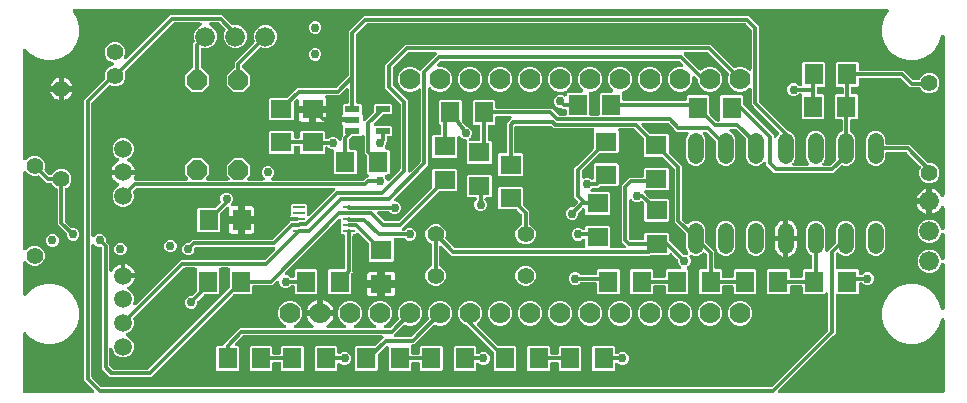
<source format=gbr>
G04 EAGLE Gerber RS-274X export*
G75*
%MOMM*%
%FSLAX34Y34*%
%LPD*%
%INTop Copper*%
%IPPOS*%
%AMOC8*
5,1,8,0,0,1.08239X$1,22.5*%
G01*
%ADD10C,1.778000*%
%ADD11R,1.803000X1.600000*%
%ADD12R,1.600000X1.803000*%
%ADD13R,1.800000X1.600000*%
%ADD14R,1.600000X1.800000*%
%ADD15C,1.320800*%
%ADD16C,1.422400*%
%ADD17R,1.000000X0.250000*%
%ADD18R,1.270000X0.558800*%
%ADD19C,1.676400*%
%ADD20C,1.500000*%
%ADD21C,1.408000*%
%ADD22P,1.814519X8X292.500000*%
%ADD23C,0.304800*%
%ADD24C,0.756400*%

G36*
X186750Y92872D02*
X186750Y92872D01*
X186850Y92874D01*
X186923Y92892D01*
X186996Y92901D01*
X187091Y92934D01*
X187188Y92959D01*
X187255Y92993D01*
X187325Y93018D01*
X187409Y93073D01*
X187498Y93119D01*
X187555Y93167D01*
X187617Y93207D01*
X187687Y93279D01*
X187764Y93344D01*
X187808Y93404D01*
X187860Y93458D01*
X187911Y93544D01*
X187971Y93625D01*
X188000Y93693D01*
X188038Y93757D01*
X188069Y93853D01*
X188109Y93945D01*
X188122Y94018D01*
X188145Y94089D01*
X188153Y94189D01*
X188170Y94288D01*
X188167Y94362D01*
X188173Y94436D01*
X188158Y94536D01*
X188153Y94636D01*
X188132Y94707D01*
X188121Y94781D01*
X188084Y94874D01*
X188056Y94971D01*
X188020Y95036D01*
X187992Y95105D01*
X187935Y95187D01*
X187886Y95275D01*
X187821Y95351D01*
X187793Y95391D01*
X187767Y95415D01*
X187727Y95461D01*
X181683Y101505D01*
X179451Y103737D01*
X179451Y341263D01*
X196441Y358253D01*
X196488Y358312D01*
X196543Y358366D01*
X196597Y358449D01*
X196658Y358526D01*
X196690Y358595D01*
X196732Y358659D01*
X196765Y358752D01*
X196807Y358841D01*
X196823Y358915D01*
X196848Y358988D01*
X196859Y359085D01*
X196880Y359181D01*
X196879Y359258D01*
X196887Y359334D01*
X196876Y359432D01*
X196874Y359530D01*
X196855Y359604D01*
X196846Y359680D01*
X196801Y359822D01*
X196789Y359868D01*
X196780Y359885D01*
X196771Y359913D01*
X196763Y359932D01*
X196763Y363368D01*
X198078Y366542D01*
X200508Y368972D01*
X203576Y370243D01*
X203663Y370291D01*
X203756Y370331D01*
X203815Y370376D01*
X203880Y370412D01*
X203955Y370479D01*
X204035Y370539D01*
X204083Y370596D01*
X204139Y370646D01*
X204196Y370729D01*
X204260Y370805D01*
X204294Y370872D01*
X204337Y370933D01*
X204374Y371026D01*
X204419Y371116D01*
X204437Y371188D01*
X204465Y371257D01*
X204479Y371357D01*
X204503Y371454D01*
X204504Y371528D01*
X204515Y371602D01*
X204507Y371702D01*
X204508Y371802D01*
X204493Y371875D01*
X204486Y371949D01*
X204456Y372045D01*
X204434Y372143D01*
X204402Y372210D01*
X204379Y372281D01*
X204328Y372367D01*
X204284Y372458D01*
X204238Y372516D01*
X204200Y372579D01*
X204130Y372652D01*
X204067Y372730D01*
X204009Y372776D01*
X203957Y372829D01*
X203872Y372884D01*
X203793Y372946D01*
X203704Y372992D01*
X203664Y373018D01*
X203630Y373030D01*
X203576Y373057D01*
X200508Y374328D01*
X198078Y376758D01*
X196763Y379932D01*
X196763Y383368D01*
X198078Y386542D01*
X200508Y388972D01*
X203682Y390287D01*
X207118Y390287D01*
X210292Y388972D01*
X212722Y386542D01*
X214037Y383368D01*
X214037Y379932D01*
X213196Y377902D01*
X213182Y377853D01*
X213160Y377808D01*
X213134Y377687D01*
X213100Y377567D01*
X213098Y377516D01*
X213087Y377467D01*
X213089Y377343D01*
X213083Y377218D01*
X213092Y377169D01*
X213093Y377119D01*
X213123Y376998D01*
X213146Y376876D01*
X213166Y376829D01*
X213178Y376781D01*
X213235Y376670D01*
X213285Y376556D01*
X213315Y376516D01*
X213338Y376471D01*
X213418Y376376D01*
X213492Y376276D01*
X213531Y376244D01*
X213563Y376205D01*
X213664Y376131D01*
X213758Y376051D01*
X213803Y376028D01*
X213844Y375998D01*
X213958Y375949D01*
X214069Y375892D01*
X214118Y375880D01*
X214164Y375860D01*
X214286Y375838D01*
X214407Y375808D01*
X214457Y375808D01*
X214507Y375799D01*
X214631Y375805D01*
X214755Y375803D01*
X214805Y375814D01*
X214855Y375817D01*
X214974Y375851D01*
X215096Y375877D01*
X215141Y375899D01*
X215190Y375913D01*
X215298Y375974D01*
X215411Y376027D01*
X215450Y376059D01*
X215494Y376083D01*
X215680Y376242D01*
X252487Y413049D01*
X296263Y413049D01*
X304015Y405297D01*
X304074Y405250D01*
X304128Y405195D01*
X304211Y405142D01*
X304288Y405080D01*
X304357Y405048D01*
X304421Y405006D01*
X304514Y404973D01*
X304603Y404932D01*
X304677Y404915D01*
X304750Y404890D01*
X304847Y404879D01*
X304943Y404858D01*
X305020Y404859D01*
X305096Y404851D01*
X305194Y404862D01*
X305292Y404864D01*
X305366Y404883D01*
X305442Y404892D01*
X305488Y404907D01*
X309471Y404907D01*
X313112Y403399D01*
X315899Y400612D01*
X317407Y396971D01*
X317407Y393029D01*
X315899Y389388D01*
X313112Y386601D01*
X309471Y385093D01*
X305529Y385093D01*
X301888Y386601D01*
X299101Y389388D01*
X297593Y393029D01*
X297593Y396971D01*
X298998Y400361D01*
X299019Y400435D01*
X299049Y400505D01*
X299066Y400601D01*
X299093Y400696D01*
X299097Y400772D01*
X299111Y400848D01*
X299105Y400946D01*
X299110Y401044D01*
X299097Y401119D01*
X299093Y401196D01*
X299065Y401290D01*
X299048Y401387D01*
X299017Y401457D01*
X298996Y401531D01*
X298948Y401617D01*
X298909Y401707D01*
X298863Y401768D01*
X298826Y401835D01*
X298729Y401948D01*
X298701Y401986D01*
X298686Y401999D01*
X298667Y402021D01*
X294183Y406505D01*
X294084Y406584D01*
X293990Y406668D01*
X293948Y406692D01*
X293910Y406722D01*
X293796Y406776D01*
X293685Y406837D01*
X293639Y406850D01*
X293595Y406871D01*
X293472Y406897D01*
X293350Y406932D01*
X293289Y406937D01*
X293254Y406944D01*
X293206Y406943D01*
X293106Y406951D01*
X286793Y406951D01*
X286742Y406946D01*
X286692Y406948D01*
X286570Y406926D01*
X286446Y406911D01*
X286399Y406894D01*
X286349Y406885D01*
X286235Y406836D01*
X286118Y406794D01*
X286076Y406767D01*
X286030Y406747D01*
X285930Y406672D01*
X285825Y406605D01*
X285790Y406569D01*
X285750Y406539D01*
X285670Y406444D01*
X285583Y406354D01*
X285557Y406311D01*
X285525Y406273D01*
X285468Y406162D01*
X285404Y406055D01*
X285389Y406007D01*
X285366Y405962D01*
X285336Y405842D01*
X285298Y405723D01*
X285294Y405673D01*
X285282Y405624D01*
X285280Y405500D01*
X285270Y405376D01*
X285278Y405326D01*
X285277Y405276D01*
X285303Y405154D01*
X285322Y405031D01*
X285340Y404984D01*
X285351Y404935D01*
X285405Y404823D01*
X285451Y404707D01*
X285479Y404666D01*
X285501Y404620D01*
X285579Y404523D01*
X285650Y404421D01*
X285687Y404387D01*
X285718Y404348D01*
X285816Y404271D01*
X285908Y404188D01*
X285952Y404163D01*
X285992Y404132D01*
X286210Y404021D01*
X287712Y403399D01*
X290499Y400612D01*
X292007Y396971D01*
X292007Y393029D01*
X290499Y389388D01*
X287712Y386601D01*
X284071Y385093D01*
X280118Y385093D01*
X280010Y385124D01*
X279867Y385170D01*
X279843Y385172D01*
X279820Y385178D01*
X279670Y385186D01*
X279520Y385198D01*
X279496Y385194D01*
X279472Y385195D01*
X279324Y385168D01*
X279175Y385146D01*
X279153Y385137D01*
X279129Y385133D01*
X278991Y385073D01*
X278851Y385017D01*
X278831Y385004D01*
X278809Y384994D01*
X278688Y384904D01*
X278565Y384818D01*
X278549Y384801D01*
X278530Y384786D01*
X278432Y384671D01*
X278332Y384560D01*
X278320Y384539D01*
X278304Y384520D01*
X278236Y384386D01*
X278163Y384255D01*
X278157Y384231D01*
X278146Y384210D01*
X278109Y384064D01*
X278068Y383919D01*
X278066Y383890D01*
X278061Y383872D01*
X278061Y383825D01*
X278049Y383675D01*
X278049Y369530D01*
X278052Y369504D01*
X278050Y369478D01*
X278072Y369331D01*
X278089Y369184D01*
X278097Y369159D01*
X278101Y369133D01*
X278156Y368995D01*
X278206Y368856D01*
X278220Y368834D01*
X278230Y368809D01*
X278315Y368688D01*
X278395Y368563D01*
X278414Y368545D01*
X278429Y368523D01*
X278539Y368424D01*
X278646Y368321D01*
X278668Y368307D01*
X278688Y368290D01*
X278818Y368218D01*
X278945Y368142D01*
X278970Y368134D01*
X278985Y368126D01*
X284907Y362204D01*
X284907Y353996D01*
X279104Y348193D01*
X270896Y348193D01*
X265093Y353996D01*
X265093Y362204D01*
X271027Y368137D01*
X271102Y368164D01*
X271124Y368178D01*
X271149Y368188D01*
X271270Y368273D01*
X271395Y368353D01*
X271413Y368372D01*
X271435Y368387D01*
X271534Y368497D01*
X271637Y368604D01*
X271651Y368626D01*
X271668Y368646D01*
X271740Y368776D01*
X271816Y368903D01*
X271824Y368928D01*
X271837Y368951D01*
X271877Y369094D01*
X271922Y369235D01*
X271924Y369261D01*
X271932Y369286D01*
X271951Y369530D01*
X271951Y389163D01*
X272535Y389747D01*
X272583Y389807D01*
X272638Y389860D01*
X272691Y389943D01*
X272752Y390020D01*
X272785Y390089D01*
X272826Y390153D01*
X272859Y390246D01*
X272901Y390335D01*
X272917Y390410D01*
X272942Y390482D01*
X272953Y390580D01*
X272974Y390676D01*
X272973Y390752D01*
X272981Y390828D01*
X272970Y390926D01*
X272968Y391024D01*
X272949Y391098D01*
X272941Y391174D01*
X272895Y391316D01*
X272883Y391362D01*
X272874Y391379D01*
X272865Y391407D01*
X272193Y393029D01*
X272193Y396971D01*
X273701Y400612D01*
X276488Y403399D01*
X277990Y404021D01*
X278034Y404045D01*
X278082Y404062D01*
X278186Y404130D01*
X278295Y404190D01*
X278332Y404224D01*
X278375Y404251D01*
X278461Y404341D01*
X278553Y404424D01*
X278582Y404465D01*
X278617Y404502D01*
X278681Y404609D01*
X278751Y404711D01*
X278770Y404758D01*
X278796Y404801D01*
X278834Y404919D01*
X278879Y405035D01*
X278887Y405085D01*
X278902Y405133D01*
X278912Y405257D01*
X278930Y405380D01*
X278926Y405430D01*
X278930Y405480D01*
X278911Y405603D01*
X278901Y405727D01*
X278886Y405775D01*
X278878Y405825D01*
X278832Y405941D01*
X278794Y406059D01*
X278768Y406102D01*
X278749Y406149D01*
X278679Y406251D01*
X278614Y406357D01*
X278579Y406394D01*
X278550Y406435D01*
X278458Y406518D01*
X278371Y406607D01*
X278329Y406635D01*
X278292Y406668D01*
X278183Y406728D01*
X278078Y406796D01*
X278031Y406813D01*
X277987Y406837D01*
X277867Y406871D01*
X277750Y406912D01*
X277700Y406918D01*
X277651Y406932D01*
X277407Y406951D01*
X255644Y406951D01*
X255518Y406937D01*
X255392Y406930D01*
X255346Y406917D01*
X255298Y406911D01*
X255179Y406869D01*
X255057Y406834D01*
X255015Y406810D01*
X254969Y406794D01*
X254863Y406725D01*
X254753Y406664D01*
X254707Y406624D01*
X254677Y406605D01*
X254643Y406570D01*
X254567Y406505D01*
X213993Y365931D01*
X213945Y365871D01*
X213890Y365818D01*
X213837Y365735D01*
X213776Y365658D01*
X213744Y365589D01*
X213702Y365525D01*
X213669Y365432D01*
X213627Y365343D01*
X213611Y365269D01*
X213586Y365196D01*
X213575Y365098D01*
X213554Y365002D01*
X213555Y364926D01*
X213547Y364850D01*
X213558Y364752D01*
X213560Y364654D01*
X213578Y364580D01*
X213587Y364504D01*
X213633Y364362D01*
X213645Y364316D01*
X213654Y364299D01*
X213663Y364271D01*
X214037Y363368D01*
X214037Y359932D01*
X212722Y356758D01*
X210292Y354328D01*
X207118Y353013D01*
X203682Y353013D01*
X203178Y353222D01*
X201895Y353754D01*
X201821Y353775D01*
X201751Y353805D01*
X201654Y353822D01*
X201560Y353849D01*
X201483Y353853D01*
X201408Y353866D01*
X201310Y353861D01*
X201212Y353866D01*
X201137Y353852D01*
X201060Y353849D01*
X200966Y353821D01*
X200869Y353804D01*
X200799Y353773D01*
X200725Y353752D01*
X200639Y353704D01*
X200549Y353665D01*
X200488Y353619D01*
X200421Y353582D01*
X200307Y353485D01*
X200269Y353457D01*
X200257Y353442D01*
X200235Y353423D01*
X185995Y339183D01*
X185923Y339092D01*
X185863Y339030D01*
X185853Y339014D01*
X185832Y338990D01*
X185808Y338948D01*
X185778Y338910D01*
X185730Y338809D01*
X185684Y338731D01*
X185678Y338711D01*
X185663Y338685D01*
X185650Y338639D01*
X185629Y338595D01*
X185607Y338490D01*
X185578Y338399D01*
X185576Y338376D01*
X185568Y338350D01*
X185563Y338289D01*
X185556Y338254D01*
X185557Y338206D01*
X185549Y338106D01*
X185549Y226731D01*
X185560Y226631D01*
X185562Y226531D01*
X185580Y226459D01*
X185589Y226385D01*
X185622Y226290D01*
X185647Y226193D01*
X185681Y226127D01*
X185706Y226057D01*
X185761Y225972D01*
X185807Y225883D01*
X185855Y225826D01*
X185895Y225764D01*
X185967Y225694D01*
X186032Y225618D01*
X186092Y225573D01*
X186146Y225522D01*
X186232Y225470D01*
X186313Y225410D01*
X186381Y225381D01*
X186445Y225343D01*
X186541Y225312D01*
X186633Y225272D01*
X186706Y225259D01*
X186777Y225237D01*
X186877Y225229D01*
X186976Y225211D01*
X187050Y225215D01*
X187124Y225209D01*
X187224Y225224D01*
X187324Y225229D01*
X187395Y225249D01*
X187469Y225260D01*
X187562Y225297D01*
X187659Y225325D01*
X187724Y225362D01*
X187793Y225389D01*
X187875Y225446D01*
X187963Y225495D01*
X188039Y225561D01*
X188079Y225588D01*
X188103Y225614D01*
X188149Y225654D01*
X189494Y226999D01*
X191444Y227807D01*
X193556Y227807D01*
X195506Y226999D01*
X196999Y225506D01*
X197807Y223556D01*
X197807Y222136D01*
X197821Y222010D01*
X197828Y221884D01*
X197841Y221838D01*
X197847Y221790D01*
X197889Y221671D01*
X197924Y221549D01*
X197948Y221507D01*
X197964Y221461D01*
X198033Y221355D01*
X198094Y221245D01*
X198134Y221199D01*
X198153Y221169D01*
X198188Y221135D01*
X198253Y221059D01*
X200549Y218763D01*
X200549Y197506D01*
X200568Y197341D01*
X200584Y197178D01*
X200588Y197169D01*
X200589Y197159D01*
X200644Y197004D01*
X200698Y196849D01*
X200703Y196841D01*
X200706Y196831D01*
X200796Y196693D01*
X200883Y196554D01*
X200890Y196547D01*
X200895Y196539D01*
X201014Y196424D01*
X201131Y196308D01*
X201139Y196303D01*
X201146Y196296D01*
X201287Y196212D01*
X201427Y196126D01*
X201437Y196122D01*
X201445Y196118D01*
X201601Y196068D01*
X201758Y196015D01*
X201768Y196014D01*
X201777Y196011D01*
X201940Y195998D01*
X202105Y195983D01*
X202115Y195984D01*
X202124Y195983D01*
X202287Y196008D01*
X202450Y196030D01*
X202459Y196034D01*
X202469Y196035D01*
X202622Y196096D01*
X202776Y196155D01*
X202784Y196160D01*
X202793Y196164D01*
X202927Y196257D01*
X203064Y196350D01*
X203071Y196357D01*
X203079Y196363D01*
X203189Y196485D01*
X203301Y196606D01*
X203307Y196616D01*
X203312Y196621D01*
X203327Y196648D01*
X203429Y196814D01*
X203912Y197763D01*
X204841Y199041D01*
X205959Y200159D01*
X207237Y201088D01*
X208646Y201805D01*
X210149Y202293D01*
X210626Y202369D01*
X210626Y192851D01*
X210629Y192825D01*
X210627Y192799D01*
X210649Y192652D01*
X210666Y192505D01*
X210674Y192480D01*
X210678Y192454D01*
X210733Y192317D01*
X210783Y192177D01*
X210797Y192155D01*
X210807Y192130D01*
X210892Y192009D01*
X210972Y191884D01*
X210991Y191866D01*
X211006Y191844D01*
X211116Y191745D01*
X211223Y191642D01*
X211245Y191628D01*
X211265Y191611D01*
X211395Y191539D01*
X211481Y191488D01*
X211485Y191475D01*
X211500Y191453D01*
X211509Y191428D01*
X211594Y191307D01*
X211674Y191182D01*
X211693Y191164D01*
X211708Y191142D01*
X211818Y191043D01*
X211925Y190940D01*
X211948Y190926D01*
X211967Y190909D01*
X212097Y190837D01*
X212224Y190761D01*
X212249Y190753D01*
X212272Y190740D01*
X212415Y190700D01*
X212556Y190655D01*
X212582Y190652D01*
X212607Y190645D01*
X212851Y190626D01*
X222369Y190626D01*
X222293Y190149D01*
X221805Y188646D01*
X221088Y187237D01*
X220159Y185959D01*
X219041Y184841D01*
X217763Y183912D01*
X216567Y183303D01*
X216533Y183281D01*
X216496Y183265D01*
X216388Y183185D01*
X216277Y183111D01*
X216249Y183081D01*
X216216Y183057D01*
X216129Y182954D01*
X216038Y182857D01*
X216017Y182822D01*
X215991Y182791D01*
X215930Y182671D01*
X215863Y182556D01*
X215851Y182517D01*
X215832Y182480D01*
X215800Y182350D01*
X215761Y182222D01*
X215758Y182182D01*
X215748Y182142D01*
X215746Y182008D01*
X215737Y181875D01*
X215743Y181834D01*
X215743Y181794D01*
X215771Y181663D01*
X215793Y181531D01*
X215809Y181493D01*
X215817Y181453D01*
X215875Y181333D01*
X215926Y181208D01*
X215949Y181175D01*
X215967Y181138D01*
X216050Y181034D01*
X216128Y180925D01*
X216159Y180898D01*
X216184Y180866D01*
X216289Y180783D01*
X216390Y180695D01*
X216426Y180675D01*
X216458Y180650D01*
X216676Y180539D01*
X217612Y180151D01*
X220151Y177612D01*
X221525Y174295D01*
X221525Y170705D01*
X221013Y169469D01*
X220999Y169420D01*
X220977Y169375D01*
X220951Y169253D01*
X220917Y169134D01*
X220915Y169083D01*
X220904Y169034D01*
X220906Y168910D01*
X220900Y168785D01*
X220909Y168736D01*
X220910Y168686D01*
X220940Y168565D01*
X220963Y168443D01*
X220983Y168396D01*
X220995Y168348D01*
X221052Y168237D01*
X221101Y168123D01*
X221131Y168083D01*
X221155Y168038D01*
X221235Y167943D01*
X221309Y167843D01*
X221348Y167811D01*
X221380Y167772D01*
X221480Y167698D01*
X221575Y167618D01*
X221620Y167595D01*
X221661Y167565D01*
X221775Y167516D01*
X221886Y167459D01*
X221934Y167447D01*
X221981Y167427D01*
X222103Y167405D01*
X222224Y167375D01*
X222274Y167374D01*
X222324Y167365D01*
X222448Y167372D01*
X222572Y167370D01*
X222622Y167381D01*
X222672Y167383D01*
X222791Y167418D01*
X222913Y167444D01*
X222958Y167466D01*
X223007Y167480D01*
X223115Y167541D01*
X223227Y167594D01*
X223267Y167626D01*
X223311Y167650D01*
X223497Y167809D01*
X223500Y167811D01*
X223500Y167812D01*
X259005Y203317D01*
X261237Y205549D01*
X331385Y205549D01*
X331511Y205563D01*
X331637Y205570D01*
X331683Y205583D01*
X331731Y205589D01*
X331850Y205631D01*
X331972Y205666D01*
X332014Y205690D01*
X332060Y205706D01*
X332166Y205775D01*
X332276Y205836D01*
X332322Y205876D01*
X332352Y205895D01*
X332382Y205926D01*
X332385Y205928D01*
X332392Y205935D01*
X332462Y205995D01*
X340818Y214351D01*
X340881Y214429D01*
X340951Y214502D01*
X340989Y214566D01*
X341035Y214624D01*
X341078Y214715D01*
X341129Y214801D01*
X341152Y214872D01*
X341184Y214939D01*
X341205Y215037D01*
X341236Y215133D01*
X341242Y215207D01*
X341257Y215280D01*
X341256Y215380D01*
X341264Y215480D01*
X341253Y215554D01*
X341251Y215628D01*
X341227Y215725D01*
X341212Y215825D01*
X341184Y215894D01*
X341166Y215966D01*
X341120Y216056D01*
X341083Y216149D01*
X341041Y216210D01*
X341007Y216276D01*
X340941Y216353D01*
X340884Y216435D01*
X340829Y216485D01*
X340781Y216541D01*
X340700Y216601D01*
X340625Y216668D01*
X340560Y216704D01*
X340501Y216749D01*
X340408Y216788D01*
X340320Y216837D01*
X340249Y216857D01*
X340181Y216887D01*
X340082Y216904D01*
X339985Y216932D01*
X339885Y216940D01*
X339838Y216948D01*
X339802Y216946D01*
X339741Y216951D01*
X274394Y216951D01*
X274268Y216937D01*
X274142Y216930D01*
X274096Y216917D01*
X274048Y216911D01*
X273929Y216869D01*
X273807Y216834D01*
X273765Y216810D01*
X273719Y216794D01*
X273613Y216725D01*
X273503Y216664D01*
X273457Y216624D01*
X273427Y216605D01*
X273393Y216570D01*
X273317Y216505D01*
X273253Y216441D01*
X273174Y216342D01*
X273090Y216248D01*
X273066Y216206D01*
X273036Y216168D01*
X272982Y216054D01*
X272921Y215943D01*
X272908Y215897D01*
X272887Y215853D01*
X272861Y215730D01*
X272826Y215608D01*
X272821Y215547D01*
X272814Y215512D01*
X272815Y215464D01*
X272807Y215364D01*
X272807Y213944D01*
X271999Y211994D01*
X270506Y210501D01*
X268556Y209693D01*
X266444Y209693D01*
X264494Y210501D01*
X263001Y211994D01*
X262193Y213944D01*
X262193Y216056D01*
X263001Y218006D01*
X264494Y219499D01*
X266444Y220307D01*
X267864Y220307D01*
X267990Y220321D01*
X268116Y220328D01*
X268162Y220341D01*
X268210Y220347D01*
X268329Y220389D01*
X268451Y220424D01*
X268493Y220448D01*
X268539Y220464D01*
X268645Y220533D01*
X268755Y220594D01*
X268801Y220634D01*
X268831Y220653D01*
X268865Y220688D01*
X268941Y220753D01*
X271237Y223049D01*
X338325Y223049D01*
X338450Y223063D01*
X338577Y223070D01*
X338623Y223083D01*
X338671Y223089D01*
X338790Y223131D01*
X338911Y223166D01*
X338953Y223190D01*
X338999Y223206D01*
X339105Y223275D01*
X339216Y223336D01*
X339262Y223376D01*
X339292Y223395D01*
X339325Y223430D01*
X339402Y223495D01*
X353296Y237389D01*
X353389Y237507D01*
X353487Y237622D01*
X353498Y237643D01*
X353512Y237662D01*
X353577Y237798D01*
X353645Y237933D01*
X353651Y237955D01*
X353661Y237977D01*
X353693Y238124D01*
X353729Y238271D01*
X353729Y238294D01*
X353734Y238317D01*
X353732Y238468D01*
X353734Y238619D01*
X353729Y238647D01*
X353728Y238666D01*
X353717Y238711D01*
X353690Y238860D01*
X353688Y238866D01*
X353688Y238927D01*
X359763Y238927D01*
X359889Y238941D01*
X360015Y238948D01*
X360061Y238961D01*
X360109Y238966D01*
X360228Y239009D01*
X360350Y239044D01*
X360392Y239068D01*
X360437Y239084D01*
X360544Y239153D01*
X360654Y239214D01*
X360700Y239254D01*
X360730Y239273D01*
X360731Y239273D01*
X360764Y239308D01*
X360840Y239373D01*
X360903Y239452D01*
X360973Y239524D01*
X361011Y239588D01*
X361057Y239646D01*
X361100Y239737D01*
X361152Y239823D01*
X361174Y239894D01*
X361206Y239961D01*
X361227Y240059D01*
X361258Y240155D01*
X361264Y240229D01*
X361279Y240302D01*
X361278Y240402D01*
X361286Y240502D01*
X361275Y240576D01*
X361273Y240650D01*
X361249Y240748D01*
X361234Y240847D01*
X361207Y240916D01*
X361188Y240988D01*
X361142Y241078D01*
X361105Y241171D01*
X361063Y241232D01*
X361029Y241298D01*
X360964Y241375D01*
X360906Y241457D01*
X360851Y241507D01*
X360803Y241564D01*
X360722Y241623D01*
X360648Y241690D01*
X360583Y241726D01*
X360523Y241771D01*
X360430Y241810D01*
X360343Y241859D01*
X360271Y241879D01*
X360203Y241909D01*
X360104Y241926D01*
X360007Y241954D01*
X359907Y241962D01*
X359860Y241970D01*
X359824Y241969D01*
X359763Y241973D01*
X353688Y241973D01*
X353688Y242035D01*
X353861Y242681D01*
X354196Y243260D01*
X354258Y243322D01*
X354337Y243421D01*
X354421Y243515D01*
X354445Y243557D01*
X354475Y243595D01*
X354529Y243709D01*
X354590Y243820D01*
X354603Y243867D01*
X354624Y243910D01*
X354650Y244034D01*
X354685Y244156D01*
X354690Y244216D01*
X354697Y244251D01*
X354696Y244299D01*
X354704Y244399D01*
X354704Y252332D01*
X355597Y253225D01*
X366861Y253225D01*
X367754Y252332D01*
X367754Y244403D01*
X367765Y244303D01*
X367767Y244203D01*
X367785Y244131D01*
X367794Y244057D01*
X367827Y243963D01*
X367852Y243865D01*
X367886Y243799D01*
X367911Y243729D01*
X367966Y243645D01*
X368012Y243555D01*
X368060Y243499D01*
X368100Y243436D01*
X368172Y243366D01*
X368237Y243290D01*
X368297Y243246D01*
X368351Y243194D01*
X368437Y243142D01*
X368518Y243083D01*
X368586Y243053D01*
X368650Y243015D01*
X368746Y242984D01*
X368838Y242945D01*
X368911Y242932D01*
X368982Y242909D01*
X369082Y242901D01*
X369181Y242883D01*
X369255Y242887D01*
X369329Y242881D01*
X369429Y242896D01*
X369529Y242901D01*
X369600Y242922D01*
X369674Y242933D01*
X369767Y242970D01*
X369864Y242997D01*
X369929Y243034D01*
X369998Y243061D01*
X370080Y243119D01*
X370168Y243168D01*
X370244Y243233D01*
X370284Y243260D01*
X370308Y243287D01*
X370354Y243326D01*
X390044Y263016D01*
X390045Y263017D01*
X391379Y264351D01*
X391441Y264430D01*
X391511Y264502D01*
X391549Y264566D01*
X391595Y264624D01*
X391638Y264715D01*
X391690Y264801D01*
X391713Y264872D01*
X391744Y264939D01*
X391766Y265037D01*
X391796Y265133D01*
X391802Y265207D01*
X391818Y265280D01*
X391816Y265380D01*
X391824Y265480D01*
X391813Y265554D01*
X391812Y265628D01*
X391787Y265725D01*
X391772Y265825D01*
X391745Y265894D01*
X391727Y265966D01*
X391681Y266055D01*
X391644Y266149D01*
X391601Y266210D01*
X391567Y266276D01*
X391502Y266352D01*
X391445Y266435D01*
X391390Y266485D01*
X391341Y266541D01*
X391261Y266601D01*
X391186Y266668D01*
X391121Y266704D01*
X391061Y266749D01*
X390969Y266788D01*
X390881Y266837D01*
X390809Y266857D01*
X390741Y266887D01*
X390642Y266904D01*
X390546Y266932D01*
X390446Y266940D01*
X390398Y266948D01*
X390362Y266946D01*
X390302Y266951D01*
X224394Y266951D01*
X224268Y266937D01*
X224142Y266930D01*
X224096Y266917D01*
X224048Y266911D01*
X223929Y266869D01*
X223807Y266834D01*
X223765Y266810D01*
X223719Y266794D01*
X223613Y266725D01*
X223503Y266664D01*
X223457Y266624D01*
X223427Y266605D01*
X223393Y266570D01*
X223317Y266505D01*
X221390Y264578D01*
X221342Y264518D01*
X221287Y264465D01*
X221234Y264382D01*
X221173Y264305D01*
X221141Y264236D01*
X221099Y264172D01*
X221066Y264079D01*
X221024Y263990D01*
X221008Y263915D01*
X220983Y263843D01*
X220972Y263745D01*
X220951Y263649D01*
X220952Y263573D01*
X220944Y263497D01*
X220955Y263399D01*
X220957Y263301D01*
X220975Y263227D01*
X220984Y263151D01*
X221030Y263009D01*
X221042Y262963D01*
X221051Y262946D01*
X221060Y262918D01*
X221525Y261795D01*
X221525Y258205D01*
X220151Y254888D01*
X217612Y252349D01*
X214295Y250975D01*
X210705Y250975D01*
X207388Y252349D01*
X204849Y254888D01*
X203475Y258205D01*
X203475Y261795D01*
X204849Y265112D01*
X207388Y267651D01*
X208324Y268039D01*
X208360Y268058D01*
X208399Y268072D01*
X208512Y268143D01*
X208629Y268208D01*
X208659Y268235D01*
X208694Y268257D01*
X208788Y268352D01*
X208887Y268442D01*
X208910Y268476D01*
X208939Y268505D01*
X209009Y268619D01*
X209085Y268729D01*
X209100Y268767D01*
X209122Y268801D01*
X209164Y268929D01*
X209213Y269053D01*
X209219Y269093D01*
X209232Y269132D01*
X209244Y269265D01*
X209264Y269398D01*
X209261Y269438D01*
X209264Y269479D01*
X209246Y269612D01*
X209235Y269745D01*
X209223Y269784D01*
X209217Y269824D01*
X209169Y269949D01*
X209128Y270077D01*
X209107Y270112D01*
X209092Y270150D01*
X209017Y270261D01*
X208948Y270375D01*
X208920Y270405D01*
X208897Y270438D01*
X208799Y270529D01*
X208706Y270625D01*
X208671Y270647D01*
X208641Y270675D01*
X208433Y270803D01*
X207237Y271412D01*
X205959Y272341D01*
X204841Y273459D01*
X203912Y274737D01*
X203195Y276146D01*
X202707Y277649D01*
X202631Y278126D01*
X212149Y278126D01*
X212175Y278129D01*
X212201Y278127D01*
X212348Y278149D01*
X212495Y278166D01*
X212508Y278170D01*
X212556Y278155D01*
X212582Y278152D01*
X212607Y278145D01*
X212851Y278126D01*
X222369Y278126D01*
X222293Y277649D01*
X221805Y276146D01*
X221356Y275264D01*
X221343Y275230D01*
X221325Y275199D01*
X221282Y275067D01*
X221234Y274937D01*
X221229Y274901D01*
X221218Y274867D01*
X221207Y274729D01*
X221190Y274591D01*
X221193Y274555D01*
X221191Y274520D01*
X221211Y274383D01*
X221225Y274245D01*
X221237Y274211D01*
X221242Y274175D01*
X221293Y274046D01*
X221339Y273915D01*
X221358Y273885D01*
X221371Y273851D01*
X221450Y273737D01*
X221524Y273620D01*
X221549Y273595D01*
X221570Y273565D01*
X221673Y273472D01*
X221771Y273374D01*
X221802Y273356D01*
X221829Y273332D01*
X221950Y273265D01*
X222068Y273192D01*
X222102Y273180D01*
X222134Y273163D01*
X222267Y273125D01*
X222399Y273081D01*
X222435Y273078D01*
X222469Y273068D01*
X222713Y273049D01*
X266164Y273049D01*
X266263Y273060D01*
X266364Y273062D01*
X266436Y273080D01*
X266510Y273089D01*
X266604Y273122D01*
X266702Y273147D01*
X266768Y273181D01*
X266838Y273206D01*
X266922Y273261D01*
X267012Y273307D01*
X267068Y273355D01*
X267131Y273395D01*
X267201Y273467D01*
X267277Y273532D01*
X267321Y273592D01*
X267373Y273646D01*
X267424Y273732D01*
X267484Y273813D01*
X267514Y273881D01*
X267552Y273945D01*
X267582Y274041D01*
X267622Y274133D01*
X267635Y274206D01*
X267658Y274277D01*
X267666Y274377D01*
X267684Y274476D01*
X267680Y274550D01*
X267686Y274624D01*
X267671Y274724D01*
X267666Y274824D01*
X267645Y274895D01*
X267634Y274969D01*
X267597Y275062D01*
X267569Y275159D01*
X267533Y275224D01*
X267506Y275293D01*
X267448Y275375D01*
X267399Y275463D01*
X267334Y275539D01*
X267307Y275579D01*
X267280Y275603D01*
X267241Y275649D01*
X265093Y277796D01*
X265093Y286004D01*
X270896Y291807D01*
X279104Y291807D01*
X284907Y286004D01*
X284907Y277796D01*
X282759Y275649D01*
X282697Y275571D01*
X282627Y275498D01*
X282589Y275434D01*
X282543Y275376D01*
X282500Y275285D01*
X282448Y275199D01*
X282426Y275128D01*
X282394Y275061D01*
X282373Y274963D01*
X282342Y274867D01*
X282336Y274793D01*
X282320Y274720D01*
X282322Y274620D01*
X282314Y274520D01*
X282325Y274446D01*
X282326Y274372D01*
X282351Y274275D01*
X282366Y274175D01*
X282393Y274106D01*
X282411Y274034D01*
X282457Y273945D01*
X282494Y273851D01*
X282537Y273790D01*
X282571Y273724D01*
X282636Y273648D01*
X282693Y273565D01*
X282749Y273515D01*
X282797Y273459D01*
X282878Y273399D01*
X282952Y273332D01*
X283017Y273296D01*
X283077Y273251D01*
X283169Y273212D01*
X283257Y273163D01*
X283329Y273143D01*
X283397Y273113D01*
X283496Y273096D01*
X283593Y273068D01*
X283693Y273060D01*
X283740Y273052D01*
X283776Y273054D01*
X283836Y273049D01*
X301164Y273049D01*
X301263Y273060D01*
X301364Y273062D01*
X301436Y273080D01*
X301510Y273089D01*
X301604Y273122D01*
X301702Y273147D01*
X301768Y273181D01*
X301838Y273206D01*
X301922Y273261D01*
X302012Y273307D01*
X302068Y273355D01*
X302131Y273395D01*
X302201Y273467D01*
X302277Y273532D01*
X302321Y273592D01*
X302373Y273646D01*
X302424Y273732D01*
X302484Y273813D01*
X302514Y273881D01*
X302552Y273945D01*
X302582Y274041D01*
X302622Y274133D01*
X302635Y274206D01*
X302658Y274277D01*
X302666Y274377D01*
X302684Y274476D01*
X302680Y274550D01*
X302686Y274624D01*
X302671Y274724D01*
X302666Y274824D01*
X302645Y274895D01*
X302634Y274969D01*
X302597Y275062D01*
X302569Y275159D01*
X302533Y275224D01*
X302506Y275293D01*
X302448Y275375D01*
X302399Y275463D01*
X302334Y275539D01*
X302307Y275579D01*
X302280Y275603D01*
X302241Y275649D01*
X300093Y277796D01*
X300093Y286004D01*
X305896Y291807D01*
X314104Y291807D01*
X319907Y286004D01*
X319907Y277796D01*
X317759Y275649D01*
X317697Y275571D01*
X317627Y275498D01*
X317589Y275434D01*
X317543Y275376D01*
X317500Y275285D01*
X317448Y275199D01*
X317426Y275128D01*
X317394Y275061D01*
X317373Y274963D01*
X317342Y274867D01*
X317336Y274793D01*
X317320Y274720D01*
X317322Y274620D01*
X317314Y274520D01*
X317325Y274446D01*
X317326Y274372D01*
X317351Y274275D01*
X317366Y274175D01*
X317393Y274106D01*
X317411Y274034D01*
X317457Y273945D01*
X317494Y273851D01*
X317537Y273790D01*
X317571Y273724D01*
X317636Y273648D01*
X317693Y273565D01*
X317749Y273515D01*
X317797Y273459D01*
X317878Y273399D01*
X317952Y273332D01*
X318017Y273296D01*
X318077Y273251D01*
X318169Y273212D01*
X318257Y273163D01*
X318329Y273143D01*
X318397Y273113D01*
X318496Y273096D01*
X318593Y273068D01*
X318693Y273060D01*
X318740Y273052D01*
X318776Y273054D01*
X318836Y273049D01*
X330769Y273049D01*
X330869Y273060D01*
X330969Y273062D01*
X331041Y273080D01*
X331115Y273089D01*
X331210Y273122D01*
X331307Y273147D01*
X331373Y273181D01*
X331443Y273206D01*
X331528Y273261D01*
X331617Y273307D01*
X331674Y273355D01*
X331736Y273395D01*
X331806Y273467D01*
X331882Y273532D01*
X331927Y273592D01*
X331978Y273646D01*
X332030Y273732D01*
X332090Y273813D01*
X332119Y273881D01*
X332157Y273945D01*
X332188Y274041D01*
X332228Y274133D01*
X332241Y274206D01*
X332263Y274277D01*
X332271Y274377D01*
X332289Y274476D01*
X332285Y274550D01*
X332291Y274624D01*
X332276Y274724D01*
X332271Y274824D01*
X332251Y274895D01*
X332240Y274969D01*
X332203Y275062D01*
X332175Y275159D01*
X332138Y275224D01*
X332111Y275293D01*
X332054Y275375D01*
X332005Y275463D01*
X331939Y275539D01*
X331912Y275579D01*
X331886Y275603D01*
X331846Y275649D01*
X330501Y276994D01*
X329693Y278944D01*
X329693Y281056D01*
X330501Y283006D01*
X331994Y284499D01*
X333944Y285307D01*
X336056Y285307D01*
X338006Y284499D01*
X339499Y283006D01*
X340307Y281056D01*
X340307Y278944D01*
X339499Y276994D01*
X338154Y275649D01*
X338091Y275570D01*
X338022Y275498D01*
X337983Y275434D01*
X337937Y275376D01*
X337894Y275285D01*
X337843Y275199D01*
X337820Y275128D01*
X337788Y275061D01*
X337767Y274963D01*
X337737Y274867D01*
X337731Y274793D01*
X337715Y274720D01*
X337717Y274620D01*
X337709Y274520D01*
X337720Y274446D01*
X337721Y274372D01*
X337745Y274275D01*
X337760Y274175D01*
X337788Y274106D01*
X337806Y274034D01*
X337852Y273945D01*
X337889Y273851D01*
X337932Y273790D01*
X337966Y273724D01*
X338031Y273648D01*
X338088Y273565D01*
X338143Y273515D01*
X338191Y273459D01*
X338272Y273399D01*
X338347Y273332D01*
X338412Y273296D01*
X338472Y273251D01*
X338564Y273212D01*
X338652Y273163D01*
X338723Y273143D01*
X338792Y273113D01*
X338891Y273096D01*
X338987Y273068D01*
X339087Y273060D01*
X339135Y273052D01*
X339170Y273054D01*
X339231Y273049D01*
X415606Y273049D01*
X415732Y273063D01*
X415858Y273070D01*
X415904Y273083D01*
X415952Y273089D01*
X416071Y273131D01*
X416193Y273166D01*
X416235Y273190D01*
X416281Y273206D01*
X416387Y273275D01*
X416497Y273336D01*
X416543Y273376D01*
X416573Y273395D01*
X416607Y273430D01*
X416683Y273495D01*
X418737Y275549D01*
X418878Y275549D01*
X418977Y275560D01*
X419078Y275562D01*
X419150Y275580D01*
X419224Y275589D01*
X419318Y275622D01*
X419416Y275647D01*
X419482Y275681D01*
X419552Y275706D01*
X419636Y275761D01*
X419726Y275807D01*
X419782Y275855D01*
X419845Y275895D01*
X419914Y275967D01*
X419991Y276032D01*
X420035Y276092D01*
X420087Y276146D01*
X420138Y276232D01*
X420198Y276313D01*
X420228Y276381D01*
X420266Y276445D01*
X420296Y276541D01*
X420336Y276633D01*
X420349Y276706D01*
X420372Y276777D01*
X420380Y276877D01*
X420398Y276976D01*
X420394Y277050D01*
X420400Y277124D01*
X420385Y277224D01*
X420380Y277324D01*
X420359Y277395D01*
X420348Y277469D01*
X420311Y277562D01*
X420283Y277659D01*
X420247Y277724D01*
X420219Y277793D01*
X420162Y277875D01*
X420113Y277963D01*
X420048Y278039D01*
X420021Y278079D01*
X419994Y278103D01*
X419955Y278149D01*
X419015Y279088D01*
X419015Y293302D01*
X419001Y293428D01*
X418994Y293554D01*
X418981Y293600D01*
X418975Y293648D01*
X418933Y293767D01*
X418898Y293889D01*
X418874Y293931D01*
X418858Y293977D01*
X418789Y294083D01*
X418728Y294193D01*
X418688Y294239D01*
X418669Y294269D01*
X418634Y294303D01*
X418569Y294379D01*
X416951Y295997D01*
X416951Y310460D01*
X416940Y310559D01*
X416938Y310660D01*
X416920Y310732D01*
X416911Y310806D01*
X416877Y310900D01*
X416853Y310998D01*
X416819Y311064D01*
X416794Y311134D01*
X416739Y311218D01*
X416693Y311308D01*
X416645Y311364D01*
X416605Y311427D01*
X416533Y311496D01*
X416468Y311573D01*
X416408Y311617D01*
X416354Y311669D01*
X416268Y311720D01*
X416187Y311780D01*
X416119Y311810D01*
X416055Y311848D01*
X415959Y311878D01*
X415867Y311918D01*
X415794Y311931D01*
X415723Y311954D01*
X415623Y311962D01*
X415524Y311980D01*
X415450Y311976D01*
X415376Y311982D01*
X415276Y311967D01*
X415176Y311962D01*
X415105Y311941D01*
X415031Y311930D01*
X414938Y311893D01*
X414841Y311865D01*
X414776Y311829D01*
X414707Y311801D01*
X414625Y311744D01*
X414537Y311695D01*
X414461Y311630D01*
X414421Y311603D01*
X414397Y311576D01*
X414351Y311537D01*
X413568Y310753D01*
X407210Y310753D01*
X407084Y310739D01*
X406958Y310732D01*
X406912Y310719D01*
X406864Y310713D01*
X406745Y310671D01*
X406623Y310636D01*
X406581Y310612D01*
X406535Y310596D01*
X406429Y310527D01*
X406319Y310466D01*
X406273Y310426D01*
X406243Y310407D01*
X406209Y310372D01*
X406133Y310307D01*
X404035Y308209D01*
X403956Y308110D01*
X403872Y308016D01*
X403848Y307974D01*
X403818Y307936D01*
X403764Y307822D01*
X403703Y307711D01*
X403690Y307665D01*
X403669Y307621D01*
X403643Y307498D01*
X403608Y307376D01*
X403603Y307315D01*
X403596Y307280D01*
X403597Y307232D01*
X403589Y307132D01*
X403589Y300768D01*
X403592Y300742D01*
X403590Y300716D01*
X403612Y300569D01*
X403629Y300422D01*
X403637Y300397D01*
X403641Y300371D01*
X403696Y300233D01*
X403746Y300094D01*
X403760Y300072D01*
X403770Y300047D01*
X403855Y299926D01*
X403935Y299801D01*
X403954Y299783D01*
X403969Y299761D01*
X404079Y299662D01*
X404186Y299559D01*
X404208Y299545D01*
X404228Y299528D01*
X404358Y299456D01*
X404485Y299380D01*
X404510Y299372D01*
X404533Y299359D01*
X404676Y299319D01*
X404817Y299274D01*
X404843Y299272D01*
X404868Y299264D01*
X405112Y299245D01*
X409172Y299245D01*
X410065Y298352D01*
X410065Y279088D01*
X409172Y278195D01*
X391908Y278195D01*
X391015Y279088D01*
X391015Y298170D01*
X391012Y298196D01*
X391014Y298222D01*
X390992Y298369D01*
X390975Y298516D01*
X390967Y298541D01*
X390963Y298567D01*
X390908Y298705D01*
X390858Y298844D01*
X390844Y298866D01*
X390834Y298891D01*
X390749Y299012D01*
X390669Y299137D01*
X390650Y299155D01*
X390635Y299177D01*
X390525Y299276D01*
X390418Y299379D01*
X390396Y299393D01*
X390376Y299410D01*
X390246Y299482D01*
X390119Y299558D01*
X390094Y299566D01*
X390071Y299579D01*
X389928Y299619D01*
X389787Y299664D01*
X389761Y299666D01*
X389736Y299674D01*
X389492Y299693D01*
X388944Y299693D01*
X386994Y300501D01*
X385990Y301505D01*
X385891Y301584D01*
X385797Y301668D01*
X385755Y301692D01*
X385717Y301722D01*
X385603Y301776D01*
X385492Y301837D01*
X385446Y301850D01*
X385402Y301871D01*
X385279Y301897D01*
X385157Y301932D01*
X385096Y301937D01*
X385061Y301944D01*
X385013Y301943D01*
X384913Y301951D01*
X384848Y301951D01*
X384822Y301948D01*
X384796Y301950D01*
X384714Y301938D01*
X384713Y301938D01*
X384711Y301938D01*
X384649Y301928D01*
X384502Y301911D01*
X384477Y301903D01*
X384451Y301899D01*
X384313Y301844D01*
X384174Y301794D01*
X384152Y301780D01*
X384127Y301770D01*
X384006Y301685D01*
X383881Y301605D01*
X383863Y301586D01*
X383841Y301571D01*
X383742Y301461D01*
X383639Y301354D01*
X383625Y301332D01*
X383608Y301312D01*
X383536Y301182D01*
X383460Y301055D01*
X383452Y301030D01*
X383439Y301007D01*
X383399Y300864D01*
X383354Y300723D01*
X383352Y300697D01*
X383344Y300672D01*
X383325Y300428D01*
X383325Y296798D01*
X382432Y295905D01*
X363168Y295905D01*
X362275Y296798D01*
X362275Y300858D01*
X362272Y300884D01*
X362274Y300910D01*
X362252Y301057D01*
X362235Y301204D01*
X362227Y301229D01*
X362223Y301255D01*
X362168Y301393D01*
X362118Y301532D01*
X362104Y301554D01*
X362094Y301579D01*
X362009Y301700D01*
X361929Y301825D01*
X361910Y301843D01*
X361895Y301865D01*
X361785Y301964D01*
X361678Y302067D01*
X361656Y302081D01*
X361636Y302098D01*
X361506Y302170D01*
X361379Y302246D01*
X361354Y302254D01*
X361331Y302267D01*
X361188Y302307D01*
X361047Y302352D01*
X361021Y302354D01*
X360996Y302362D01*
X360752Y302381D01*
X358248Y302381D01*
X358222Y302378D01*
X358196Y302380D01*
X358049Y302358D01*
X357902Y302341D01*
X357877Y302333D01*
X357851Y302329D01*
X357713Y302274D01*
X357574Y302224D01*
X357552Y302210D01*
X357527Y302200D01*
X357406Y302115D01*
X357281Y302035D01*
X357263Y302016D01*
X357241Y302001D01*
X357142Y301891D01*
X357039Y301784D01*
X357025Y301762D01*
X357008Y301742D01*
X356936Y301612D01*
X356860Y301485D01*
X356852Y301460D01*
X356839Y301437D01*
X356799Y301294D01*
X356754Y301153D01*
X356752Y301127D01*
X356744Y301102D01*
X356725Y300858D01*
X356725Y296798D01*
X355832Y295905D01*
X336568Y295905D01*
X335675Y296798D01*
X335675Y314062D01*
X336568Y314955D01*
X355832Y314955D01*
X356725Y314062D01*
X356725Y310002D01*
X356728Y309976D01*
X356726Y309950D01*
X356748Y309803D01*
X356765Y309656D01*
X356773Y309631D01*
X356777Y309605D01*
X356832Y309467D01*
X356882Y309328D01*
X356896Y309306D01*
X356906Y309281D01*
X356991Y309160D01*
X357071Y309035D01*
X357090Y309017D01*
X357105Y308995D01*
X357215Y308896D01*
X357322Y308793D01*
X357344Y308779D01*
X357364Y308762D01*
X357494Y308690D01*
X357621Y308614D01*
X357646Y308606D01*
X357669Y308593D01*
X357812Y308553D01*
X357953Y308508D01*
X357979Y308506D01*
X358004Y308498D01*
X358248Y308479D01*
X360752Y308479D01*
X360778Y308482D01*
X360804Y308480D01*
X360951Y308502D01*
X361098Y308519D01*
X361123Y308527D01*
X361149Y308531D01*
X361287Y308586D01*
X361426Y308636D01*
X361448Y308650D01*
X361473Y308660D01*
X361594Y308745D01*
X361719Y308825D01*
X361737Y308844D01*
X361759Y308859D01*
X361858Y308969D01*
X361961Y309076D01*
X361975Y309098D01*
X361992Y309118D01*
X362064Y309248D01*
X362140Y309375D01*
X362148Y309400D01*
X362161Y309423D01*
X362201Y309566D01*
X362246Y309707D01*
X362248Y309733D01*
X362256Y309758D01*
X362275Y310002D01*
X362275Y314062D01*
X363168Y314955D01*
X382432Y314955D01*
X383325Y314062D01*
X383325Y309572D01*
X383328Y309546D01*
X383326Y309520D01*
X383348Y309373D01*
X383365Y309226D01*
X383373Y309201D01*
X383377Y309175D01*
X383432Y309037D01*
X383482Y308898D01*
X383496Y308876D01*
X383506Y308851D01*
X383591Y308730D01*
X383671Y308605D01*
X383690Y308587D01*
X383705Y308565D01*
X383815Y308466D01*
X383922Y308363D01*
X383944Y308349D01*
X383964Y308332D01*
X384094Y308260D01*
X384221Y308184D01*
X384246Y308176D01*
X384269Y308163D01*
X384412Y308123D01*
X384553Y308078D01*
X384579Y308076D01*
X384604Y308068D01*
X384848Y308049D01*
X384913Y308049D01*
X385039Y308063D01*
X385165Y308070D01*
X385211Y308083D01*
X385259Y308089D01*
X385378Y308131D01*
X385500Y308166D01*
X385542Y308190D01*
X385587Y308206D01*
X385693Y308275D01*
X385804Y308336D01*
X385850Y308376D01*
X385880Y308395D01*
X385914Y308430D01*
X385990Y308495D01*
X386994Y309499D01*
X388944Y310307D01*
X391056Y310307D01*
X393006Y309499D01*
X394499Y308006D01*
X394561Y307857D01*
X394585Y307813D01*
X394602Y307765D01*
X394670Y307661D01*
X394730Y307552D01*
X394764Y307515D01*
X394791Y307472D01*
X394881Y307386D01*
X394964Y307294D01*
X395006Y307265D01*
X395042Y307230D01*
X395148Y307166D01*
X395251Y307096D01*
X395298Y307077D01*
X395341Y307051D01*
X395459Y307013D01*
X395575Y306968D01*
X395625Y306960D01*
X395673Y306945D01*
X395797Y306935D01*
X395920Y306917D01*
X395970Y306921D01*
X396020Y306917D01*
X396143Y306936D01*
X396267Y306946D01*
X396315Y306961D01*
X396365Y306969D01*
X396480Y307015D01*
X396599Y307053D01*
X396642Y307079D01*
X396689Y307098D01*
X396791Y307168D01*
X396897Y307233D01*
X396934Y307268D01*
X396975Y307296D01*
X397058Y307389D01*
X397147Y307475D01*
X397175Y307518D01*
X397208Y307555D01*
X397268Y307664D01*
X397336Y307769D01*
X397353Y307816D01*
X397377Y307860D01*
X397411Y307980D01*
X397452Y308097D01*
X397458Y308147D01*
X397472Y308196D01*
X397491Y308439D01*
X397491Y310289D01*
X398265Y311063D01*
X398344Y311162D01*
X398428Y311256D01*
X398452Y311298D01*
X398482Y311336D01*
X398536Y311450D01*
X398597Y311561D01*
X398610Y311607D01*
X398631Y311651D01*
X398657Y311774D01*
X398692Y311896D01*
X398697Y311957D01*
X398704Y311992D01*
X398703Y312040D01*
X398711Y312140D01*
X398711Y318977D01*
X398697Y319102D01*
X398690Y319228D01*
X398677Y319275D01*
X398671Y319323D01*
X398629Y319442D01*
X398594Y319563D01*
X398570Y319605D01*
X398554Y319651D01*
X398485Y319757D01*
X398424Y319867D01*
X398384Y319914D01*
X398365Y319944D01*
X398330Y319977D01*
X398265Y320054D01*
X398203Y320116D01*
X397868Y320695D01*
X397695Y321341D01*
X397695Y322947D01*
X406586Y322947D01*
X406612Y322950D01*
X406638Y322947D01*
X406785Y322969D01*
X406932Y322986D01*
X406957Y322995D01*
X406983Y322999D01*
X407120Y323054D01*
X407260Y323104D01*
X407282Y323118D01*
X407306Y323128D01*
X407428Y323212D01*
X407553Y323293D01*
X407571Y323312D01*
X407593Y323327D01*
X407692Y323437D01*
X407795Y323544D01*
X407808Y323566D01*
X407826Y323586D01*
X407898Y323716D01*
X407974Y323843D01*
X407982Y323868D01*
X407995Y323891D01*
X408035Y324034D01*
X408080Y324175D01*
X408082Y324201D01*
X408089Y324226D01*
X408109Y324470D01*
X408106Y324496D01*
X408108Y324522D01*
X408086Y324669D01*
X408069Y324816D01*
X408060Y324841D01*
X408056Y324867D01*
X408002Y325005D01*
X407952Y325144D01*
X407937Y325167D01*
X407928Y325191D01*
X407843Y325312D01*
X407763Y325437D01*
X407744Y325456D01*
X407729Y325477D01*
X407619Y325576D01*
X407512Y325679D01*
X407489Y325693D01*
X407470Y325710D01*
X407340Y325782D01*
X407213Y325858D01*
X407188Y325866D01*
X407165Y325879D01*
X407022Y325919D01*
X406881Y325965D01*
X406855Y325967D01*
X406829Y325974D01*
X406586Y325993D01*
X397695Y325993D01*
X397695Y327599D01*
X397868Y328245D01*
X398203Y328824D01*
X398265Y328886D01*
X398344Y328985D01*
X398428Y329079D01*
X398452Y329121D01*
X398482Y329159D01*
X398536Y329273D01*
X398597Y329384D01*
X398610Y329431D01*
X398631Y329474D01*
X398657Y329598D01*
X398692Y329720D01*
X398697Y329780D01*
X398704Y329815D01*
X398703Y329863D01*
X398711Y329963D01*
X398711Y337294D01*
X399604Y338187D01*
X402014Y338187D01*
X402040Y338190D01*
X402066Y338188D01*
X402213Y338210D01*
X402360Y338227D01*
X402385Y338235D01*
X402411Y338239D01*
X402549Y338294D01*
X402688Y338344D01*
X402710Y338358D01*
X402735Y338368D01*
X402856Y338452D01*
X402981Y338533D01*
X402999Y338552D01*
X403021Y338567D01*
X403120Y338677D01*
X403223Y338784D01*
X403237Y338806D01*
X403254Y338826D01*
X403326Y338956D01*
X403402Y339083D01*
X403410Y339108D01*
X403423Y339131D01*
X403463Y339274D01*
X403508Y339415D01*
X403510Y339441D01*
X403518Y339466D01*
X403537Y339710D01*
X403537Y349962D01*
X403526Y350062D01*
X403524Y350162D01*
X403506Y350235D01*
X403497Y350308D01*
X403464Y350403D01*
X403439Y350500D01*
X403405Y350567D01*
X403380Y350637D01*
X403325Y350721D01*
X403279Y350810D01*
X403231Y350867D01*
X403191Y350929D01*
X403119Y350999D01*
X403054Y351076D01*
X402994Y351120D01*
X402940Y351172D01*
X402854Y351223D01*
X402773Y351283D01*
X402705Y351312D01*
X402641Y351350D01*
X402545Y351381D01*
X402453Y351421D01*
X402380Y351434D01*
X402309Y351457D01*
X402209Y351465D01*
X402110Y351482D01*
X402036Y351479D01*
X401962Y351485D01*
X401862Y351470D01*
X401762Y351465D01*
X401691Y351444D01*
X401617Y351433D01*
X401524Y351396D01*
X401427Y351368D01*
X401362Y351332D01*
X401293Y351304D01*
X401211Y351247D01*
X401123Y351198D01*
X401047Y351133D01*
X401007Y351105D01*
X400983Y351079D01*
X400937Y351039D01*
X397511Y347613D01*
X395279Y345381D01*
X385091Y345381D01*
X385016Y345373D01*
X384940Y345374D01*
X384843Y345353D01*
X384745Y345341D01*
X384673Y345316D01*
X384599Y345300D01*
X384510Y345257D01*
X384417Y345224D01*
X384353Y345183D01*
X384284Y345150D01*
X384207Y345089D01*
X384124Y345035D01*
X384071Y344980D01*
X384012Y344933D01*
X383951Y344856D01*
X383882Y344784D01*
X383843Y344719D01*
X383796Y344660D01*
X383754Y344570D01*
X383703Y344485D01*
X383680Y344413D01*
X383647Y344344D01*
X383627Y344248D01*
X383596Y344153D01*
X383590Y344078D01*
X383575Y344004D01*
X383576Y343904D01*
X383569Y343806D01*
X383580Y343731D01*
X383581Y343655D01*
X383606Y343559D01*
X383620Y343461D01*
X383648Y343391D01*
X383667Y343317D01*
X383732Y343181D01*
X383749Y343137D01*
X383760Y343122D01*
X383772Y343096D01*
X384168Y342411D01*
X384341Y341765D01*
X384341Y336477D01*
X374324Y336477D01*
X374298Y336474D01*
X374272Y336476D01*
X374125Y336454D01*
X373978Y336437D01*
X373953Y336428D01*
X373927Y336425D01*
X373789Y336370D01*
X373650Y336320D01*
X373628Y336306D01*
X373603Y336296D01*
X373482Y336211D01*
X373357Y336131D01*
X373339Y336112D01*
X373317Y336097D01*
X373218Y335987D01*
X373115Y335880D01*
X373101Y335858D01*
X373084Y335838D01*
X373012Y335708D01*
X372936Y335581D01*
X372928Y335556D01*
X372915Y335533D01*
X372875Y335390D01*
X372830Y335249D01*
X372828Y335223D01*
X372820Y335198D01*
X372801Y334954D01*
X372801Y333429D01*
X372799Y333429D01*
X372799Y334954D01*
X372796Y334980D01*
X372798Y335006D01*
X372776Y335153D01*
X372759Y335300D01*
X372750Y335325D01*
X372747Y335351D01*
X372692Y335489D01*
X372642Y335628D01*
X372628Y335650D01*
X372618Y335675D01*
X372533Y335796D01*
X372453Y335921D01*
X372434Y335939D01*
X372419Y335961D01*
X372309Y336060D01*
X372202Y336163D01*
X372180Y336177D01*
X372160Y336194D01*
X372030Y336266D01*
X371903Y336342D01*
X371878Y336350D01*
X371855Y336363D01*
X371712Y336403D01*
X371571Y336448D01*
X371545Y336450D01*
X371520Y336458D01*
X371276Y336477D01*
X361259Y336477D01*
X361259Y340500D01*
X361248Y340600D01*
X361246Y340700D01*
X361228Y340773D01*
X361219Y340846D01*
X361186Y340941D01*
X361161Y341038D01*
X361127Y341105D01*
X361102Y341175D01*
X361047Y341259D01*
X361001Y341348D01*
X360953Y341405D01*
X360913Y341467D01*
X360841Y341537D01*
X360776Y341614D01*
X360716Y341658D01*
X360662Y341710D01*
X360576Y341761D01*
X360495Y341821D01*
X360427Y341850D01*
X360363Y341888D01*
X360267Y341919D01*
X360175Y341959D01*
X360102Y341972D01*
X360031Y341995D01*
X359931Y342003D01*
X359832Y342020D01*
X359758Y342017D01*
X359684Y342023D01*
X359584Y342008D01*
X359484Y342003D01*
X359413Y341982D01*
X359339Y341971D01*
X359246Y341934D01*
X359149Y341906D01*
X359084Y341870D01*
X359015Y341842D01*
X358933Y341785D01*
X358845Y341736D01*
X358769Y341671D01*
X358729Y341643D01*
X358705Y341617D01*
X358659Y341577D01*
X357171Y340089D01*
X357092Y339990D01*
X357008Y339896D01*
X356984Y339854D01*
X356954Y339816D01*
X356900Y339702D01*
X356839Y339591D01*
X356826Y339545D01*
X356805Y339501D01*
X356779Y339378D01*
X356744Y339256D01*
X356739Y339195D01*
X356732Y339161D01*
X356733Y339113D01*
X356725Y339012D01*
X356725Y324798D01*
X355832Y323905D01*
X336568Y323905D01*
X335675Y324798D01*
X335675Y342062D01*
X336568Y342955D01*
X350782Y342955D01*
X350908Y342969D01*
X351034Y342976D01*
X351080Y342989D01*
X351128Y342995D01*
X351247Y343037D01*
X351369Y343072D01*
X351411Y343096D01*
X351457Y343112D01*
X351563Y343181D01*
X351673Y343242D01*
X351719Y343282D01*
X351749Y343301D01*
X351783Y343336D01*
X351859Y343401D01*
X359937Y351479D01*
X392122Y351479D01*
X392248Y351493D01*
X392374Y351500D01*
X392420Y351513D01*
X392468Y351519D01*
X392587Y351561D01*
X392709Y351596D01*
X392751Y351620D01*
X392797Y351636D01*
X392903Y351705D01*
X393013Y351766D01*
X393059Y351806D01*
X393089Y351825D01*
X393123Y351860D01*
X393199Y351925D01*
X403091Y361817D01*
X403170Y361916D01*
X403254Y362010D01*
X403278Y362052D01*
X403308Y362090D01*
X403362Y362204D01*
X403423Y362315D01*
X403436Y362361D01*
X403457Y362405D01*
X403483Y362528D01*
X403518Y362650D01*
X403523Y362711D01*
X403530Y362745D01*
X403529Y362793D01*
X403537Y362894D01*
X403537Y399565D01*
X416237Y412265D01*
X742047Y412265D01*
X750549Y403763D01*
X750549Y340614D01*
X750563Y340488D01*
X750570Y340362D01*
X750583Y340316D01*
X750589Y340268D01*
X750631Y340149D01*
X750666Y340027D01*
X750690Y339985D01*
X750706Y339939D01*
X750775Y339833D01*
X750836Y339723D01*
X750876Y339677D01*
X750895Y339647D01*
X750930Y339613D01*
X750995Y339537D01*
X775611Y314920D01*
X775613Y314919D01*
X775614Y314917D01*
X775753Y314807D01*
X775884Y314704D01*
X775886Y314703D01*
X775888Y314702D01*
X776105Y314590D01*
X778025Y313795D01*
X780311Y311509D01*
X781549Y308521D01*
X781549Y292079D01*
X780311Y289091D01*
X779369Y288149D01*
X779306Y288070D01*
X779237Y287998D01*
X779198Y287934D01*
X779152Y287876D01*
X779109Y287785D01*
X779058Y287699D01*
X779035Y287628D01*
X779003Y287561D01*
X778982Y287463D01*
X778952Y287367D01*
X778946Y287293D01*
X778930Y287220D01*
X778932Y287120D01*
X778924Y287020D01*
X778935Y286946D01*
X778936Y286872D01*
X778960Y286775D01*
X778975Y286675D01*
X779003Y286606D01*
X779021Y286534D01*
X779067Y286445D01*
X779104Y286351D01*
X779146Y286290D01*
X779181Y286224D01*
X779246Y286148D01*
X779303Y286065D01*
X779358Y286015D01*
X779406Y285959D01*
X779487Y285899D01*
X779562Y285832D01*
X779627Y285796D01*
X779687Y285751D01*
X779779Y285712D01*
X779867Y285663D01*
X779938Y285643D01*
X780007Y285613D01*
X780105Y285596D01*
X780202Y285568D01*
X780302Y285560D01*
X780350Y285552D01*
X780385Y285554D01*
X780446Y285549D01*
X791794Y285549D01*
X791894Y285560D01*
X791994Y285562D01*
X792066Y285580D01*
X792140Y285589D01*
X792235Y285623D01*
X792332Y285647D01*
X792398Y285681D01*
X792468Y285706D01*
X792553Y285761D01*
X792642Y285807D01*
X792699Y285855D01*
X792761Y285895D01*
X792831Y285967D01*
X792907Y286032D01*
X792952Y286092D01*
X793003Y286146D01*
X793055Y286232D01*
X793115Y286313D01*
X793144Y286381D01*
X793182Y286445D01*
X793213Y286541D01*
X793253Y286633D01*
X793266Y286706D01*
X793288Y286777D01*
X793297Y286877D01*
X793314Y286976D01*
X793310Y287050D01*
X793316Y287124D01*
X793302Y287224D01*
X793296Y287324D01*
X793276Y287395D01*
X793265Y287469D01*
X793228Y287562D01*
X793200Y287659D01*
X793164Y287724D01*
X793136Y287793D01*
X793079Y287875D01*
X793030Y287963D01*
X792964Y288039D01*
X792937Y288079D01*
X792911Y288103D01*
X792871Y288149D01*
X791929Y289091D01*
X790691Y292079D01*
X790691Y308521D01*
X791929Y311509D01*
X794215Y313795D01*
X797203Y315033D01*
X800437Y315033D01*
X803425Y313795D01*
X805711Y311509D01*
X806949Y308521D01*
X806949Y292079D01*
X805711Y289091D01*
X804769Y288149D01*
X804706Y288070D01*
X804637Y287998D01*
X804598Y287934D01*
X804552Y287876D01*
X804509Y287785D01*
X804458Y287699D01*
X804435Y287628D01*
X804403Y287561D01*
X804382Y287463D01*
X804352Y287367D01*
X804346Y287293D01*
X804330Y287220D01*
X804332Y287120D01*
X804324Y287020D01*
X804335Y286946D01*
X804336Y286872D01*
X804360Y286775D01*
X804375Y286675D01*
X804403Y286606D01*
X804421Y286534D01*
X804467Y286445D01*
X804504Y286351D01*
X804546Y286290D01*
X804581Y286224D01*
X804646Y286148D01*
X804703Y286065D01*
X804758Y286015D01*
X804806Y285959D01*
X804887Y285899D01*
X804962Y285832D01*
X805027Y285796D01*
X805087Y285751D01*
X805179Y285712D01*
X805267Y285663D01*
X805338Y285643D01*
X805407Y285613D01*
X805505Y285596D01*
X805602Y285568D01*
X805702Y285560D01*
X805750Y285552D01*
X805785Y285554D01*
X805846Y285549D01*
X810606Y285549D01*
X810732Y285563D01*
X810858Y285570D01*
X810904Y285583D01*
X810952Y285589D01*
X811071Y285631D01*
X811193Y285666D01*
X811235Y285690D01*
X811281Y285706D01*
X811387Y285775D01*
X811497Y285836D01*
X811543Y285876D01*
X811573Y285895D01*
X811607Y285930D01*
X811683Y285995D01*
X815863Y290174D01*
X815910Y290234D01*
X815965Y290287D01*
X816018Y290370D01*
X816079Y290447D01*
X816112Y290516D01*
X816153Y290581D01*
X816186Y290673D01*
X816228Y290762D01*
X816244Y290837D01*
X816270Y290909D01*
X816281Y291007D01*
X816301Y291103D01*
X816300Y291179D01*
X816309Y291255D01*
X816297Y291353D01*
X816295Y291451D01*
X816277Y291525D01*
X816268Y291601D01*
X816222Y291744D01*
X816210Y291789D01*
X816202Y291806D01*
X816193Y291834D01*
X816091Y292079D01*
X816091Y308521D01*
X817329Y311509D01*
X819615Y313795D01*
X820701Y314245D01*
X820768Y314282D01*
X820839Y314310D01*
X820920Y314366D01*
X821006Y314414D01*
X821062Y314466D01*
X821125Y314509D01*
X821191Y314582D01*
X821264Y314648D01*
X821307Y314711D01*
X821358Y314768D01*
X821406Y314854D01*
X821462Y314935D01*
X821490Y315006D01*
X821527Y315073D01*
X821554Y315168D01*
X821590Y315259D01*
X821601Y315335D01*
X821622Y315408D01*
X821634Y315557D01*
X821641Y315604D01*
X821639Y315623D01*
X821641Y315652D01*
X821641Y323382D01*
X821638Y323408D01*
X821640Y323434D01*
X821618Y323581D01*
X821601Y323728D01*
X821593Y323753D01*
X821589Y323779D01*
X821534Y323917D01*
X821484Y324056D01*
X821470Y324078D01*
X821460Y324103D01*
X821375Y324224D01*
X821295Y324349D01*
X821276Y324367D01*
X821261Y324389D01*
X821151Y324488D01*
X821044Y324591D01*
X821022Y324605D01*
X821002Y324622D01*
X820872Y324694D01*
X820745Y324770D01*
X820720Y324778D01*
X820697Y324791D01*
X820554Y324831D01*
X820413Y324876D01*
X820387Y324878D01*
X820362Y324886D01*
X820118Y324905D01*
X816058Y324905D01*
X815165Y325798D01*
X815165Y345062D01*
X816058Y345955D01*
X820958Y345955D01*
X820984Y345958D01*
X821010Y345956D01*
X821157Y345978D01*
X821304Y345995D01*
X821329Y346003D01*
X821355Y346007D01*
X821493Y346062D01*
X821632Y346112D01*
X821654Y346126D01*
X821679Y346136D01*
X821800Y346221D01*
X821925Y346301D01*
X821943Y346320D01*
X821965Y346335D01*
X822064Y346445D01*
X822167Y346552D01*
X822181Y346574D01*
X822198Y346594D01*
X822270Y346724D01*
X822346Y346851D01*
X822354Y346876D01*
X822367Y346899D01*
X822407Y347042D01*
X822452Y347183D01*
X822454Y347209D01*
X822462Y347234D01*
X822481Y347478D01*
X822481Y350957D01*
X822478Y350983D01*
X822480Y351009D01*
X822458Y351156D01*
X822441Y351303D01*
X822433Y351328D01*
X822429Y351354D01*
X822374Y351492D01*
X822324Y351631D01*
X822310Y351653D01*
X822300Y351678D01*
X822215Y351799D01*
X822135Y351924D01*
X822116Y351942D01*
X822101Y351964D01*
X821991Y352063D01*
X821884Y352166D01*
X821862Y352180D01*
X821842Y352197D01*
X821712Y352269D01*
X821585Y352345D01*
X821560Y352353D01*
X821537Y352366D01*
X821394Y352406D01*
X821253Y352451D01*
X821227Y352453D01*
X821202Y352461D01*
X820958Y352480D01*
X816898Y352480D01*
X816005Y353373D01*
X816005Y372667D01*
X816898Y373560D01*
X834162Y373560D01*
X835055Y372667D01*
X835055Y367592D01*
X835058Y367566D01*
X835056Y367540D01*
X835078Y367393D01*
X835095Y367246D01*
X835103Y367221D01*
X835107Y367195D01*
X835162Y367057D01*
X835212Y366918D01*
X835226Y366896D01*
X835236Y366871D01*
X835321Y366750D01*
X835401Y366625D01*
X835420Y366607D01*
X835435Y366585D01*
X835545Y366486D01*
X835652Y366383D01*
X835674Y366369D01*
X835694Y366352D01*
X835824Y366280D01*
X835951Y366204D01*
X835976Y366196D01*
X835999Y366183D01*
X836142Y366143D01*
X836283Y366098D01*
X836309Y366096D01*
X836334Y366088D01*
X836578Y366069D01*
X873243Y366069D01*
X880817Y358495D01*
X880916Y358416D01*
X881010Y358332D01*
X881052Y358308D01*
X881090Y358278D01*
X881204Y358224D01*
X881315Y358163D01*
X881361Y358150D01*
X881405Y358129D01*
X881528Y358103D01*
X881650Y358068D01*
X881711Y358063D01*
X881746Y358056D01*
X881794Y358057D01*
X881894Y358049D01*
X885726Y358049D01*
X885802Y358057D01*
X885878Y358056D01*
X885975Y358077D01*
X886072Y358089D01*
X886144Y358114D01*
X886219Y358131D01*
X886308Y358173D01*
X886400Y358206D01*
X886465Y358248D01*
X886534Y358280D01*
X886610Y358342D01*
X886693Y358395D01*
X886746Y358450D01*
X886806Y358498D01*
X886867Y358575D01*
X886935Y358646D01*
X886975Y358711D01*
X887022Y358771D01*
X887090Y358904D01*
X887114Y358945D01*
X887120Y358963D01*
X887133Y358989D01*
X887739Y360452D01*
X890148Y362861D01*
X893296Y364165D01*
X896704Y364165D01*
X899852Y362861D01*
X902261Y360452D01*
X903565Y357304D01*
X903565Y353896D01*
X902261Y350748D01*
X899852Y348339D01*
X896704Y347035D01*
X893296Y347035D01*
X890148Y348339D01*
X887739Y350748D01*
X887630Y351011D01*
X887593Y351078D01*
X887565Y351149D01*
X887509Y351229D01*
X887461Y351316D01*
X887410Y351372D01*
X887366Y351435D01*
X887293Y351501D01*
X887227Y351574D01*
X887164Y351617D01*
X887107Y351668D01*
X887021Y351716D01*
X886940Y351772D01*
X886869Y351800D01*
X886802Y351837D01*
X886708Y351864D01*
X886616Y351900D01*
X886541Y351911D01*
X886467Y351932D01*
X886318Y351944D01*
X886271Y351951D01*
X886252Y351949D01*
X886223Y351951D01*
X878737Y351951D01*
X871163Y359525D01*
X871064Y359604D01*
X870970Y359688D01*
X870928Y359712D01*
X870890Y359742D01*
X870776Y359796D01*
X870665Y359857D01*
X870619Y359870D01*
X870575Y359891D01*
X870452Y359917D01*
X870330Y359952D01*
X870269Y359957D01*
X870234Y359964D01*
X870186Y359963D01*
X870086Y359971D01*
X836578Y359971D01*
X836552Y359968D01*
X836526Y359970D01*
X836379Y359948D01*
X836232Y359931D01*
X836207Y359923D01*
X836181Y359919D01*
X836043Y359864D01*
X835904Y359814D01*
X835882Y359800D01*
X835857Y359790D01*
X835736Y359705D01*
X835611Y359625D01*
X835593Y359606D01*
X835571Y359591D01*
X835472Y359481D01*
X835369Y359374D01*
X835355Y359352D01*
X835338Y359332D01*
X835266Y359202D01*
X835190Y359075D01*
X835182Y359050D01*
X835169Y359027D01*
X835129Y358884D01*
X835084Y358743D01*
X835082Y358717D01*
X835074Y358692D01*
X835055Y358448D01*
X835055Y353373D01*
X834162Y352480D01*
X830102Y352480D01*
X830076Y352477D01*
X830050Y352479D01*
X829903Y352457D01*
X829756Y352440D01*
X829731Y352432D01*
X829705Y352428D01*
X829567Y352373D01*
X829428Y352323D01*
X829406Y352309D01*
X829381Y352299D01*
X829260Y352214D01*
X829135Y352134D01*
X829117Y352115D01*
X829095Y352100D01*
X828996Y351990D01*
X828893Y351883D01*
X828879Y351861D01*
X828862Y351841D01*
X828790Y351711D01*
X828714Y351584D01*
X828706Y351559D01*
X828693Y351536D01*
X828653Y351393D01*
X828608Y351252D01*
X828606Y351226D01*
X828598Y351201D01*
X828579Y350957D01*
X828579Y347478D01*
X828582Y347452D01*
X828580Y347426D01*
X828602Y347279D01*
X828619Y347132D01*
X828627Y347107D01*
X828631Y347081D01*
X828686Y346943D01*
X828736Y346804D01*
X828750Y346782D01*
X828760Y346757D01*
X828845Y346636D01*
X828925Y346511D01*
X828944Y346493D01*
X828959Y346471D01*
X829069Y346372D01*
X829176Y346269D01*
X829198Y346255D01*
X829218Y346238D01*
X829348Y346166D01*
X829475Y346090D01*
X829500Y346082D01*
X829523Y346069D01*
X829666Y346029D01*
X829807Y345984D01*
X829833Y345982D01*
X829858Y345974D01*
X830102Y345955D01*
X833322Y345955D01*
X834215Y345062D01*
X834215Y325798D01*
X833322Y324905D01*
X829262Y324905D01*
X829236Y324902D01*
X829210Y324904D01*
X829063Y324882D01*
X828916Y324865D01*
X828891Y324857D01*
X828865Y324853D01*
X828727Y324798D01*
X828588Y324748D01*
X828566Y324734D01*
X828541Y324724D01*
X828420Y324639D01*
X828295Y324559D01*
X828277Y324540D01*
X828255Y324525D01*
X828156Y324415D01*
X828053Y324308D01*
X828039Y324286D01*
X828022Y324266D01*
X827950Y324136D01*
X827874Y324009D01*
X827866Y323984D01*
X827853Y323961D01*
X827813Y323818D01*
X827768Y323677D01*
X827766Y323651D01*
X827758Y323626D01*
X827739Y323382D01*
X827739Y315263D01*
X827747Y315187D01*
X827746Y315110D01*
X827767Y315014D01*
X827779Y314917D01*
X827804Y314845D01*
X827821Y314770D01*
X827863Y314681D01*
X827896Y314588D01*
X827938Y314524D01*
X827970Y314455D01*
X828032Y314378D01*
X828085Y314296D01*
X828140Y314242D01*
X828188Y314183D01*
X828265Y314122D01*
X828336Y314053D01*
X828387Y314023D01*
X828396Y314015D01*
X828411Y314006D01*
X828461Y313967D01*
X828594Y313899D01*
X828635Y313875D01*
X828653Y313869D01*
X828679Y313855D01*
X828825Y313795D01*
X831111Y311509D01*
X832349Y308521D01*
X832349Y292079D01*
X831111Y289091D01*
X828825Y286805D01*
X825837Y285567D01*
X822603Y285567D01*
X821617Y285976D01*
X821544Y285997D01*
X821473Y286027D01*
X821377Y286044D01*
X821282Y286071D01*
X821206Y286075D01*
X821130Y286089D01*
X821032Y286084D01*
X820934Y286088D01*
X820859Y286075D01*
X820782Y286071D01*
X820688Y286043D01*
X820591Y286026D01*
X820521Y285995D01*
X820448Y285974D01*
X820362Y285926D01*
X820271Y285887D01*
X820210Y285841D01*
X820143Y285804D01*
X820030Y285707D01*
X819992Y285679D01*
X819979Y285664D01*
X819957Y285645D01*
X813763Y279451D01*
X763737Y279451D01*
X756951Y286237D01*
X756951Y287454D01*
X756940Y287554D01*
X756938Y287654D01*
X756920Y287726D01*
X756911Y287800D01*
X756878Y287895D01*
X756853Y287992D01*
X756819Y288058D01*
X756794Y288128D01*
X756739Y288213D01*
X756693Y288302D01*
X756645Y288359D01*
X756605Y288421D01*
X756533Y288491D01*
X756468Y288567D01*
X756408Y288612D01*
X756354Y288663D01*
X756268Y288715D01*
X756187Y288775D01*
X756119Y288804D01*
X756055Y288842D01*
X755959Y288873D01*
X755867Y288913D01*
X755794Y288926D01*
X755723Y288948D01*
X755623Y288957D01*
X755524Y288974D01*
X755450Y288970D01*
X755376Y288976D01*
X755276Y288962D01*
X755176Y288956D01*
X755105Y288936D01*
X755031Y288925D01*
X754938Y288888D01*
X754841Y288860D01*
X754776Y288823D01*
X754707Y288796D01*
X754625Y288739D01*
X754537Y288690D01*
X754461Y288625D01*
X754421Y288597D01*
X754397Y288571D01*
X754351Y288531D01*
X752625Y286805D01*
X749637Y285567D01*
X746403Y285567D01*
X743415Y286805D01*
X741129Y289091D01*
X739891Y292079D01*
X739891Y307666D01*
X739890Y307681D01*
X739890Y307691D01*
X739882Y307748D01*
X739877Y307792D01*
X739870Y307918D01*
X739857Y307964D01*
X739851Y308012D01*
X739809Y308131D01*
X739774Y308253D01*
X739750Y308295D01*
X739734Y308341D01*
X739665Y308447D01*
X739604Y308557D01*
X739564Y308603D01*
X739545Y308633D01*
X739510Y308667D01*
X739445Y308743D01*
X731683Y316505D01*
X731584Y316584D01*
X731490Y316668D01*
X731448Y316692D01*
X731410Y316722D01*
X731296Y316776D01*
X731185Y316837D01*
X731139Y316850D01*
X731095Y316871D01*
X730972Y316897D01*
X730850Y316932D01*
X730789Y316937D01*
X730754Y316944D01*
X730706Y316943D01*
X730606Y316951D01*
X727263Y316951D01*
X727213Y316946D01*
X727163Y316948D01*
X727040Y316926D01*
X726917Y316911D01*
X726869Y316894D01*
X726820Y316885D01*
X726706Y316836D01*
X726589Y316794D01*
X726546Y316767D01*
X726500Y316746D01*
X726400Y316672D01*
X726296Y316605D01*
X726261Y316569D01*
X726220Y316539D01*
X726140Y316444D01*
X726054Y316354D01*
X726028Y316311D01*
X725995Y316273D01*
X725939Y316162D01*
X725875Y316055D01*
X725859Y316007D01*
X725837Y315962D01*
X725807Y315842D01*
X725769Y315723D01*
X725765Y315673D01*
X725752Y315624D01*
X725751Y315500D01*
X725741Y315376D01*
X725748Y315326D01*
X725747Y315276D01*
X725774Y315154D01*
X725792Y315031D01*
X725811Y314984D01*
X725822Y314935D01*
X725875Y314823D01*
X725921Y314707D01*
X725950Y314666D01*
X725971Y314620D01*
X726049Y314523D01*
X726120Y314421D01*
X726157Y314387D01*
X726189Y314348D01*
X726286Y314271D01*
X726379Y314188D01*
X726423Y314163D01*
X726462Y314132D01*
X726680Y314021D01*
X727225Y313795D01*
X729511Y311509D01*
X730749Y308521D01*
X730749Y292079D01*
X729511Y289091D01*
X727225Y286805D01*
X724237Y285567D01*
X721003Y285567D01*
X718015Y286805D01*
X715729Y289091D01*
X714491Y292079D01*
X714491Y305566D01*
X714477Y305692D01*
X714470Y305818D01*
X714457Y305864D01*
X714451Y305912D01*
X714409Y306031D01*
X714374Y306153D01*
X714350Y306195D01*
X714334Y306241D01*
X714265Y306347D01*
X714204Y306457D01*
X714164Y306503D01*
X714145Y306533D01*
X714110Y306567D01*
X714045Y306643D01*
X706683Y314005D01*
X706584Y314084D01*
X706490Y314168D01*
X706448Y314192D01*
X706410Y314222D01*
X706296Y314276D01*
X706185Y314337D01*
X706139Y314350D01*
X706095Y314371D01*
X705972Y314397D01*
X705850Y314432D01*
X705789Y314437D01*
X705754Y314444D01*
X705706Y314443D01*
X705606Y314451D01*
X704846Y314451D01*
X704746Y314440D01*
X704646Y314438D01*
X704574Y314420D01*
X704500Y314411D01*
X704405Y314378D01*
X704308Y314353D01*
X704242Y314319D01*
X704172Y314294D01*
X704087Y314239D01*
X703998Y314193D01*
X703941Y314145D01*
X703879Y314105D01*
X703809Y314033D01*
X703733Y313968D01*
X703688Y313908D01*
X703637Y313854D01*
X703585Y313768D01*
X703525Y313687D01*
X703496Y313619D01*
X703458Y313555D01*
X703427Y313460D01*
X703387Y313367D01*
X703374Y313294D01*
X703352Y313223D01*
X703343Y313123D01*
X703326Y313024D01*
X703330Y312950D01*
X703324Y312876D01*
X703338Y312777D01*
X703344Y312676D01*
X703364Y312605D01*
X703375Y312531D01*
X703412Y312438D01*
X703440Y312341D01*
X703477Y312276D01*
X703504Y312207D01*
X703561Y312125D01*
X703610Y312037D01*
X703676Y311961D01*
X703703Y311921D01*
X703729Y311897D01*
X703769Y311851D01*
X704111Y311509D01*
X705349Y308521D01*
X705349Y292079D01*
X704111Y289091D01*
X701825Y286805D01*
X698837Y285567D01*
X695603Y285567D01*
X692615Y286805D01*
X690329Y289091D01*
X689091Y292079D01*
X689091Y308521D01*
X690329Y311509D01*
X690671Y311851D01*
X690734Y311929D01*
X690803Y312002D01*
X690842Y312066D01*
X690888Y312124D01*
X690931Y312215D01*
X690982Y312301D01*
X691005Y312372D01*
X691037Y312439D01*
X691058Y312537D01*
X691088Y312633D01*
X691094Y312707D01*
X691110Y312780D01*
X691108Y312880D01*
X691116Y312980D01*
X691105Y313054D01*
X691104Y313128D01*
X691080Y313226D01*
X691065Y313325D01*
X691037Y313394D01*
X691019Y313466D01*
X690973Y313555D01*
X690936Y313649D01*
X690894Y313710D01*
X690860Y313776D01*
X690794Y313853D01*
X690737Y313935D01*
X690682Y313985D01*
X690634Y314041D01*
X690553Y314101D01*
X690478Y314168D01*
X690413Y314204D01*
X690353Y314249D01*
X690261Y314288D01*
X690173Y314337D01*
X690102Y314357D01*
X690033Y314387D01*
X689935Y314404D01*
X689838Y314432D01*
X689738Y314440D01*
X689690Y314448D01*
X689655Y314446D01*
X689594Y314451D01*
X681237Y314451D01*
X679005Y316683D01*
X674183Y321505D01*
X674084Y321584D01*
X673990Y321668D01*
X673948Y321692D01*
X673910Y321722D01*
X673796Y321776D01*
X673685Y321837D01*
X673639Y321850D01*
X673595Y321871D01*
X673472Y321897D01*
X673350Y321932D01*
X673289Y321937D01*
X673255Y321944D01*
X673207Y321943D01*
X673106Y321951D01*
X652738Y321951D01*
X652638Y321940D01*
X652538Y321938D01*
X652465Y321920D01*
X652392Y321911D01*
X652297Y321878D01*
X652200Y321853D01*
X652133Y321819D01*
X652063Y321794D01*
X651979Y321739D01*
X651890Y321693D01*
X651833Y321645D01*
X651771Y321605D01*
X651701Y321533D01*
X651624Y321468D01*
X651580Y321408D01*
X651528Y321354D01*
X651477Y321268D01*
X651417Y321187D01*
X651388Y321119D01*
X651350Y321055D01*
X651319Y320959D01*
X651279Y320867D01*
X651266Y320794D01*
X651243Y320723D01*
X651235Y320623D01*
X651218Y320524D01*
X651221Y320450D01*
X651215Y320376D01*
X651230Y320276D01*
X651235Y320176D01*
X651256Y320105D01*
X651267Y320031D01*
X651304Y319938D01*
X651332Y319841D01*
X651368Y319776D01*
X651396Y319707D01*
X651453Y319625D01*
X651502Y319537D01*
X651567Y319461D01*
X651595Y319421D01*
X651621Y319397D01*
X651661Y319351D01*
X658171Y312841D01*
X658270Y312762D01*
X658364Y312678D01*
X658406Y312654D01*
X658444Y312624D01*
X658558Y312570D01*
X658669Y312509D01*
X658715Y312496D01*
X658759Y312475D01*
X658882Y312449D01*
X659004Y312414D01*
X659065Y312409D01*
X659100Y312402D01*
X659148Y312403D01*
X659248Y312395D01*
X673477Y312395D01*
X674370Y311502D01*
X674370Y297273D01*
X674384Y297147D01*
X674391Y297021D01*
X674404Y296975D01*
X674410Y296927D01*
X674452Y296808D01*
X674487Y296686D01*
X674511Y296644D01*
X674527Y296598D01*
X674596Y296492D01*
X674657Y296382D01*
X674697Y296336D01*
X674716Y296306D01*
X674751Y296272D01*
X674816Y296196D01*
X685549Y285463D01*
X685549Y240714D01*
X685563Y240588D01*
X685570Y240462D01*
X685583Y240416D01*
X685589Y240368D01*
X685631Y240249D01*
X685666Y240127D01*
X685690Y240085D01*
X685706Y240039D01*
X685775Y239933D01*
X685836Y239823D01*
X685876Y239777D01*
X685895Y239747D01*
X685930Y239713D01*
X685995Y239637D01*
X689249Y236383D01*
X689269Y236366D01*
X689286Y236346D01*
X689406Y236258D01*
X689522Y236166D01*
X689545Y236155D01*
X689567Y236139D01*
X689703Y236081D01*
X689837Y236017D01*
X689863Y236012D01*
X689887Y236001D01*
X690033Y235975D01*
X690178Y235944D01*
X690204Y235944D01*
X690230Y235940D01*
X690378Y235947D01*
X690526Y235950D01*
X690552Y235956D01*
X690578Y235958D01*
X690720Y235999D01*
X690864Y236035D01*
X690887Y236047D01*
X690913Y236054D01*
X691042Y236127D01*
X691174Y236194D01*
X691194Y236211D01*
X691217Y236224D01*
X691403Y236383D01*
X692615Y237595D01*
X695603Y238833D01*
X698837Y238833D01*
X701825Y237595D01*
X704111Y235309D01*
X705349Y232321D01*
X705349Y220914D01*
X705363Y220788D01*
X705370Y220662D01*
X705383Y220616D01*
X705389Y220568D01*
X705431Y220449D01*
X705466Y220327D01*
X705490Y220285D01*
X705506Y220239D01*
X705575Y220133D01*
X705636Y220023D01*
X705676Y219977D01*
X705695Y219947D01*
X705730Y219913D01*
X705795Y219837D01*
X712427Y213204D01*
X712467Y213173D01*
X712500Y213136D01*
X712603Y213065D01*
X712700Y212988D01*
X712746Y212966D01*
X712787Y212938D01*
X712903Y212892D01*
X713015Y212839D01*
X713040Y212834D01*
X713024Y212809D01*
X713008Y212762D01*
X712983Y212718D01*
X712949Y212598D01*
X712908Y212481D01*
X712902Y212431D01*
X712888Y212382D01*
X712869Y212138D01*
X712869Y199533D01*
X712872Y199507D01*
X712870Y199481D01*
X712892Y199334D01*
X712909Y199187D01*
X712917Y199162D01*
X712921Y199136D01*
X712976Y198998D01*
X713026Y198859D01*
X713040Y198837D01*
X713050Y198812D01*
X713135Y198691D01*
X713215Y198566D01*
X713234Y198548D01*
X713249Y198526D01*
X713359Y198427D01*
X713466Y198324D01*
X713488Y198310D01*
X713508Y198293D01*
X713638Y198221D01*
X713765Y198145D01*
X713790Y198137D01*
X713813Y198124D01*
X713956Y198084D01*
X714097Y198039D01*
X714123Y198037D01*
X714148Y198029D01*
X714392Y198010D01*
X718452Y198010D01*
X719345Y197117D01*
X719345Y192042D01*
X719348Y192016D01*
X719346Y191990D01*
X719368Y191843D01*
X719385Y191696D01*
X719393Y191671D01*
X719397Y191645D01*
X719452Y191507D01*
X719502Y191368D01*
X719516Y191346D01*
X719526Y191321D01*
X719611Y191200D01*
X719691Y191075D01*
X719710Y191057D01*
X719725Y191035D01*
X719835Y190936D01*
X719942Y190833D01*
X719964Y190819D01*
X719984Y190802D01*
X720114Y190730D01*
X720241Y190654D01*
X720266Y190646D01*
X720289Y190633D01*
X720432Y190593D01*
X720573Y190548D01*
X720599Y190546D01*
X720624Y190538D01*
X720868Y190519D01*
X727722Y190519D01*
X727748Y190522D01*
X727774Y190520D01*
X727921Y190542D01*
X728068Y190559D01*
X728093Y190567D01*
X728119Y190571D01*
X728257Y190626D01*
X728396Y190676D01*
X728418Y190690D01*
X728443Y190700D01*
X728564Y190785D01*
X728689Y190865D01*
X728707Y190884D01*
X728729Y190899D01*
X728828Y191009D01*
X728931Y191116D01*
X728945Y191138D01*
X728962Y191158D01*
X729034Y191288D01*
X729110Y191415D01*
X729118Y191440D01*
X729131Y191463D01*
X729171Y191606D01*
X729216Y191747D01*
X729218Y191773D01*
X729226Y191798D01*
X729245Y192042D01*
X729245Y197117D01*
X730138Y198010D01*
X747402Y198010D01*
X748295Y197117D01*
X748295Y177823D01*
X747402Y176930D01*
X730138Y176930D01*
X729245Y177823D01*
X729245Y182898D01*
X729242Y182924D01*
X729244Y182950D01*
X729222Y183096D01*
X729205Y183244D01*
X729197Y183269D01*
X729193Y183295D01*
X729138Y183433D01*
X729088Y183572D01*
X729074Y183594D01*
X729064Y183619D01*
X728979Y183740D01*
X728899Y183865D01*
X728880Y183883D01*
X728865Y183905D01*
X728755Y184004D01*
X728648Y184107D01*
X728626Y184121D01*
X728606Y184138D01*
X728476Y184210D01*
X728349Y184286D01*
X728324Y184294D01*
X728301Y184307D01*
X728158Y184347D01*
X728017Y184392D01*
X727991Y184394D01*
X727966Y184402D01*
X727722Y184421D01*
X720868Y184421D01*
X720842Y184418D01*
X720816Y184420D01*
X720669Y184398D01*
X720522Y184381D01*
X720497Y184373D01*
X720471Y184369D01*
X720333Y184314D01*
X720194Y184264D01*
X720172Y184250D01*
X720147Y184240D01*
X720026Y184155D01*
X719901Y184075D01*
X719883Y184056D01*
X719861Y184041D01*
X719762Y183931D01*
X719659Y183824D01*
X719645Y183802D01*
X719628Y183782D01*
X719556Y183652D01*
X719480Y183525D01*
X719472Y183500D01*
X719459Y183477D01*
X719419Y183334D01*
X719374Y183193D01*
X719372Y183167D01*
X719364Y183142D01*
X719345Y182898D01*
X719345Y177823D01*
X718452Y176930D01*
X701188Y176930D01*
X700295Y177823D01*
X700295Y197117D01*
X701188Y198010D01*
X705248Y198010D01*
X705274Y198013D01*
X705300Y198011D01*
X705447Y198033D01*
X705594Y198050D01*
X705619Y198058D01*
X705645Y198062D01*
X705783Y198117D01*
X705922Y198167D01*
X705944Y198181D01*
X705969Y198191D01*
X706090Y198276D01*
X706215Y198356D01*
X706233Y198375D01*
X706255Y198390D01*
X706354Y198500D01*
X706457Y198607D01*
X706471Y198629D01*
X706488Y198649D01*
X706560Y198779D01*
X706636Y198906D01*
X706644Y198931D01*
X706657Y198954D01*
X706697Y199097D01*
X706742Y199238D01*
X706744Y199264D01*
X706752Y199289D01*
X706771Y199533D01*
X706771Y209606D01*
X706757Y209732D01*
X706750Y209858D01*
X706737Y209904D01*
X706731Y209952D01*
X706689Y210071D01*
X706654Y210193D01*
X706630Y210235D01*
X706614Y210281D01*
X706545Y210387D01*
X706484Y210497D01*
X706444Y210543D01*
X706425Y210573D01*
X706390Y210607D01*
X706325Y210683D01*
X705191Y211817D01*
X705171Y211834D01*
X705154Y211854D01*
X705034Y211942D01*
X704918Y212034D01*
X704895Y212045D01*
X704873Y212061D01*
X704737Y212119D01*
X704603Y212183D01*
X704577Y212188D01*
X704553Y212199D01*
X704407Y212225D01*
X704262Y212256D01*
X704236Y212256D01*
X704210Y212260D01*
X704062Y212253D01*
X703914Y212250D01*
X703888Y212244D01*
X703862Y212242D01*
X703720Y212201D01*
X703576Y212165D01*
X703553Y212153D01*
X703527Y212146D01*
X703398Y212073D01*
X703266Y212006D01*
X703246Y211989D01*
X703223Y211976D01*
X703037Y211817D01*
X701825Y210605D01*
X698837Y209367D01*
X695603Y209367D01*
X693969Y210044D01*
X693873Y210072D01*
X693779Y210108D01*
X693706Y210119D01*
X693634Y210140D01*
X693534Y210145D01*
X693434Y210159D01*
X693360Y210153D01*
X693286Y210157D01*
X693187Y210139D01*
X693087Y210130D01*
X693016Y210107D01*
X692943Y210094D01*
X692851Y210054D01*
X692755Y210023D01*
X692692Y209985D01*
X692624Y209955D01*
X692543Y209895D01*
X692457Y209844D01*
X692403Y209792D01*
X692344Y209747D01*
X692279Y209671D01*
X692207Y209601D01*
X692167Y209538D01*
X692119Y209481D01*
X692073Y209392D01*
X692019Y209307D01*
X691994Y209237D01*
X691960Y209171D01*
X691936Y209074D01*
X691902Y208979D01*
X691894Y208905D01*
X691876Y208833D01*
X691874Y208733D01*
X691863Y208633D01*
X691869Y208586D01*
X691868Y208576D01*
X691872Y208549D01*
X691871Y208484D01*
X691892Y208386D01*
X691904Y208287D01*
X691917Y208245D01*
X691919Y208231D01*
X691932Y208198D01*
X691935Y208191D01*
X691945Y208144D01*
X691960Y208111D01*
X691979Y208054D01*
X692807Y206056D01*
X692807Y203944D01*
X691999Y201994D01*
X690506Y200501D01*
X690501Y200499D01*
X690370Y200426D01*
X690236Y200357D01*
X690217Y200341D01*
X690196Y200330D01*
X690085Y200229D01*
X689970Y200131D01*
X689956Y200112D01*
X689938Y200096D01*
X689853Y199972D01*
X689763Y199851D01*
X689754Y199829D01*
X689740Y199809D01*
X689685Y199669D01*
X689625Y199531D01*
X689621Y199507D01*
X689612Y199485D01*
X689590Y199336D01*
X689564Y199188D01*
X689565Y199164D01*
X689561Y199140D01*
X689574Y198990D01*
X689581Y198840D01*
X689588Y198817D01*
X689590Y198793D01*
X689636Y198650D01*
X689678Y198505D01*
X689690Y198484D01*
X689697Y198461D01*
X689775Y198332D01*
X689848Y198201D01*
X689867Y198179D01*
X689877Y198162D01*
X689910Y198129D01*
X690007Y198015D01*
X690905Y197117D01*
X690905Y177823D01*
X690012Y176930D01*
X672748Y176930D01*
X671855Y177823D01*
X671855Y182898D01*
X671852Y182924D01*
X671854Y182950D01*
X671832Y183096D01*
X671815Y183244D01*
X671807Y183269D01*
X671803Y183295D01*
X671748Y183433D01*
X671698Y183572D01*
X671684Y183594D01*
X671674Y183619D01*
X671589Y183740D01*
X671509Y183865D01*
X671490Y183883D01*
X671475Y183905D01*
X671365Y184004D01*
X671258Y184107D01*
X671236Y184121D01*
X671216Y184138D01*
X671086Y184210D01*
X670959Y184286D01*
X670934Y184294D01*
X670911Y184307D01*
X670768Y184347D01*
X670627Y184392D01*
X670601Y184394D01*
X670576Y184402D01*
X670332Y184421D01*
X662348Y184421D01*
X662322Y184418D01*
X662296Y184420D01*
X662149Y184398D01*
X662002Y184381D01*
X661977Y184373D01*
X661951Y184369D01*
X661813Y184314D01*
X661674Y184264D01*
X661652Y184250D01*
X661627Y184240D01*
X661506Y184155D01*
X661381Y184075D01*
X661363Y184056D01*
X661341Y184041D01*
X661242Y183931D01*
X661139Y183824D01*
X661125Y183802D01*
X661108Y183782D01*
X661036Y183652D01*
X660960Y183525D01*
X660952Y183500D01*
X660939Y183477D01*
X660899Y183334D01*
X660854Y183193D01*
X660852Y183167D01*
X660844Y183142D01*
X660825Y182898D01*
X660825Y177838D01*
X659932Y176945D01*
X642668Y176945D01*
X641775Y177838D01*
X641775Y197102D01*
X642668Y197995D01*
X659932Y197995D01*
X660825Y197102D01*
X660825Y192042D01*
X660828Y192016D01*
X660826Y191990D01*
X660848Y191843D01*
X660865Y191696D01*
X660873Y191671D01*
X660877Y191645D01*
X660932Y191507D01*
X660982Y191368D01*
X660996Y191346D01*
X661006Y191321D01*
X661091Y191200D01*
X661171Y191075D01*
X661190Y191057D01*
X661205Y191035D01*
X661315Y190936D01*
X661422Y190833D01*
X661444Y190819D01*
X661464Y190802D01*
X661594Y190730D01*
X661721Y190654D01*
X661746Y190646D01*
X661769Y190633D01*
X661912Y190593D01*
X662053Y190548D01*
X662079Y190546D01*
X662104Y190538D01*
X662348Y190519D01*
X670332Y190519D01*
X670358Y190522D01*
X670384Y190520D01*
X670531Y190542D01*
X670678Y190559D01*
X670703Y190567D01*
X670729Y190571D01*
X670867Y190626D01*
X671006Y190676D01*
X671028Y190690D01*
X671053Y190700D01*
X671174Y190785D01*
X671299Y190865D01*
X671317Y190884D01*
X671339Y190899D01*
X671438Y191009D01*
X671541Y191116D01*
X671555Y191138D01*
X671572Y191158D01*
X671644Y191288D01*
X671720Y191415D01*
X671728Y191440D01*
X671741Y191463D01*
X671781Y191606D01*
X671826Y191747D01*
X671828Y191773D01*
X671836Y191798D01*
X671855Y192042D01*
X671855Y197117D01*
X672748Y198010D01*
X683308Y198010D01*
X683408Y198021D01*
X683508Y198023D01*
X683580Y198041D01*
X683654Y198050D01*
X683749Y198083D01*
X683846Y198108D01*
X683912Y198142D01*
X683982Y198167D01*
X684067Y198222D01*
X684156Y198268D01*
X684213Y198316D01*
X684275Y198356D01*
X684345Y198428D01*
X684421Y198493D01*
X684466Y198553D01*
X684517Y198607D01*
X684569Y198693D01*
X684629Y198774D01*
X684658Y198842D01*
X684696Y198906D01*
X684727Y199002D01*
X684767Y199094D01*
X684780Y199167D01*
X684802Y199238D01*
X684810Y199338D01*
X684828Y199437D01*
X684824Y199511D01*
X684830Y199585D01*
X684815Y199685D01*
X684810Y199785D01*
X684790Y199856D01*
X684779Y199930D01*
X684742Y200023D01*
X684714Y200120D01*
X684677Y200185D01*
X684650Y200254D01*
X684593Y200336D01*
X684544Y200424D01*
X684478Y200500D01*
X684451Y200540D01*
X684425Y200564D01*
X684385Y200610D01*
X683001Y201994D01*
X682193Y203944D01*
X682193Y205364D01*
X682179Y205490D01*
X682172Y205616D01*
X682159Y205662D01*
X682153Y205710D01*
X682111Y205829D01*
X682076Y205951D01*
X682052Y205993D01*
X682036Y206039D01*
X681967Y206145D01*
X681906Y206255D01*
X681866Y206301D01*
X681847Y206331D01*
X681812Y206365D01*
X681747Y206441D01*
X677117Y211071D01*
X677096Y211088D01*
X677079Y211108D01*
X676960Y211196D01*
X676844Y211288D01*
X676820Y211299D01*
X676799Y211315D01*
X676663Y211374D01*
X676529Y211437D01*
X676503Y211443D01*
X676479Y211453D01*
X676333Y211479D01*
X676188Y211510D01*
X676162Y211510D01*
X676136Y211515D01*
X675988Y211507D01*
X675840Y211504D01*
X675814Y211498D01*
X675788Y211497D01*
X675646Y211456D01*
X675502Y211419D01*
X675478Y211407D01*
X675453Y211400D01*
X675324Y211328D01*
X675192Y211260D01*
X675172Y211243D01*
X675149Y211230D01*
X674963Y211071D01*
X673797Y209905D01*
X659568Y209905D01*
X659442Y209891D01*
X659316Y209884D01*
X659270Y209871D01*
X659222Y209865D01*
X659103Y209823D01*
X658981Y209788D01*
X658939Y209764D01*
X658893Y209748D01*
X658787Y209679D01*
X658677Y209618D01*
X658631Y209578D01*
X658601Y209559D01*
X658567Y209524D01*
X658491Y209459D01*
X658483Y209451D01*
X490637Y209451D01*
X488405Y211683D01*
X482549Y217539D01*
X482471Y217602D01*
X482398Y217672D01*
X482334Y217710D01*
X482276Y217756D01*
X482185Y217799D01*
X482099Y217850D01*
X482028Y217873D01*
X481961Y217905D01*
X481863Y217926D01*
X481767Y217957D01*
X481693Y217963D01*
X481620Y217978D01*
X481520Y217977D01*
X481420Y217985D01*
X481346Y217974D01*
X481272Y217972D01*
X481175Y217948D01*
X481075Y217933D01*
X481006Y217905D01*
X480934Y217887D01*
X480844Y217841D01*
X480751Y217804D01*
X480690Y217762D01*
X480624Y217728D01*
X480547Y217662D01*
X480465Y217605D01*
X480415Y217550D01*
X480359Y217502D01*
X480299Y217421D01*
X480232Y217346D01*
X480196Y217281D01*
X480151Y217222D01*
X480112Y217129D01*
X480063Y217041D01*
X480043Y216970D01*
X480013Y216902D01*
X479996Y216803D01*
X479968Y216706D01*
X479960Y216606D01*
X479952Y216559D01*
X479954Y216523D01*
X479949Y216462D01*
X479949Y201525D01*
X479957Y201450D01*
X479956Y201373D01*
X479977Y201277D01*
X479989Y201179D01*
X480014Y201107D01*
X480031Y201033D01*
X480073Y200944D01*
X480106Y200851D01*
X480148Y200787D01*
X480180Y200718D01*
X480242Y200641D01*
X480295Y200558D01*
X480350Y200505D01*
X480398Y200445D01*
X480475Y200384D01*
X480546Y200316D01*
X480611Y200277D01*
X480671Y200229D01*
X480805Y200161D01*
X480845Y200137D01*
X480863Y200131D01*
X480889Y200118D01*
X481752Y199761D01*
X484161Y197352D01*
X485465Y194204D01*
X485465Y190796D01*
X484161Y187648D01*
X481752Y185239D01*
X478604Y183935D01*
X475196Y183935D01*
X472048Y185239D01*
X469639Y187648D01*
X468335Y190796D01*
X468335Y194204D01*
X469639Y197352D01*
X472048Y199761D01*
X472911Y200118D01*
X472978Y200155D01*
X473049Y200183D01*
X473130Y200240D01*
X473216Y200287D01*
X473272Y200339D01*
X473335Y200382D01*
X473401Y200455D01*
X473474Y200522D01*
X473517Y200584D01*
X473568Y200641D01*
X473616Y200727D01*
X473672Y200808D01*
X473700Y200879D01*
X473737Y200946D01*
X473764Y201041D01*
X473800Y201132D01*
X473811Y201208D01*
X473832Y201282D01*
X473844Y201430D01*
X473851Y201477D01*
X473849Y201496D01*
X473851Y201525D01*
X473851Y218475D01*
X473843Y218550D01*
X473844Y218627D01*
X473823Y218723D01*
X473811Y218821D01*
X473786Y218893D01*
X473769Y218967D01*
X473727Y219056D01*
X473694Y219149D01*
X473652Y219213D01*
X473620Y219282D01*
X473558Y219359D01*
X473505Y219442D01*
X473450Y219495D01*
X473402Y219555D01*
X473325Y219616D01*
X473254Y219684D01*
X473189Y219723D01*
X473129Y219771D01*
X472996Y219839D01*
X472955Y219863D01*
X472937Y219869D01*
X472911Y219882D01*
X472048Y220239D01*
X469639Y222648D01*
X468335Y225796D01*
X468335Y229204D01*
X469639Y232352D01*
X472048Y234761D01*
X475196Y236065D01*
X478604Y236065D01*
X481752Y234761D01*
X484161Y232352D01*
X485465Y229204D01*
X485465Y225796D01*
X485107Y224934D01*
X485086Y224860D01*
X485056Y224790D01*
X485039Y224693D01*
X485012Y224599D01*
X485008Y224522D01*
X484995Y224447D01*
X485000Y224349D01*
X484995Y224251D01*
X485009Y224176D01*
X485012Y224099D01*
X485040Y224005D01*
X485057Y223908D01*
X485088Y223838D01*
X485109Y223764D01*
X485157Y223678D01*
X485196Y223588D01*
X485242Y223527D01*
X485279Y223460D01*
X485376Y223346D01*
X485404Y223308D01*
X485419Y223296D01*
X485438Y223274D01*
X492717Y215995D01*
X492816Y215916D01*
X492910Y215832D01*
X492952Y215808D01*
X492990Y215778D01*
X493104Y215724D01*
X493215Y215663D01*
X493261Y215650D01*
X493305Y215629D01*
X493428Y215603D01*
X493550Y215568D01*
X493611Y215563D01*
X493646Y215556D01*
X493694Y215557D01*
X493794Y215549D01*
X602087Y215549D01*
X602113Y215552D01*
X602139Y215550D01*
X602286Y215572D01*
X602433Y215589D01*
X602458Y215597D01*
X602484Y215601D01*
X602622Y215656D01*
X602761Y215706D01*
X602783Y215720D01*
X602808Y215730D01*
X602929Y215815D01*
X603054Y215895D01*
X603072Y215914D01*
X603094Y215929D01*
X603193Y216039D01*
X603296Y216146D01*
X603310Y216168D01*
X603327Y216188D01*
X603399Y216318D01*
X603475Y216445D01*
X603483Y216470D01*
X603496Y216493D01*
X603536Y216636D01*
X603581Y216777D01*
X603583Y216803D01*
X603591Y216828D01*
X603610Y217072D01*
X603610Y222428D01*
X603599Y222528D01*
X603597Y222628D01*
X603579Y222700D01*
X603570Y222774D01*
X603537Y222869D01*
X603512Y222966D01*
X603478Y223032D01*
X603453Y223102D01*
X603398Y223187D01*
X603352Y223276D01*
X603304Y223333D01*
X603264Y223395D01*
X603192Y223465D01*
X603127Y223541D01*
X603067Y223586D01*
X603013Y223637D01*
X602927Y223689D01*
X602846Y223749D01*
X602778Y223778D01*
X602714Y223816D01*
X602619Y223847D01*
X602526Y223887D01*
X602453Y223900D01*
X602382Y223922D01*
X602282Y223930D01*
X602183Y223948D01*
X602109Y223944D01*
X602035Y223950D01*
X601936Y223935D01*
X601835Y223930D01*
X601764Y223910D01*
X601690Y223899D01*
X601597Y223861D01*
X601500Y223834D01*
X601435Y223797D01*
X601366Y223770D01*
X601284Y223713D01*
X601196Y223664D01*
X601120Y223598D01*
X601080Y223571D01*
X601056Y223544D01*
X601010Y223505D01*
X600506Y223001D01*
X598556Y222193D01*
X596444Y222193D01*
X594494Y223001D01*
X593001Y224494D01*
X592193Y226444D01*
X592193Y228556D01*
X593001Y230506D01*
X594494Y231999D01*
X596444Y232807D01*
X598556Y232807D01*
X600506Y231999D01*
X601010Y231495D01*
X601088Y231433D01*
X601161Y231363D01*
X601225Y231325D01*
X601283Y231278D01*
X601374Y231235D01*
X601460Y231184D01*
X601531Y231161D01*
X601598Y231129D01*
X601696Y231108D01*
X601792Y231078D01*
X601866Y231072D01*
X601939Y231056D01*
X602039Y231058D01*
X602139Y231050D01*
X602213Y231061D01*
X602287Y231062D01*
X602384Y231086D01*
X602484Y231101D01*
X602553Y231129D01*
X602625Y231147D01*
X602714Y231193D01*
X602808Y231230D01*
X602869Y231272D01*
X602935Y231307D01*
X603012Y231372D01*
X603094Y231429D01*
X603144Y231484D01*
X603200Y231532D01*
X603260Y231613D01*
X603327Y231688D01*
X603363Y231753D01*
X603408Y231813D01*
X603447Y231905D01*
X603496Y231993D01*
X603516Y232064D01*
X603546Y232133D01*
X603563Y232232D01*
X603591Y232328D01*
X603599Y232428D01*
X603607Y232476D01*
X603605Y232512D01*
X603610Y232572D01*
X603610Y233902D01*
X604503Y234795D01*
X623797Y234795D01*
X624690Y233902D01*
X624690Y217072D01*
X624693Y217046D01*
X624691Y217020D01*
X624713Y216873D01*
X624730Y216726D01*
X624738Y216701D01*
X624742Y216675D01*
X624797Y216537D01*
X624847Y216398D01*
X624861Y216376D01*
X624871Y216351D01*
X624956Y216230D01*
X625036Y216105D01*
X625055Y216087D01*
X625070Y216065D01*
X625180Y215966D01*
X625287Y215863D01*
X625309Y215849D01*
X625329Y215832D01*
X625459Y215760D01*
X625586Y215684D01*
X625611Y215676D01*
X625634Y215663D01*
X625777Y215623D01*
X625918Y215578D01*
X625944Y215576D01*
X625969Y215568D01*
X626213Y215549D01*
X636462Y215549D01*
X636562Y215560D01*
X636662Y215562D01*
X636735Y215580D01*
X636808Y215589D01*
X636903Y215622D01*
X637000Y215647D01*
X637066Y215681D01*
X637137Y215706D01*
X637221Y215761D01*
X637310Y215807D01*
X637367Y215855D01*
X637429Y215895D01*
X637499Y215967D01*
X637576Y216032D01*
X637620Y216092D01*
X637672Y216146D01*
X637723Y216232D01*
X637783Y216313D01*
X637812Y216381D01*
X637850Y216445D01*
X637881Y216540D01*
X637921Y216633D01*
X637934Y216706D01*
X637957Y216777D01*
X637965Y216877D01*
X637982Y216976D01*
X637979Y217050D01*
X637985Y217124D01*
X637970Y217223D01*
X637965Y217324D01*
X637944Y217395D01*
X637933Y217469D01*
X637896Y217562D01*
X637868Y217659D01*
X637832Y217724D01*
X637804Y217793D01*
X637747Y217875D01*
X637698Y217963D01*
X637633Y218039D01*
X637605Y218079D01*
X637579Y218103D01*
X637539Y218149D01*
X637075Y218613D01*
X636683Y219005D01*
X634451Y221237D01*
X634451Y268278D01*
X634440Y268377D01*
X634438Y268478D01*
X634420Y268550D01*
X634411Y268624D01*
X634384Y268700D01*
X634385Y268701D01*
X634409Y268727D01*
X634455Y268767D01*
X636683Y270995D01*
X639005Y273317D01*
X641237Y275549D01*
X651767Y275549D01*
X651793Y275552D01*
X651819Y275550D01*
X651966Y275572D01*
X652113Y275589D01*
X652138Y275597D01*
X652164Y275601D01*
X652302Y275656D01*
X652441Y275706D01*
X652463Y275720D01*
X652488Y275730D01*
X652609Y275815D01*
X652734Y275895D01*
X652752Y275914D01*
X652774Y275929D01*
X652873Y276039D01*
X652976Y276146D01*
X652990Y276168D01*
X653007Y276188D01*
X653079Y276318D01*
X653155Y276445D01*
X653163Y276470D01*
X653176Y276493D01*
X653216Y276636D01*
X653261Y276777D01*
X653263Y276803D01*
X653271Y276828D01*
X653290Y277072D01*
X653290Y283062D01*
X654183Y283955D01*
X673477Y283955D01*
X674370Y283062D01*
X674370Y265798D01*
X673477Y264905D01*
X655104Y264905D01*
X655004Y264894D01*
X654904Y264892D01*
X654831Y264874D01*
X654758Y264865D01*
X654663Y264832D01*
X654566Y264807D01*
X654499Y264773D01*
X654429Y264748D01*
X654345Y264693D01*
X654256Y264647D01*
X654199Y264599D01*
X654137Y264559D01*
X654067Y264487D01*
X653990Y264422D01*
X653946Y264362D01*
X653894Y264308D01*
X653843Y264222D01*
X653783Y264141D01*
X653754Y264073D01*
X653716Y264009D01*
X653685Y263913D01*
X653645Y263821D01*
X653632Y263748D01*
X653609Y263677D01*
X653601Y263577D01*
X653584Y263478D01*
X653587Y263404D01*
X653581Y263330D01*
X653596Y263230D01*
X653601Y263130D01*
X653622Y263059D01*
X653633Y262985D01*
X653670Y262892D01*
X653698Y262795D01*
X653734Y262730D01*
X653762Y262661D01*
X653819Y262579D01*
X653868Y262491D01*
X653933Y262415D01*
X653961Y262375D01*
X653987Y262351D01*
X654027Y262305D01*
X655515Y260817D01*
X658491Y257841D01*
X658590Y257762D01*
X658684Y257678D01*
X658726Y257654D01*
X658764Y257624D01*
X658878Y257570D01*
X658989Y257509D01*
X659035Y257496D01*
X659079Y257475D01*
X659202Y257449D01*
X659324Y257414D01*
X659385Y257409D01*
X659420Y257402D01*
X659468Y257403D01*
X659568Y257395D01*
X673797Y257395D01*
X674690Y256502D01*
X674690Y239238D01*
X673797Y238345D01*
X654503Y238345D01*
X653610Y239238D01*
X653610Y253467D01*
X653596Y253592D01*
X653589Y253719D01*
X653576Y253766D01*
X653570Y253813D01*
X653528Y253932D01*
X653493Y254054D01*
X653469Y254096D01*
X653453Y254142D01*
X653384Y254248D01*
X653323Y254358D01*
X653283Y254404D01*
X653264Y254434D01*
X653229Y254468D01*
X653164Y254544D01*
X652429Y255280D01*
X652369Y255327D01*
X652316Y255382D01*
X652233Y255435D01*
X652156Y255496D01*
X652087Y255529D01*
X652022Y255570D01*
X651930Y255603D01*
X651841Y255645D01*
X651766Y255661D01*
X651694Y255687D01*
X651596Y255698D01*
X651500Y255719D01*
X651424Y255717D01*
X651348Y255726D01*
X651250Y255714D01*
X651151Y255713D01*
X651077Y255694D01*
X651001Y255685D01*
X650859Y255639D01*
X650813Y255628D01*
X650796Y255619D01*
X650769Y255610D01*
X648556Y254693D01*
X646444Y254693D01*
X644494Y255501D01*
X643149Y256846D01*
X643070Y256909D01*
X642998Y256978D01*
X642934Y257017D01*
X642876Y257063D01*
X642785Y257106D01*
X642699Y257157D01*
X642628Y257180D01*
X642561Y257212D01*
X642463Y257233D01*
X642367Y257263D01*
X642293Y257269D01*
X642220Y257285D01*
X642120Y257283D01*
X642020Y257291D01*
X641946Y257280D01*
X641872Y257279D01*
X641775Y257255D01*
X641675Y257240D01*
X641606Y257212D01*
X641534Y257194D01*
X641445Y257148D01*
X641351Y257111D01*
X641290Y257068D01*
X641224Y257034D01*
X641148Y256969D01*
X641065Y256912D01*
X641015Y256857D01*
X640959Y256809D01*
X640899Y256728D01*
X640832Y256653D01*
X640796Y256588D01*
X640751Y256528D01*
X640712Y256436D01*
X640663Y256348D01*
X640643Y256277D01*
X640613Y256208D01*
X640596Y256109D01*
X640568Y256013D01*
X640560Y255913D01*
X640552Y255865D01*
X640554Y255830D01*
X640549Y255769D01*
X640549Y224394D01*
X640563Y224268D01*
X640570Y224142D01*
X640583Y224096D01*
X640589Y224048D01*
X640631Y223929D01*
X640666Y223807D01*
X640690Y223765D01*
X640706Y223719D01*
X640775Y223613D01*
X640836Y223503D01*
X640876Y223457D01*
X640895Y223427D01*
X640930Y223393D01*
X640995Y223317D01*
X641387Y222925D01*
X641486Y222846D01*
X641580Y222762D01*
X641622Y222738D01*
X641660Y222708D01*
X641774Y222654D01*
X641885Y222593D01*
X641931Y222580D01*
X641975Y222559D01*
X642098Y222533D01*
X642220Y222498D01*
X642281Y222493D01*
X642315Y222486D01*
X642363Y222487D01*
X642464Y222479D01*
X652087Y222479D01*
X652113Y222482D01*
X652139Y222480D01*
X652286Y222502D01*
X652433Y222519D01*
X652458Y222527D01*
X652484Y222531D01*
X652622Y222586D01*
X652761Y222636D01*
X652783Y222650D01*
X652808Y222660D01*
X652929Y222745D01*
X653054Y222825D01*
X653072Y222844D01*
X653094Y222859D01*
X653193Y222969D01*
X653296Y223076D01*
X653310Y223098D01*
X653327Y223118D01*
X653399Y223248D01*
X653475Y223375D01*
X653483Y223400D01*
X653496Y223423D01*
X653536Y223566D01*
X653581Y223707D01*
X653583Y223733D01*
X653591Y223758D01*
X653610Y224002D01*
X653610Y228062D01*
X654503Y228955D01*
X673797Y228955D01*
X674690Y228062D01*
X674690Y222753D01*
X674704Y222627D01*
X674711Y222501D01*
X674724Y222455D01*
X674730Y222407D01*
X674772Y222287D01*
X674807Y222166D01*
X674831Y222124D01*
X674847Y222078D01*
X674916Y221972D01*
X674977Y221862D01*
X675017Y221816D01*
X675036Y221786D01*
X675071Y221752D01*
X675136Y221676D01*
X686059Y210753D01*
X686158Y210674D01*
X686252Y210590D01*
X686294Y210566D01*
X686332Y210536D01*
X686446Y210482D01*
X686557Y210421D01*
X686603Y210408D01*
X686647Y210387D01*
X686770Y210361D01*
X686892Y210326D01*
X686953Y210321D01*
X686987Y210314D01*
X687035Y210315D01*
X687136Y210307D01*
X688556Y210307D01*
X688920Y210156D01*
X688968Y210142D01*
X689014Y210120D01*
X689136Y210094D01*
X689255Y210060D01*
X689305Y210058D01*
X689355Y210047D01*
X689479Y210049D01*
X689603Y210043D01*
X689653Y210052D01*
X689703Y210053D01*
X689824Y210083D01*
X689946Y210106D01*
X689992Y210126D01*
X690041Y210138D01*
X690152Y210195D01*
X690266Y210244D01*
X690306Y210275D01*
X690351Y210298D01*
X690446Y210378D01*
X690546Y210452D01*
X690578Y210491D01*
X690616Y210523D01*
X690691Y210624D01*
X690771Y210718D01*
X690794Y210763D01*
X690824Y210804D01*
X690873Y210918D01*
X690929Y211029D01*
X690942Y211077D01*
X690962Y211124D01*
X690984Y211246D01*
X691014Y211367D01*
X691014Y211417D01*
X691023Y211467D01*
X691017Y211591D01*
X691019Y211715D01*
X691008Y211765D01*
X691005Y211815D01*
X690971Y211934D01*
X690944Y212056D01*
X690923Y212101D01*
X690909Y212150D01*
X690848Y212258D01*
X690795Y212371D01*
X690763Y212410D01*
X690739Y212454D01*
X690580Y212640D01*
X690329Y212891D01*
X689091Y215879D01*
X689091Y227286D01*
X689077Y227412D01*
X689070Y227538D01*
X689057Y227584D01*
X689051Y227632D01*
X689009Y227751D01*
X688974Y227873D01*
X688950Y227915D01*
X688934Y227961D01*
X688865Y228067D01*
X688804Y228177D01*
X688764Y228223D01*
X688745Y228253D01*
X688710Y228287D01*
X688645Y228363D01*
X679451Y237557D01*
X679451Y282306D01*
X679437Y282432D01*
X679430Y282558D01*
X679417Y282604D01*
X679411Y282652D01*
X679369Y282771D01*
X679334Y282893D01*
X679310Y282935D01*
X679294Y282981D01*
X679225Y283087D01*
X679164Y283197D01*
X679124Y283243D01*
X679105Y283273D01*
X679070Y283307D01*
X679005Y283383D01*
X669489Y292899D01*
X669390Y292978D01*
X669296Y293062D01*
X669254Y293086D01*
X669216Y293116D01*
X669102Y293170D01*
X668991Y293231D01*
X668945Y293244D01*
X668901Y293265D01*
X668778Y293291D01*
X668656Y293326D01*
X668595Y293331D01*
X668560Y293338D01*
X668512Y293337D01*
X668412Y293345D01*
X654183Y293345D01*
X653290Y294238D01*
X653290Y308467D01*
X653276Y308593D01*
X653269Y308719D01*
X653256Y308765D01*
X653250Y308813D01*
X653208Y308932D01*
X653173Y309054D01*
X653149Y309096D01*
X653133Y309142D01*
X653064Y309248D01*
X653003Y309358D01*
X652963Y309404D01*
X652944Y309434D01*
X652909Y309468D01*
X652844Y309544D01*
X645455Y316933D01*
X645356Y317012D01*
X645262Y317096D01*
X645220Y317120D01*
X645182Y317150D01*
X645068Y317204D01*
X644957Y317265D01*
X644911Y317278D01*
X644867Y317299D01*
X644744Y317325D01*
X644622Y317360D01*
X644561Y317365D01*
X644526Y317372D01*
X644478Y317371D01*
X644378Y317379D01*
X632774Y317379D01*
X632675Y317368D01*
X632574Y317366D01*
X632502Y317348D01*
X632428Y317339D01*
X632334Y317306D01*
X632236Y317281D01*
X632170Y317247D01*
X632100Y317222D01*
X632016Y317167D01*
X631926Y317121D01*
X631870Y317073D01*
X631807Y317033D01*
X631738Y316961D01*
X631661Y316896D01*
X631617Y316836D01*
X631565Y316782D01*
X631514Y316696D01*
X631454Y316615D01*
X631424Y316547D01*
X631386Y316483D01*
X631356Y316388D01*
X631316Y316295D01*
X631303Y316222D01*
X631280Y316151D01*
X631272Y316051D01*
X631254Y315952D01*
X631258Y315878D01*
X631252Y315804D01*
X631267Y315705D01*
X631272Y315604D01*
X631293Y315533D01*
X631304Y315459D01*
X631341Y315366D01*
X631369Y315269D01*
X631405Y315204D01*
X631433Y315135D01*
X631490Y315053D01*
X631539Y314965D01*
X631604Y314889D01*
X631631Y314849D01*
X631658Y314825D01*
X631697Y314779D01*
X631855Y314622D01*
X631855Y297358D01*
X630962Y296465D01*
X616748Y296465D01*
X616622Y296451D01*
X616496Y296444D01*
X616450Y296431D01*
X616402Y296425D01*
X616283Y296383D01*
X616161Y296348D01*
X616119Y296324D01*
X616073Y296308D01*
X615967Y296239D01*
X615857Y296178D01*
X615811Y296138D01*
X615781Y296119D01*
X615747Y296084D01*
X615671Y296019D01*
X600995Y281343D01*
X600916Y281244D01*
X600832Y281150D01*
X600808Y281108D01*
X600778Y281070D01*
X600724Y280956D01*
X600663Y280845D01*
X600650Y280799D01*
X600629Y280755D01*
X600603Y280632D01*
X600568Y280510D01*
X600563Y280449D01*
X600556Y280414D01*
X600557Y280366D01*
X600549Y280266D01*
X600549Y276180D01*
X600566Y276031D01*
X600578Y275881D01*
X600586Y275858D01*
X600589Y275834D01*
X600639Y275692D01*
X600685Y275549D01*
X600698Y275528D01*
X600706Y275506D01*
X600788Y275379D01*
X600865Y275250D01*
X600882Y275233D01*
X600895Y275213D01*
X601003Y275108D01*
X601108Y275000D01*
X601128Y274987D01*
X601146Y274971D01*
X601275Y274893D01*
X601401Y274812D01*
X601424Y274804D01*
X601445Y274792D01*
X601588Y274746D01*
X601730Y274696D01*
X601754Y274693D01*
X601777Y274686D01*
X601926Y274673D01*
X602076Y274657D01*
X602100Y274659D01*
X602124Y274658D01*
X602273Y274680D01*
X602422Y274697D01*
X602450Y274706D01*
X602469Y274709D01*
X602513Y274727D01*
X602655Y274773D01*
X603944Y275307D01*
X606056Y275307D01*
X608006Y274499D01*
X608205Y274300D01*
X608284Y274237D01*
X608356Y274168D01*
X608420Y274130D01*
X608478Y274083D01*
X608569Y274040D01*
X608655Y273989D01*
X608726Y273966D01*
X608793Y273934D01*
X608891Y273913D01*
X608987Y273883D01*
X609061Y273877D01*
X609134Y273861D01*
X609234Y273863D01*
X609334Y273855D01*
X609408Y273866D01*
X609482Y273867D01*
X609580Y273891D01*
X609679Y273906D01*
X609748Y273934D01*
X609820Y273952D01*
X609909Y273998D01*
X610003Y274035D01*
X610064Y274078D01*
X610130Y274112D01*
X610206Y274177D01*
X610289Y274234D01*
X610339Y274289D01*
X610395Y274337D01*
X610455Y274418D01*
X610522Y274493D01*
X610558Y274558D01*
X610603Y274618D01*
X610642Y274710D01*
X610691Y274798D01*
X610711Y274869D01*
X610741Y274938D01*
X610758Y275037D01*
X610786Y275133D01*
X610794Y275233D01*
X610802Y275281D01*
X610800Y275316D01*
X610805Y275377D01*
X610805Y286622D01*
X611698Y287515D01*
X630962Y287515D01*
X631855Y286622D01*
X631855Y269844D01*
X631866Y269744D01*
X631868Y269644D01*
X631886Y269571D01*
X631895Y269498D01*
X631922Y269421D01*
X631921Y269421D01*
X631897Y269394D01*
X631851Y269355D01*
X630962Y268465D01*
X616748Y268465D01*
X616622Y268451D01*
X616496Y268444D01*
X616450Y268431D01*
X616402Y268425D01*
X616283Y268383D01*
X616161Y268348D01*
X616119Y268324D01*
X616073Y268308D01*
X615967Y268239D01*
X615857Y268178D01*
X615811Y268138D01*
X615781Y268119D01*
X615747Y268084D01*
X615671Y268019D01*
X614603Y266951D01*
X610087Y266951D01*
X609962Y266937D01*
X609835Y266930D01*
X609789Y266917D01*
X609741Y266911D01*
X609622Y266869D01*
X609500Y266834D01*
X609458Y266810D01*
X609413Y266794D01*
X609307Y266725D01*
X609196Y266664D01*
X609150Y266624D01*
X609120Y266605D01*
X609086Y266570D01*
X609010Y266505D01*
X608340Y265835D01*
X608278Y265757D01*
X608208Y265684D01*
X608170Y265620D01*
X608123Y265562D01*
X608080Y265471D01*
X608029Y265385D01*
X608006Y265314D01*
X607974Y265247D01*
X607953Y265149D01*
X607923Y265053D01*
X607917Y264979D01*
X607901Y264906D01*
X607903Y264806D01*
X607895Y264706D01*
X607906Y264632D01*
X607907Y264558D01*
X607931Y264461D01*
X607946Y264361D01*
X607974Y264292D01*
X607992Y264220D01*
X608038Y264131D01*
X608075Y264037D01*
X608117Y263976D01*
X608152Y263910D01*
X608217Y263833D01*
X608274Y263751D01*
X608329Y263701D01*
X608377Y263645D01*
X608458Y263585D01*
X608533Y263518D01*
X608598Y263482D01*
X608658Y263437D01*
X608750Y263398D01*
X608838Y263349D01*
X608909Y263329D01*
X608978Y263299D01*
X609077Y263282D01*
X609173Y263254D01*
X609273Y263246D01*
X609321Y263238D01*
X609357Y263240D01*
X609417Y263235D01*
X623797Y263235D01*
X624690Y262342D01*
X624690Y245078D01*
X623797Y244185D01*
X604503Y244185D01*
X603610Y245078D01*
X603610Y248121D01*
X603599Y248221D01*
X603597Y248321D01*
X603579Y248394D01*
X603570Y248467D01*
X603537Y248562D01*
X603512Y248659D01*
X603478Y248726D01*
X603453Y248796D01*
X603398Y248880D01*
X603352Y248969D01*
X603304Y249026D01*
X603264Y249088D01*
X603192Y249158D01*
X603127Y249235D01*
X603067Y249279D01*
X603013Y249331D01*
X602927Y249382D01*
X602846Y249442D01*
X602778Y249471D01*
X602714Y249509D01*
X602618Y249540D01*
X602526Y249580D01*
X602453Y249593D01*
X602382Y249616D01*
X602282Y249624D01*
X602183Y249641D01*
X602109Y249638D01*
X602035Y249644D01*
X601935Y249629D01*
X601835Y249624D01*
X601764Y249603D01*
X601690Y249592D01*
X601597Y249555D01*
X601500Y249527D01*
X601435Y249491D01*
X601366Y249463D01*
X601284Y249406D01*
X601196Y249357D01*
X601120Y249292D01*
X601080Y249264D01*
X601056Y249238D01*
X601010Y249198D01*
X598253Y246441D01*
X598174Y246342D01*
X598090Y246248D01*
X598066Y246206D01*
X598036Y246168D01*
X597982Y246054D01*
X597921Y245943D01*
X597908Y245897D01*
X597887Y245853D01*
X597861Y245730D01*
X597826Y245608D01*
X597821Y245547D01*
X597814Y245512D01*
X597815Y245464D01*
X597807Y245364D01*
X597807Y243944D01*
X596999Y241994D01*
X595506Y240501D01*
X593556Y239693D01*
X591444Y239693D01*
X589494Y240501D01*
X588001Y241994D01*
X587193Y243944D01*
X587193Y246056D01*
X588001Y248006D01*
X589494Y249499D01*
X591444Y250307D01*
X592864Y250307D01*
X592990Y250321D01*
X593116Y250328D01*
X593162Y250341D01*
X593210Y250347D01*
X593329Y250389D01*
X593451Y250424D01*
X593493Y250448D01*
X593539Y250464D01*
X593645Y250533D01*
X593755Y250594D01*
X593801Y250634D01*
X593831Y250653D01*
X593865Y250688D01*
X593941Y250753D01*
X597111Y253923D01*
X597128Y253943D01*
X597148Y253960D01*
X597236Y254080D01*
X597328Y254196D01*
X597339Y254220D01*
X597355Y254241D01*
X597414Y254377D01*
X597477Y254511D01*
X597482Y254537D01*
X597493Y254561D01*
X597519Y254707D01*
X597550Y254852D01*
X597550Y254878D01*
X597554Y254904D01*
X597547Y255052D01*
X597544Y255200D01*
X597538Y255226D01*
X597537Y255252D01*
X597495Y255394D01*
X597459Y255538D01*
X597447Y255561D01*
X597440Y255587D01*
X597368Y255716D01*
X597300Y255848D01*
X597283Y255868D01*
X597270Y255891D01*
X597111Y256077D01*
X594451Y258737D01*
X594451Y283423D01*
X596683Y285655D01*
X610359Y299331D01*
X610438Y299430D01*
X610522Y299524D01*
X610546Y299566D01*
X610576Y299604D01*
X610630Y299718D01*
X610691Y299829D01*
X610704Y299875D01*
X610725Y299919D01*
X610751Y300042D01*
X610786Y300164D01*
X610791Y300225D01*
X610798Y300259D01*
X610797Y300307D01*
X610805Y300408D01*
X610805Y314622D01*
X610963Y314779D01*
X611025Y314857D01*
X611095Y314930D01*
X611133Y314994D01*
X611179Y315052D01*
X611222Y315143D01*
X611274Y315229D01*
X611296Y315300D01*
X611328Y315367D01*
X611349Y315465D01*
X611380Y315561D01*
X611386Y315635D01*
X611402Y315708D01*
X611400Y315808D01*
X611408Y315908D01*
X611397Y315982D01*
X611396Y316056D01*
X611371Y316153D01*
X611356Y316253D01*
X611329Y316322D01*
X611311Y316394D01*
X611265Y316483D01*
X611227Y316577D01*
X611185Y316638D01*
X611151Y316704D01*
X611086Y316781D01*
X611029Y316863D01*
X610973Y316913D01*
X610925Y316969D01*
X610844Y317029D01*
X610770Y317096D01*
X610705Y317132D01*
X610645Y317177D01*
X610553Y317216D01*
X610465Y317265D01*
X610393Y317285D01*
X610325Y317315D01*
X610226Y317332D01*
X610129Y317360D01*
X610029Y317368D01*
X609982Y317376D01*
X609946Y317374D01*
X609886Y317379D01*
X576843Y317379D01*
X575217Y319005D01*
X575118Y319084D01*
X575025Y319168D01*
X574982Y319192D01*
X574944Y319222D01*
X574830Y319276D01*
X574720Y319337D01*
X574673Y319350D01*
X574629Y319371D01*
X574506Y319397D01*
X574384Y319432D01*
X574323Y319437D01*
X574289Y319444D01*
X574241Y319443D01*
X574140Y319451D01*
X545042Y319451D01*
X545016Y319448D01*
X544990Y319450D01*
X544843Y319428D01*
X544696Y319411D01*
X544671Y319403D01*
X544645Y319399D01*
X544507Y319344D01*
X544368Y319294D01*
X544346Y319280D01*
X544321Y319270D01*
X544200Y319185D01*
X544075Y319105D01*
X544057Y319086D01*
X544035Y319071D01*
X543936Y318961D01*
X543833Y318854D01*
X543819Y318832D01*
X543802Y318812D01*
X543730Y318682D01*
X543654Y318555D01*
X543646Y318530D01*
X543633Y318507D01*
X543593Y318364D01*
X543548Y318223D01*
X543546Y318197D01*
X543538Y318172D01*
X543519Y317928D01*
X543519Y297488D01*
X543522Y297462D01*
X543520Y297436D01*
X543542Y297289D01*
X543559Y297142D01*
X543567Y297117D01*
X543571Y297091D01*
X543626Y296953D01*
X543676Y296814D01*
X543690Y296792D01*
X543700Y296767D01*
X543785Y296646D01*
X543865Y296521D01*
X543884Y296503D01*
X543899Y296481D01*
X544009Y296382D01*
X544116Y296279D01*
X544138Y296265D01*
X544158Y296248D01*
X544288Y296176D01*
X544415Y296100D01*
X544440Y296092D01*
X544463Y296079D01*
X544606Y296039D01*
X544747Y295994D01*
X544773Y295992D01*
X544798Y295984D01*
X545042Y295965D01*
X550102Y295965D01*
X550995Y295072D01*
X550995Y277808D01*
X550102Y276915D01*
X530838Y276915D01*
X529945Y277808D01*
X529945Y295072D01*
X530838Y295965D01*
X535898Y295965D01*
X535924Y295968D01*
X535950Y295966D01*
X536097Y295988D01*
X536244Y296005D01*
X536269Y296013D01*
X536295Y296017D01*
X536433Y296072D01*
X536572Y296122D01*
X536594Y296136D01*
X536619Y296146D01*
X536740Y296231D01*
X536865Y296311D01*
X536883Y296330D01*
X536905Y296345D01*
X537004Y296455D01*
X537107Y296562D01*
X537121Y296584D01*
X537138Y296604D01*
X537210Y296734D01*
X537286Y296861D01*
X537294Y296886D01*
X537307Y296909D01*
X537347Y297052D01*
X537392Y297193D01*
X537394Y297219D01*
X537402Y297244D01*
X537421Y297488D01*
X537421Y321733D01*
X539005Y323316D01*
X539005Y323317D01*
X540859Y325171D01*
X540922Y325250D01*
X540992Y325322D01*
X541030Y325386D01*
X541076Y325444D01*
X541119Y325535D01*
X541170Y325621D01*
X541193Y325692D01*
X541225Y325759D01*
X541246Y325857D01*
X541277Y325953D01*
X541283Y326027D01*
X541298Y326100D01*
X541297Y326200D01*
X541305Y326300D01*
X541294Y326374D01*
X541292Y326448D01*
X541268Y326545D01*
X541253Y326645D01*
X541225Y326714D01*
X541207Y326786D01*
X541161Y326875D01*
X541124Y326969D01*
X541082Y327030D01*
X541048Y327096D01*
X540983Y327172D01*
X540925Y327255D01*
X540870Y327305D01*
X540822Y327361D01*
X540741Y327421D01*
X540666Y327488D01*
X540601Y327524D01*
X540542Y327569D01*
X540449Y327608D01*
X540361Y327657D01*
X540290Y327677D01*
X540222Y327707D01*
X540123Y327724D01*
X540026Y327752D01*
X539926Y327760D01*
X539879Y327768D01*
X539843Y327766D01*
X539782Y327771D01*
X528908Y327771D01*
X528882Y327768D01*
X528856Y327770D01*
X528709Y327748D01*
X528562Y327731D01*
X528537Y327723D01*
X528511Y327719D01*
X528373Y327664D01*
X528234Y327614D01*
X528212Y327600D01*
X528187Y327590D01*
X528066Y327505D01*
X527941Y327425D01*
X527923Y327406D01*
X527901Y327391D01*
X527802Y327281D01*
X527699Y327174D01*
X527685Y327152D01*
X527668Y327132D01*
X527596Y327002D01*
X527520Y326875D01*
X527512Y326850D01*
X527499Y326827D01*
X527459Y326684D01*
X527414Y326543D01*
X527412Y326517D01*
X527404Y326492D01*
X527385Y326248D01*
X527385Y321173D01*
X526492Y320280D01*
X522432Y320280D01*
X522406Y320277D01*
X522380Y320279D01*
X522233Y320257D01*
X522086Y320240D01*
X522061Y320232D01*
X522035Y320228D01*
X521897Y320173D01*
X521758Y320123D01*
X521736Y320109D01*
X521711Y320099D01*
X521590Y320014D01*
X521465Y319934D01*
X521447Y319915D01*
X521425Y319900D01*
X521326Y319790D01*
X521223Y319683D01*
X521209Y319661D01*
X521192Y319641D01*
X521120Y319511D01*
X521044Y319384D01*
X521036Y319359D01*
X521023Y319336D01*
X520983Y319193D01*
X520938Y319052D01*
X520936Y319026D01*
X520928Y319001D01*
X520909Y318757D01*
X520909Y307868D01*
X520912Y307842D01*
X520910Y307816D01*
X520932Y307669D01*
X520949Y307522D01*
X520957Y307497D01*
X520961Y307471D01*
X521016Y307333D01*
X521066Y307194D01*
X521080Y307172D01*
X521090Y307147D01*
X521175Y307026D01*
X521255Y306901D01*
X521274Y306883D01*
X521289Y306861D01*
X521399Y306762D01*
X521506Y306659D01*
X521528Y306645D01*
X521548Y306628D01*
X521678Y306556D01*
X521805Y306480D01*
X521830Y306472D01*
X521853Y306459D01*
X521996Y306419D01*
X522137Y306374D01*
X522163Y306372D01*
X522188Y306364D01*
X522432Y306345D01*
X523447Y306345D01*
X524340Y305452D01*
X524340Y288188D01*
X523447Y287295D01*
X504153Y287295D01*
X503260Y288188D01*
X503260Y305495D01*
X503262Y305498D01*
X503308Y305556D01*
X503351Y305647D01*
X503403Y305733D01*
X503425Y305804D01*
X503457Y305871D01*
X503478Y305969D01*
X503509Y306065D01*
X503515Y306139D01*
X503531Y306212D01*
X503529Y306312D01*
X503537Y306412D01*
X503526Y306486D01*
X503525Y306560D01*
X503500Y306658D01*
X503485Y306757D01*
X503458Y306826D01*
X503440Y306898D01*
X503394Y306987D01*
X503356Y307081D01*
X503314Y307142D01*
X503280Y307208D01*
X503215Y307285D01*
X503158Y307367D01*
X503102Y307417D01*
X503054Y307473D01*
X502973Y307533D01*
X502899Y307600D01*
X502834Y307636D01*
X502774Y307680D01*
X502682Y307720D01*
X502594Y307769D01*
X502522Y307789D01*
X502454Y307819D01*
X502355Y307836D01*
X502258Y307864D01*
X502158Y307872D01*
X502111Y307880D01*
X502075Y307878D01*
X502015Y307883D01*
X501494Y307883D01*
X499544Y308691D01*
X497983Y310252D01*
X497971Y310273D01*
X497937Y310311D01*
X497910Y310353D01*
X497821Y310439D01*
X497737Y310531D01*
X497696Y310560D01*
X497659Y310595D01*
X497553Y310659D01*
X497451Y310730D01*
X497404Y310748D01*
X497360Y310774D01*
X497242Y310812D01*
X497126Y310858D01*
X497076Y310865D01*
X497028Y310880D01*
X496905Y310890D01*
X496782Y310908D01*
X496731Y310904D01*
X496681Y310908D01*
X496558Y310890D01*
X496434Y310880D01*
X496386Y310864D01*
X496336Y310857D01*
X496221Y310811D01*
X496103Y310773D01*
X496059Y310747D01*
X496012Y310728D01*
X495911Y310657D01*
X495804Y310593D01*
X495768Y310558D01*
X495726Y310529D01*
X495643Y310437D01*
X495554Y310350D01*
X495527Y310308D01*
X495493Y310270D01*
X495433Y310162D01*
X495366Y310057D01*
X495349Y310010D01*
X495324Y309965D01*
X495290Y309846D01*
X495249Y309729D01*
X495243Y309679D01*
X495229Y309630D01*
X495210Y309386D01*
X495210Y293268D01*
X494317Y292375D01*
X475023Y292375D01*
X474130Y293268D01*
X474130Y310532D01*
X475023Y311425D01*
X480098Y311425D01*
X480124Y311428D01*
X480150Y311426D01*
X480297Y311448D01*
X480444Y311465D01*
X480469Y311473D01*
X480495Y311477D01*
X480633Y311532D01*
X480772Y311582D01*
X480794Y311596D01*
X480819Y311606D01*
X480940Y311691D01*
X481065Y311771D01*
X481083Y311790D01*
X481105Y311805D01*
X481204Y311915D01*
X481307Y312022D01*
X481321Y312044D01*
X481338Y312064D01*
X481410Y312194D01*
X481486Y312321D01*
X481494Y312346D01*
X481507Y312369D01*
X481547Y312512D01*
X481592Y312653D01*
X481594Y312679D01*
X481602Y312704D01*
X481621Y312948D01*
X481621Y318816D01*
X481607Y318942D01*
X481600Y319068D01*
X481587Y319115D01*
X481581Y319163D01*
X481539Y319282D01*
X481504Y319403D01*
X481480Y319445D01*
X481464Y319491D01*
X481395Y319597D01*
X481334Y319707D01*
X481294Y319754D01*
X481275Y319784D01*
X481240Y319817D01*
X481175Y319894D01*
X479895Y321173D01*
X479895Y340467D01*
X480788Y341360D01*
X498052Y341360D01*
X498945Y340467D01*
X498945Y323883D01*
X498945Y323879D01*
X498945Y323874D01*
X498965Y323706D01*
X498985Y323537D01*
X498986Y323533D01*
X498987Y323528D01*
X499045Y323369D01*
X499102Y323209D01*
X499105Y323205D01*
X499106Y323201D01*
X499233Y322992D01*
X502023Y319128D01*
X502072Y319074D01*
X502115Y319013D01*
X502189Y318946D01*
X502258Y318871D01*
X502318Y318829D01*
X502373Y318780D01*
X502462Y318731D01*
X502545Y318674D01*
X502614Y318647D01*
X502678Y318611D01*
X502775Y318584D01*
X502870Y318547D01*
X502943Y318536D01*
X503014Y318516D01*
X503169Y318504D01*
X503215Y318497D01*
X503232Y318499D01*
X503258Y318497D01*
X503606Y318497D01*
X505556Y317689D01*
X507049Y316196D01*
X507857Y314246D01*
X507857Y312134D01*
X507049Y310184D01*
X505810Y308945D01*
X505747Y308866D01*
X505678Y308794D01*
X505639Y308730D01*
X505593Y308672D01*
X505550Y308581D01*
X505499Y308495D01*
X505476Y308424D01*
X505444Y308357D01*
X505423Y308259D01*
X505393Y308163D01*
X505387Y308089D01*
X505371Y308016D01*
X505373Y307916D01*
X505365Y307816D01*
X505376Y307742D01*
X505377Y307668D01*
X505401Y307571D01*
X505416Y307471D01*
X505444Y307402D01*
X505462Y307330D01*
X505508Y307241D01*
X505545Y307147D01*
X505588Y307086D01*
X505622Y307020D01*
X505687Y306944D01*
X505744Y306861D01*
X505799Y306811D01*
X505847Y306755D01*
X505928Y306695D01*
X506003Y306628D01*
X506068Y306592D01*
X506128Y306547D01*
X506220Y306508D01*
X506308Y306459D01*
X506379Y306439D01*
X506448Y306409D01*
X506547Y306392D01*
X506643Y306364D01*
X506743Y306356D01*
X506791Y306348D01*
X506826Y306350D01*
X506887Y306345D01*
X513288Y306345D01*
X513314Y306348D01*
X513340Y306346D01*
X513487Y306368D01*
X513634Y306385D01*
X513659Y306393D01*
X513685Y306397D01*
X513823Y306452D01*
X513962Y306502D01*
X513984Y306516D01*
X514009Y306526D01*
X514130Y306611D01*
X514255Y306691D01*
X514273Y306710D01*
X514295Y306725D01*
X514394Y306835D01*
X514497Y306942D01*
X514511Y306964D01*
X514528Y306984D01*
X514600Y307114D01*
X514676Y307241D01*
X514684Y307266D01*
X514697Y307289D01*
X514737Y307432D01*
X514782Y307573D01*
X514784Y307599D01*
X514792Y307624D01*
X514811Y307868D01*
X514811Y318757D01*
X514808Y318783D01*
X514810Y318809D01*
X514788Y318956D01*
X514771Y319103D01*
X514763Y319128D01*
X514759Y319154D01*
X514704Y319292D01*
X514654Y319431D01*
X514640Y319453D01*
X514630Y319478D01*
X514545Y319599D01*
X514465Y319724D01*
X514446Y319742D01*
X514431Y319764D01*
X514321Y319863D01*
X514214Y319966D01*
X514192Y319980D01*
X514172Y319997D01*
X514042Y320069D01*
X513915Y320145D01*
X513890Y320153D01*
X513867Y320166D01*
X513724Y320206D01*
X513583Y320251D01*
X513557Y320253D01*
X513532Y320261D01*
X513288Y320280D01*
X509228Y320280D01*
X508335Y321173D01*
X508335Y340467D01*
X509228Y341360D01*
X526492Y341360D01*
X527385Y340467D01*
X527385Y335392D01*
X527388Y335366D01*
X527386Y335340D01*
X527408Y335193D01*
X527425Y335046D01*
X527433Y335021D01*
X527437Y334995D01*
X527492Y334857D01*
X527542Y334718D01*
X527556Y334696D01*
X527566Y334671D01*
X527651Y334550D01*
X527731Y334425D01*
X527750Y334407D01*
X527765Y334385D01*
X527875Y334286D01*
X527982Y334183D01*
X528004Y334169D01*
X528024Y334152D01*
X528154Y334080D01*
X528281Y334004D01*
X528306Y333996D01*
X528329Y333983D01*
X528472Y333943D01*
X528613Y333898D01*
X528639Y333896D01*
X528664Y333888D01*
X528908Y333869D01*
X575443Y333869D01*
X577675Y331637D01*
X580817Y328495D01*
X580916Y328416D01*
X581010Y328332D01*
X581052Y328308D01*
X581090Y328278D01*
X581204Y328224D01*
X581315Y328163D01*
X581361Y328150D01*
X581405Y328129D01*
X581528Y328103D01*
X581650Y328068D01*
X581711Y328063D01*
X581745Y328056D01*
X581793Y328057D01*
X581894Y328049D01*
X586462Y328049D01*
X586488Y328052D01*
X586514Y328050D01*
X586661Y328072D01*
X586808Y328089D01*
X586833Y328097D01*
X586859Y328101D01*
X586997Y328156D01*
X587136Y328206D01*
X587158Y328220D01*
X587183Y328230D01*
X587304Y328315D01*
X587429Y328395D01*
X587447Y328414D01*
X587469Y328429D01*
X587568Y328539D01*
X587671Y328646D01*
X587685Y328668D01*
X587702Y328688D01*
X587774Y328818D01*
X587850Y328945D01*
X587858Y328970D01*
X587871Y328993D01*
X587911Y329136D01*
X587956Y329277D01*
X587958Y329303D01*
X587966Y329328D01*
X587985Y329572D01*
X587985Y332478D01*
X587982Y332504D01*
X587984Y332530D01*
X587962Y332677D01*
X587945Y332824D01*
X587937Y332849D01*
X587933Y332875D01*
X587878Y333013D01*
X587828Y333152D01*
X587814Y333174D01*
X587804Y333199D01*
X587719Y333320D01*
X587639Y333445D01*
X587620Y333463D01*
X587605Y333485D01*
X587495Y333584D01*
X587388Y333687D01*
X587366Y333701D01*
X587346Y333718D01*
X587216Y333790D01*
X587089Y333866D01*
X587064Y333874D01*
X587041Y333887D01*
X586898Y333927D01*
X586757Y333972D01*
X586731Y333974D01*
X586706Y333982D01*
X586462Y334001D01*
X584187Y334001D01*
X583941Y334247D01*
X583842Y334326D01*
X583748Y334410D01*
X583706Y334434D01*
X583668Y334464D01*
X583554Y334518D01*
X583443Y334579D01*
X583397Y334592D01*
X583353Y334613D01*
X583230Y334639D01*
X583108Y334674D01*
X583047Y334679D01*
X583012Y334686D01*
X582964Y334685D01*
X582864Y334693D01*
X581444Y334693D01*
X579494Y335501D01*
X578001Y336994D01*
X577193Y338944D01*
X577193Y341056D01*
X578001Y343006D01*
X579494Y344499D01*
X581444Y345307D01*
X583556Y345307D01*
X585542Y344484D01*
X585600Y344450D01*
X585658Y344403D01*
X585749Y344360D01*
X585835Y344309D01*
X585906Y344286D01*
X585973Y344254D01*
X586071Y344233D01*
X586167Y344203D01*
X586241Y344197D01*
X586313Y344181D01*
X586414Y344183D01*
X586514Y344175D01*
X586588Y344186D01*
X586662Y344187D01*
X586759Y344211D01*
X586859Y344226D01*
X586928Y344254D01*
X587000Y344272D01*
X587089Y344318D01*
X587183Y344355D01*
X587244Y344397D01*
X587310Y344431D01*
X587387Y344497D01*
X587469Y344554D01*
X587519Y344609D01*
X587575Y344657D01*
X587635Y344738D01*
X587702Y344813D01*
X587738Y344878D01*
X587782Y344938D01*
X587822Y345030D01*
X587871Y345118D01*
X587891Y345189D01*
X587920Y345258D01*
X587938Y345356D01*
X587966Y345453D01*
X587974Y345553D01*
X587982Y345601D01*
X587980Y345636D01*
X587985Y345697D01*
X587985Y346682D01*
X588034Y346730D01*
X588065Y346770D01*
X588103Y346804D01*
X588173Y346906D01*
X588251Y347003D01*
X588272Y347049D01*
X588301Y347090D01*
X588346Y347206D01*
X588400Y347318D01*
X588410Y347368D01*
X588429Y347414D01*
X588447Y347537D01*
X588473Y347659D01*
X588472Y347709D01*
X588479Y347759D01*
X588469Y347883D01*
X588468Y347965D01*
X588522Y347925D01*
X588597Y347858D01*
X588662Y347822D01*
X588722Y347777D01*
X588814Y347738D01*
X588902Y347689D01*
X588973Y347669D01*
X589042Y347639D01*
X589140Y347622D01*
X589237Y347594D01*
X589337Y347586D01*
X589385Y347578D01*
X589420Y347580D01*
X589481Y347575D01*
X600519Y347575D01*
X600619Y347586D01*
X600719Y347588D01*
X600792Y347606D01*
X600865Y347615D01*
X600960Y347648D01*
X601057Y347673D01*
X601123Y347707D01*
X601193Y347732D01*
X601278Y347787D01*
X601367Y347833D01*
X601424Y347881D01*
X601486Y347921D01*
X601556Y347993D01*
X601633Y348058D01*
X601677Y348118D01*
X601728Y348172D01*
X601780Y348258D01*
X601840Y348339D01*
X601869Y348407D01*
X601907Y348471D01*
X601938Y348567D01*
X601978Y348659D01*
X601991Y348732D01*
X602014Y348803D01*
X602022Y348903D01*
X602039Y349002D01*
X602036Y349076D01*
X602042Y349150D01*
X602027Y349250D01*
X602021Y349350D01*
X602001Y349421D01*
X601990Y349495D01*
X601953Y349588D01*
X601925Y349685D01*
X601889Y349750D01*
X601861Y349819D01*
X601804Y349901D01*
X601755Y349989D01*
X601690Y350065D01*
X601662Y350105D01*
X601636Y350129D01*
X601596Y350175D01*
X598871Y352900D01*
X597285Y356728D01*
X597285Y360872D01*
X598871Y364700D01*
X601800Y367629D01*
X605628Y369215D01*
X609772Y369215D01*
X613600Y367629D01*
X616529Y364700D01*
X618115Y360872D01*
X618115Y356728D01*
X616529Y352900D01*
X613600Y349971D01*
X609772Y348385D01*
X608558Y348385D01*
X608532Y348382D01*
X608506Y348384D01*
X608359Y348362D01*
X608212Y348345D01*
X608187Y348337D01*
X608161Y348333D01*
X608023Y348278D01*
X607884Y348228D01*
X607862Y348214D01*
X607837Y348204D01*
X607716Y348119D01*
X607591Y348039D01*
X607573Y348020D01*
X607551Y348005D01*
X607452Y347895D01*
X607349Y347788D01*
X607335Y347766D01*
X607318Y347746D01*
X607246Y347616D01*
X607170Y347489D01*
X607162Y347464D01*
X607149Y347441D01*
X607109Y347298D01*
X607064Y347157D01*
X607062Y347131D01*
X607054Y347106D01*
X607035Y346862D01*
X607035Y329572D01*
X607038Y329546D01*
X607036Y329520D01*
X607058Y329373D01*
X607075Y329226D01*
X607083Y329201D01*
X607087Y329175D01*
X607142Y329037D01*
X607192Y328898D01*
X607206Y328876D01*
X607216Y328851D01*
X607301Y328730D01*
X607381Y328605D01*
X607400Y328587D01*
X607415Y328565D01*
X607525Y328466D01*
X607632Y328363D01*
X607654Y328349D01*
X607674Y328332D01*
X607804Y328260D01*
X607931Y328184D01*
X607956Y328176D01*
X607979Y328163D01*
X608122Y328123D01*
X608263Y328078D01*
X608289Y328076D01*
X608314Y328068D01*
X608558Y328049D01*
X614462Y328049D01*
X614488Y328052D01*
X614514Y328050D01*
X614661Y328072D01*
X614808Y328089D01*
X614833Y328097D01*
X614859Y328101D01*
X614997Y328156D01*
X615136Y328206D01*
X615158Y328220D01*
X615183Y328230D01*
X615304Y328315D01*
X615429Y328395D01*
X615447Y328414D01*
X615469Y328429D01*
X615568Y328539D01*
X615671Y328646D01*
X615685Y328668D01*
X615702Y328688D01*
X615774Y328818D01*
X615850Y328945D01*
X615858Y328970D01*
X615871Y328993D01*
X615911Y329136D01*
X615956Y329277D01*
X615958Y329303D01*
X615966Y329328D01*
X615985Y329572D01*
X615985Y346682D01*
X616878Y347575D01*
X625919Y347575D01*
X626019Y347586D01*
X626119Y347588D01*
X626192Y347606D01*
X626265Y347615D01*
X626360Y347648D01*
X626457Y347673D01*
X626523Y347707D01*
X626593Y347732D01*
X626678Y347787D01*
X626767Y347833D01*
X626824Y347881D01*
X626886Y347921D01*
X626956Y347993D01*
X627033Y348058D01*
X627077Y348118D01*
X627128Y348172D01*
X627180Y348258D01*
X627240Y348339D01*
X627269Y348407D01*
X627307Y348471D01*
X627338Y348567D01*
X627378Y348659D01*
X627391Y348732D01*
X627414Y348803D01*
X627422Y348903D01*
X627439Y349002D01*
X627436Y349076D01*
X627442Y349150D01*
X627427Y349250D01*
X627421Y349350D01*
X627401Y349421D01*
X627390Y349495D01*
X627353Y349588D01*
X627325Y349685D01*
X627289Y349750D01*
X627261Y349819D01*
X627204Y349901D01*
X627155Y349989D01*
X627090Y350065D01*
X627062Y350105D01*
X627036Y350129D01*
X626996Y350175D01*
X624271Y352900D01*
X622685Y356728D01*
X622685Y360872D01*
X624271Y364700D01*
X627200Y367629D01*
X631028Y369215D01*
X635172Y369215D01*
X639000Y367629D01*
X641929Y364700D01*
X643515Y360872D01*
X643515Y356728D01*
X641929Y352900D01*
X639000Y349971D01*
X635975Y348718D01*
X635908Y348681D01*
X635837Y348653D01*
X635756Y348597D01*
X635670Y348549D01*
X635614Y348497D01*
X635551Y348454D01*
X635485Y348381D01*
X635412Y348315D01*
X635369Y348252D01*
X635318Y348195D01*
X635270Y348109D01*
X635214Y348028D01*
X635186Y347957D01*
X635149Y347890D01*
X635122Y347795D01*
X635086Y347704D01*
X635075Y347628D01*
X635054Y347555D01*
X635042Y347406D01*
X635035Y347359D01*
X635037Y347340D01*
X635035Y347311D01*
X635035Y341622D01*
X635038Y341596D01*
X635036Y341570D01*
X635058Y341423D01*
X635075Y341276D01*
X635083Y341251D01*
X635087Y341225D01*
X635142Y341087D01*
X635192Y340948D01*
X635206Y340926D01*
X635216Y340901D01*
X635301Y340780D01*
X635381Y340655D01*
X635400Y340637D01*
X635415Y340615D01*
X635525Y340516D01*
X635632Y340413D01*
X635654Y340399D01*
X635674Y340382D01*
X635804Y340310D01*
X635931Y340234D01*
X635956Y340226D01*
X635979Y340213D01*
X636122Y340173D01*
X636263Y340128D01*
X636289Y340126D01*
X636314Y340118D01*
X636558Y340099D01*
X688042Y340099D01*
X688068Y340102D01*
X688094Y340100D01*
X688241Y340122D01*
X688388Y340139D01*
X688413Y340147D01*
X688439Y340151D01*
X688577Y340206D01*
X688716Y340256D01*
X688738Y340270D01*
X688763Y340280D01*
X688884Y340365D01*
X689009Y340445D01*
X689027Y340464D01*
X689049Y340479D01*
X689148Y340589D01*
X689251Y340696D01*
X689265Y340718D01*
X689282Y340738D01*
X689354Y340868D01*
X689430Y340995D01*
X689438Y341020D01*
X689451Y341043D01*
X689491Y341186D01*
X689536Y341327D01*
X689538Y341353D01*
X689546Y341378D01*
X689565Y341622D01*
X689565Y344197D01*
X690458Y345090D01*
X707722Y345090D01*
X708615Y344197D01*
X708615Y329968D01*
X708629Y329842D01*
X708636Y329716D01*
X708649Y329670D01*
X708655Y329622D01*
X708697Y329503D01*
X708732Y329381D01*
X708756Y329339D01*
X708772Y329293D01*
X708841Y329187D01*
X708902Y329077D01*
X708942Y329031D01*
X708961Y329001D01*
X708996Y328967D01*
X709061Y328891D01*
X714457Y323495D01*
X714556Y323416D01*
X714650Y323332D01*
X714692Y323308D01*
X714730Y323278D01*
X714844Y323224D01*
X714955Y323163D01*
X715001Y323150D01*
X715045Y323129D01*
X715168Y323103D01*
X715290Y323068D01*
X715351Y323063D01*
X715385Y323056D01*
X715433Y323057D01*
X715534Y323049D01*
X716482Y323049D01*
X716508Y323052D01*
X716534Y323050D01*
X716681Y323072D01*
X716828Y323089D01*
X716853Y323097D01*
X716879Y323101D01*
X717017Y323156D01*
X717156Y323206D01*
X717178Y323220D01*
X717203Y323230D01*
X717324Y323315D01*
X717449Y323395D01*
X717467Y323414D01*
X717489Y323429D01*
X717588Y323539D01*
X717691Y323646D01*
X717705Y323668D01*
X717722Y323688D01*
X717794Y323818D01*
X717870Y323945D01*
X717878Y323970D01*
X717891Y323993D01*
X717931Y324136D01*
X717976Y324277D01*
X717978Y324303D01*
X717986Y324328D01*
X718005Y324572D01*
X718005Y344197D01*
X718898Y345090D01*
X736162Y345090D01*
X737055Y344197D01*
X737055Y337888D01*
X737069Y337762D01*
X737076Y337636D01*
X737089Y337590D01*
X737095Y337542D01*
X737137Y337423D01*
X737172Y337301D01*
X737196Y337259D01*
X737212Y337213D01*
X737281Y337107D01*
X737342Y336997D01*
X737382Y336951D01*
X737401Y336921D01*
X737436Y336887D01*
X737501Y336811D01*
X763049Y311263D01*
X763049Y310765D01*
X763054Y310715D01*
X763052Y310664D01*
X763074Y310542D01*
X763089Y310419D01*
X763106Y310371D01*
X763115Y310322D01*
X763164Y310207D01*
X763206Y310090D01*
X763233Y310048D01*
X763253Y310002D01*
X763328Y309902D01*
X763395Y309798D01*
X763431Y309763D01*
X763461Y309722D01*
X763556Y309642D01*
X763646Y309555D01*
X763689Y309530D01*
X763727Y309497D01*
X763838Y309440D01*
X763945Y309377D01*
X763993Y309361D01*
X764038Y309338D01*
X764158Y309308D01*
X764277Y309270D01*
X764327Y309266D01*
X764376Y309254D01*
X764500Y309252D01*
X764624Y309242D01*
X764674Y309250D01*
X764724Y309249D01*
X764846Y309276D01*
X764969Y309294D01*
X765016Y309313D01*
X765065Y309323D01*
X765177Y309377D01*
X765293Y309423D01*
X765334Y309452D01*
X765380Y309473D01*
X765477Y309551D01*
X765579Y309622D01*
X765613Y309659D01*
X765652Y309691D01*
X765729Y309788D01*
X765812Y309881D01*
X765837Y309925D01*
X765868Y309964D01*
X765979Y310182D01*
X766529Y311509D01*
X767387Y312367D01*
X767404Y312388D01*
X767424Y312405D01*
X767512Y312524D01*
X767604Y312640D01*
X767615Y312664D01*
X767631Y312685D01*
X767689Y312821D01*
X767753Y312955D01*
X767758Y312981D01*
X767769Y313005D01*
X767795Y313151D01*
X767826Y313296D01*
X767826Y313322D01*
X767830Y313348D01*
X767823Y313496D01*
X767820Y313644D01*
X767814Y313670D01*
X767812Y313696D01*
X767771Y313838D01*
X767735Y313982D01*
X767723Y314006D01*
X767716Y314031D01*
X767644Y314160D01*
X767576Y314292D01*
X767559Y314312D01*
X767546Y314335D01*
X767387Y314521D01*
X746683Y335225D01*
X744451Y337457D01*
X744451Y350145D01*
X744440Y350245D01*
X744438Y350345D01*
X744420Y350418D01*
X744411Y350491D01*
X744378Y350586D01*
X744353Y350683D01*
X744319Y350749D01*
X744294Y350819D01*
X744239Y350904D01*
X744193Y350993D01*
X744145Y351050D01*
X744105Y351112D01*
X744033Y351182D01*
X743968Y351259D01*
X743908Y351303D01*
X743854Y351354D01*
X743768Y351406D01*
X743687Y351466D01*
X743619Y351495D01*
X743555Y351533D01*
X743459Y351564D01*
X743367Y351604D01*
X743294Y351617D01*
X743223Y351640D01*
X743123Y351648D01*
X743024Y351665D01*
X742950Y351662D01*
X742876Y351668D01*
X742776Y351653D01*
X742676Y351647D01*
X742605Y351627D01*
X742531Y351616D01*
X742438Y351579D01*
X742341Y351551D01*
X742276Y351515D01*
X742207Y351487D01*
X742125Y351430D01*
X742037Y351381D01*
X741961Y351316D01*
X741921Y351288D01*
X741897Y351262D01*
X741851Y351222D01*
X740599Y349971D01*
X736772Y348385D01*
X732628Y348385D01*
X728800Y349971D01*
X725871Y352900D01*
X724285Y356728D01*
X724285Y360872D01*
X725077Y362782D01*
X725098Y362856D01*
X725128Y362926D01*
X725145Y363022D01*
X725172Y363117D01*
X725176Y363193D01*
X725190Y363269D01*
X725184Y363367D01*
X725189Y363465D01*
X725176Y363540D01*
X725172Y363617D01*
X725144Y363711D01*
X725127Y363808D01*
X725096Y363878D01*
X725075Y363952D01*
X725027Y364038D01*
X724988Y364128D01*
X724942Y364189D01*
X724905Y364256D01*
X724808Y364370D01*
X724780Y364407D01*
X724765Y364420D01*
X724746Y364442D01*
X707683Y381505D01*
X707584Y381584D01*
X707490Y381668D01*
X707448Y381692D01*
X707410Y381722D01*
X707296Y381776D01*
X707185Y381837D01*
X707139Y381850D01*
X707095Y381871D01*
X706972Y381897D01*
X706850Y381932D01*
X706789Y381937D01*
X706754Y381944D01*
X706706Y381943D01*
X706606Y381951D01*
X688538Y381951D01*
X688438Y381940D01*
X688338Y381938D01*
X688265Y381920D01*
X688192Y381911D01*
X688097Y381877D01*
X688000Y381853D01*
X687934Y381819D01*
X687863Y381794D01*
X687779Y381739D01*
X687690Y381693D01*
X687633Y381645D01*
X687571Y381605D01*
X687501Y381533D01*
X687424Y381468D01*
X687380Y381408D01*
X687328Y381354D01*
X687277Y381268D01*
X687217Y381187D01*
X687188Y381119D01*
X687150Y381055D01*
X687119Y380959D01*
X687079Y380867D01*
X687066Y380794D01*
X687043Y380723D01*
X687035Y380623D01*
X687018Y380524D01*
X687021Y380450D01*
X687015Y380376D01*
X687030Y380276D01*
X687035Y380176D01*
X687056Y380105D01*
X687067Y380031D01*
X687104Y379938D01*
X687132Y379841D01*
X687168Y379776D01*
X687196Y379707D01*
X687253Y379625D01*
X687302Y379537D01*
X687367Y379461D01*
X687395Y379421D01*
X687421Y379397D01*
X687461Y379351D01*
X688495Y378317D01*
X700214Y366597D01*
X700235Y366581D01*
X700252Y366561D01*
X700371Y366473D01*
X700487Y366381D01*
X700511Y366369D01*
X700532Y366354D01*
X700668Y366295D01*
X700802Y366232D01*
X700828Y366226D01*
X700852Y366216D01*
X700998Y366189D01*
X701143Y366158D01*
X701169Y366159D01*
X701195Y366154D01*
X701344Y366162D01*
X701492Y366164D01*
X701517Y366171D01*
X701543Y366172D01*
X701686Y366213D01*
X701830Y366249D01*
X701853Y366261D01*
X701878Y366269D01*
X702008Y366341D01*
X702139Y366409D01*
X702159Y366426D01*
X702182Y366439D01*
X702369Y366597D01*
X703401Y367629D01*
X707228Y369215D01*
X711372Y369215D01*
X715200Y367629D01*
X718129Y364700D01*
X719715Y360872D01*
X719715Y356728D01*
X718129Y352900D01*
X715200Y349971D01*
X711372Y348385D01*
X707228Y348385D01*
X703400Y349971D01*
X700471Y352900D01*
X698885Y356728D01*
X698885Y358672D01*
X698871Y358798D01*
X698864Y358924D01*
X698851Y358970D01*
X698845Y359018D01*
X698803Y359137D01*
X698768Y359259D01*
X698744Y359301D01*
X698728Y359347D01*
X698659Y359453D01*
X698598Y359563D01*
X698558Y359609D01*
X698539Y359639D01*
X698504Y359673D01*
X698439Y359749D01*
X696915Y361273D01*
X696836Y361336D01*
X696764Y361406D01*
X696700Y361444D01*
X696642Y361490D01*
X696551Y361533D01*
X696465Y361584D01*
X696394Y361607D01*
X696327Y361639D01*
X696229Y361660D01*
X696133Y361691D01*
X696059Y361697D01*
X695986Y361712D01*
X695886Y361711D01*
X695786Y361719D01*
X695712Y361708D01*
X695638Y361706D01*
X695541Y361682D01*
X695441Y361667D01*
X695372Y361639D01*
X695300Y361621D01*
X695211Y361575D01*
X695117Y361538D01*
X695056Y361496D01*
X694990Y361462D01*
X694914Y361397D01*
X694831Y361339D01*
X694781Y361284D01*
X694725Y361236D01*
X694665Y361155D01*
X694598Y361080D01*
X694562Y361015D01*
X694517Y360956D01*
X694478Y360863D01*
X694429Y360775D01*
X694409Y360704D01*
X694379Y360636D01*
X694362Y360537D01*
X694334Y360440D01*
X694326Y360340D01*
X694318Y360293D01*
X694320Y360257D01*
X694315Y360196D01*
X694315Y356728D01*
X692729Y352900D01*
X689800Y349971D01*
X685972Y348385D01*
X681828Y348385D01*
X678000Y349971D01*
X675071Y352900D01*
X673485Y356728D01*
X673485Y360872D01*
X675071Y364700D01*
X678000Y367629D01*
X681828Y369215D01*
X685296Y369215D01*
X685396Y369226D01*
X685496Y369228D01*
X685569Y369246D01*
X685642Y369255D01*
X685737Y369288D01*
X685834Y369313D01*
X685901Y369347D01*
X685971Y369372D01*
X686055Y369427D01*
X686144Y369473D01*
X686201Y369521D01*
X686263Y369561D01*
X686333Y369633D01*
X686410Y369698D01*
X686454Y369758D01*
X686506Y369812D01*
X686557Y369898D01*
X686617Y369979D01*
X686646Y370047D01*
X686684Y370111D01*
X686715Y370207D01*
X686755Y370299D01*
X686768Y370372D01*
X686791Y370443D01*
X686799Y370543D01*
X686816Y370642D01*
X686813Y370716D01*
X686819Y370790D01*
X686804Y370890D01*
X686799Y370990D01*
X686778Y371061D01*
X686767Y371135D01*
X686730Y371228D01*
X686702Y371325D01*
X686666Y371390D01*
X686638Y371459D01*
X686581Y371541D01*
X686532Y371629D01*
X686467Y371705D01*
X686439Y371745D01*
X686413Y371769D01*
X686373Y371815D01*
X684183Y374005D01*
X684084Y374084D01*
X683990Y374168D01*
X683948Y374192D01*
X683910Y374222D01*
X683796Y374276D01*
X683685Y374337D01*
X683639Y374350D01*
X683595Y374371D01*
X683472Y374397D01*
X683350Y374432D01*
X683289Y374437D01*
X683254Y374444D01*
X683206Y374443D01*
X683106Y374451D01*
X481894Y374451D01*
X481768Y374437D01*
X481642Y374430D01*
X481596Y374417D01*
X481548Y374411D01*
X481429Y374369D01*
X481307Y374334D01*
X481265Y374310D01*
X481219Y374294D01*
X481113Y374225D01*
X481003Y374164D01*
X480957Y374124D01*
X480927Y374105D01*
X480893Y374070D01*
X480817Y374005D01*
X478627Y371815D01*
X478564Y371737D01*
X478494Y371664D01*
X478456Y371600D01*
X478410Y371542D01*
X478367Y371451D01*
X478316Y371365D01*
X478293Y371294D01*
X478261Y371227D01*
X478240Y371129D01*
X478209Y371033D01*
X478203Y370959D01*
X478188Y370886D01*
X478189Y370786D01*
X478181Y370686D01*
X478192Y370612D01*
X478194Y370538D01*
X478218Y370441D01*
X478233Y370341D01*
X478261Y370272D01*
X478279Y370200D01*
X478325Y370111D01*
X478362Y370017D01*
X478404Y369956D01*
X478438Y369890D01*
X478503Y369814D01*
X478561Y369731D01*
X478616Y369681D01*
X478664Y369625D01*
X478745Y369565D01*
X478820Y369498D01*
X478885Y369462D01*
X478944Y369417D01*
X479037Y369378D01*
X479125Y369329D01*
X479196Y369309D01*
X479264Y369279D01*
X479363Y369262D01*
X479460Y369234D01*
X479560Y369226D01*
X479607Y369218D01*
X479643Y369220D01*
X479704Y369215D01*
X482772Y369215D01*
X486600Y367629D01*
X489529Y364700D01*
X491115Y360872D01*
X491115Y356728D01*
X489529Y352900D01*
X486600Y349971D01*
X482772Y348385D01*
X478628Y348385D01*
X474801Y349971D01*
X473149Y351622D01*
X473070Y351685D01*
X472998Y351754D01*
X472934Y351793D01*
X472876Y351839D01*
X472785Y351882D01*
X472699Y351933D01*
X472628Y351956D01*
X472561Y351988D01*
X472463Y352009D01*
X472367Y352040D01*
X472293Y352046D01*
X472220Y352061D01*
X472120Y352059D01*
X472020Y352068D01*
X471946Y352056D01*
X471872Y352055D01*
X471775Y352031D01*
X471675Y352016D01*
X471606Y351988D01*
X471534Y351970D01*
X471445Y351924D01*
X471351Y351887D01*
X471290Y351845D01*
X471224Y351811D01*
X471148Y351745D01*
X471065Y351688D01*
X471015Y351633D01*
X470959Y351585D01*
X470899Y351504D01*
X470832Y351429D01*
X470796Y351364D01*
X470751Y351304D01*
X470712Y351212D01*
X470663Y351124D01*
X470643Y351053D01*
X470613Y350984D01*
X470596Y350886D01*
X470568Y350789D01*
X470560Y350689D01*
X470552Y350641D01*
X470554Y350606D01*
X470549Y350545D01*
X470549Y286237D01*
X468317Y284005D01*
X442219Y257907D01*
X442156Y257829D01*
X442086Y257756D01*
X442048Y257692D01*
X442002Y257634D01*
X441959Y257543D01*
X441908Y257457D01*
X441885Y257386D01*
X441853Y257319D01*
X441832Y257221D01*
X441801Y257125D01*
X441795Y257051D01*
X441780Y256978D01*
X441781Y256878D01*
X441773Y256778D01*
X441784Y256704D01*
X441786Y256630D01*
X441810Y256533D01*
X441825Y256433D01*
X441853Y256364D01*
X441871Y256292D01*
X441917Y256202D01*
X441954Y256109D01*
X441996Y256048D01*
X442030Y255982D01*
X442096Y255905D01*
X442153Y255823D01*
X442208Y255773D01*
X442256Y255717D01*
X442337Y255657D01*
X442412Y255590D01*
X442477Y255554D01*
X442536Y255509D01*
X442629Y255470D01*
X442717Y255421D01*
X442788Y255401D01*
X442856Y255371D01*
X442955Y255354D01*
X443052Y255326D01*
X443152Y255318D01*
X443199Y255310D01*
X443235Y255312D01*
X443296Y255307D01*
X443556Y255307D01*
X445506Y254499D01*
X446999Y253006D01*
X447807Y251056D01*
X447807Y248944D01*
X446999Y246994D01*
X445506Y245501D01*
X443556Y244693D01*
X441444Y244693D01*
X439494Y245501D01*
X438490Y246505D01*
X438391Y246584D01*
X438297Y246668D01*
X438255Y246692D01*
X438217Y246722D01*
X438103Y246776D01*
X437992Y246837D01*
X437946Y246850D01*
X437902Y246871D01*
X437779Y246897D01*
X437657Y246932D01*
X437596Y246937D01*
X437561Y246944D01*
X437513Y246943D01*
X437413Y246951D01*
X428988Y246951D01*
X428888Y246940D01*
X428788Y246938D01*
X428715Y246920D01*
X428642Y246911D01*
X428547Y246878D01*
X428450Y246853D01*
X428383Y246819D01*
X428313Y246794D01*
X428229Y246739D01*
X428140Y246693D01*
X428083Y246645D01*
X428021Y246605D01*
X427951Y246533D01*
X427874Y246468D01*
X427830Y246408D01*
X427778Y246354D01*
X427727Y246268D01*
X427667Y246187D01*
X427638Y246119D01*
X427600Y246055D01*
X427569Y245959D01*
X427529Y245867D01*
X427516Y245794D01*
X427493Y245723D01*
X427485Y245623D01*
X427468Y245524D01*
X427471Y245450D01*
X427465Y245376D01*
X427480Y245276D01*
X427485Y245176D01*
X427506Y245105D01*
X427517Y245031D01*
X427554Y244938D01*
X427582Y244841D01*
X427618Y244776D01*
X427646Y244707D01*
X427703Y244625D01*
X427752Y244537D01*
X427817Y244461D01*
X427845Y244421D01*
X427871Y244397D01*
X427911Y244351D01*
X433317Y238945D01*
X433416Y238866D01*
X433510Y238782D01*
X433552Y238758D01*
X433590Y238728D01*
X433704Y238674D01*
X433815Y238613D01*
X433861Y238600D01*
X433905Y238579D01*
X434028Y238553D01*
X434150Y238518D01*
X434211Y238513D01*
X434246Y238506D01*
X434294Y238507D01*
X434394Y238499D01*
X444766Y238499D01*
X444892Y238513D01*
X445018Y238520D01*
X445064Y238533D01*
X445112Y238539D01*
X445231Y238581D01*
X445353Y238616D01*
X445395Y238640D01*
X445441Y238656D01*
X445547Y238725D01*
X445657Y238786D01*
X445703Y238826D01*
X445733Y238845D01*
X445767Y238880D01*
X445843Y238945D01*
X473684Y266786D01*
X473763Y266885D01*
X473847Y266979D01*
X473871Y267021D01*
X473901Y267059D01*
X473955Y267173D01*
X474016Y267284D01*
X474029Y267330D01*
X474050Y267374D01*
X474076Y267497D01*
X474111Y267619D01*
X474116Y267680D01*
X474123Y267715D01*
X474122Y267763D01*
X474130Y267863D01*
X474130Y282092D01*
X475023Y282985D01*
X494317Y282985D01*
X495210Y282092D01*
X495210Y264828D01*
X494317Y263935D01*
X480088Y263935D01*
X479962Y263921D01*
X479836Y263914D01*
X479790Y263901D01*
X479742Y263895D01*
X479623Y263853D01*
X479501Y263818D01*
X479459Y263794D01*
X479413Y263778D01*
X479307Y263709D01*
X479197Y263648D01*
X479151Y263608D01*
X479121Y263589D01*
X479087Y263554D01*
X479011Y263489D01*
X450155Y234634D01*
X450155Y234633D01*
X448671Y233149D01*
X448608Y233070D01*
X448538Y232998D01*
X448500Y232934D01*
X448454Y232876D01*
X448411Y232785D01*
X448360Y232699D01*
X448337Y232628D01*
X448305Y232561D01*
X448284Y232463D01*
X448253Y232367D01*
X448247Y232293D01*
X448232Y232220D01*
X448233Y232120D01*
X448225Y232020D01*
X448236Y231946D01*
X448238Y231872D01*
X448262Y231775D01*
X448277Y231675D01*
X448305Y231606D01*
X448323Y231534D01*
X448369Y231445D01*
X448406Y231351D01*
X448448Y231290D01*
X448482Y231224D01*
X448547Y231148D01*
X448605Y231065D01*
X448660Y231015D01*
X448708Y230959D01*
X448789Y230899D01*
X448864Y230832D01*
X448929Y230796D01*
X448988Y230751D01*
X449080Y230712D01*
X449169Y230663D01*
X449240Y230643D01*
X449308Y230613D01*
X449407Y230596D01*
X449504Y230568D01*
X449604Y230560D01*
X449651Y230552D01*
X449687Y230554D01*
X449748Y230549D01*
X449913Y230549D01*
X450039Y230563D01*
X450165Y230570D01*
X450211Y230583D01*
X450259Y230589D01*
X450378Y230631D01*
X450500Y230666D01*
X450542Y230690D01*
X450587Y230706D01*
X450693Y230775D01*
X450804Y230836D01*
X450850Y230876D01*
X450880Y230895D01*
X450914Y230930D01*
X450990Y230995D01*
X451994Y231999D01*
X453944Y232807D01*
X456056Y232807D01*
X458006Y231999D01*
X459499Y230506D01*
X460307Y228556D01*
X460307Y226444D01*
X459499Y224494D01*
X458006Y223001D01*
X456056Y222193D01*
X453944Y222193D01*
X451994Y223001D01*
X450990Y224005D01*
X450891Y224084D01*
X450797Y224168D01*
X450755Y224192D01*
X450717Y224222D01*
X450603Y224276D01*
X450492Y224337D01*
X450446Y224350D01*
X450402Y224371D01*
X450279Y224397D01*
X450157Y224432D01*
X450096Y224437D01*
X450061Y224444D01*
X450013Y224443D01*
X449913Y224451D01*
X442873Y224451D01*
X442847Y224448D01*
X442821Y224450D01*
X442674Y224428D01*
X442527Y224411D01*
X442502Y224403D01*
X442476Y224399D01*
X442338Y224344D01*
X442199Y224294D01*
X442177Y224280D01*
X442152Y224270D01*
X442031Y224185D01*
X441906Y224105D01*
X441888Y224086D01*
X441866Y224071D01*
X441767Y223961D01*
X441664Y223854D01*
X441650Y223832D01*
X441633Y223812D01*
X441561Y223682D01*
X441485Y223555D01*
X441477Y223530D01*
X441464Y223507D01*
X441424Y223364D01*
X441379Y223223D01*
X441377Y223197D01*
X441369Y223172D01*
X441350Y222928D01*
X441350Y205288D01*
X440457Y204395D01*
X421163Y204395D01*
X420270Y205288D01*
X420270Y219517D01*
X420256Y219643D01*
X420249Y219769D01*
X420236Y219815D01*
X420230Y219863D01*
X420188Y219982D01*
X420153Y220104D01*
X420129Y220146D01*
X420113Y220192D01*
X420044Y220298D01*
X419983Y220408D01*
X419943Y220454D01*
X419924Y220484D01*
X419889Y220518D01*
X419824Y220594D01*
X412010Y228408D01*
X411989Y228425D01*
X411972Y228445D01*
X411853Y228533D01*
X411737Y228625D01*
X411713Y228636D01*
X411692Y228652D01*
X411556Y228711D01*
X411422Y228774D01*
X411396Y228780D01*
X411372Y228790D01*
X411226Y228816D01*
X411081Y228847D01*
X411055Y228847D01*
X411029Y228852D01*
X410881Y228844D01*
X410733Y228841D01*
X410707Y228835D01*
X410681Y228834D01*
X410539Y228793D01*
X410395Y228756D01*
X410371Y228744D01*
X410346Y228737D01*
X410217Y228665D01*
X410085Y228597D01*
X410065Y228580D01*
X410042Y228567D01*
X409856Y228408D01*
X409123Y227675D01*
X408063Y227675D01*
X408037Y227672D01*
X408011Y227674D01*
X407864Y227652D01*
X407717Y227635D01*
X407692Y227627D01*
X407666Y227623D01*
X407528Y227568D01*
X407389Y227518D01*
X407367Y227504D01*
X407342Y227494D01*
X407221Y227409D01*
X407096Y227329D01*
X407078Y227310D01*
X407056Y227295D01*
X406957Y227185D01*
X406854Y227078D01*
X406840Y227056D01*
X406823Y227036D01*
X406751Y226906D01*
X406675Y226779D01*
X406667Y226754D01*
X406654Y226731D01*
X406614Y226588D01*
X406569Y226447D01*
X406567Y226421D01*
X406559Y226396D01*
X406540Y226152D01*
X406540Y196757D01*
X406545Y196714D01*
X406545Y196634D01*
X406642Y195428D01*
X406636Y195406D01*
X405777Y194547D01*
X405751Y194514D01*
X405694Y194457D01*
X405638Y194391D01*
X405601Y194336D01*
X405558Y194288D01*
X405505Y194192D01*
X405444Y194101D01*
X405421Y194041D01*
X405410Y194022D01*
X405408Y194018D01*
X405389Y193983D01*
X405359Y193878D01*
X405321Y193775D01*
X405314Y193722D01*
X405304Y193690D01*
X405302Y193676D01*
X405294Y193648D01*
X405280Y193465D01*
X405275Y193429D01*
X405276Y193419D01*
X405275Y193404D01*
X405275Y177823D01*
X404382Y176930D01*
X387118Y176930D01*
X386225Y177823D01*
X386225Y197117D01*
X387118Y198010D01*
X398919Y198010D01*
X398945Y198013D01*
X398971Y198011D01*
X399118Y198033D01*
X399265Y198050D01*
X399290Y198058D01*
X399316Y198062D01*
X399454Y198117D01*
X399593Y198167D01*
X399615Y198181D01*
X399640Y198191D01*
X399761Y198276D01*
X399886Y198356D01*
X399904Y198375D01*
X399926Y198390D01*
X400025Y198500D01*
X400128Y198607D01*
X400142Y198629D01*
X400159Y198649D01*
X400231Y198779D01*
X400307Y198906D01*
X400315Y198931D01*
X400328Y198954D01*
X400368Y199097D01*
X400413Y199238D01*
X400415Y199264D01*
X400423Y199289D01*
X400442Y199533D01*
X400442Y226152D01*
X400439Y226178D01*
X400441Y226204D01*
X400419Y226351D01*
X400402Y226498D01*
X400394Y226523D01*
X400390Y226549D01*
X400335Y226687D01*
X400285Y226826D01*
X400271Y226848D01*
X400261Y226873D01*
X400176Y226994D01*
X400096Y227119D01*
X400077Y227137D01*
X400062Y227159D01*
X399952Y227258D01*
X399845Y227361D01*
X399823Y227375D01*
X399803Y227392D01*
X399673Y227464D01*
X399546Y227540D01*
X399521Y227548D01*
X399498Y227561D01*
X399355Y227601D01*
X399214Y227646D01*
X399188Y227648D01*
X399163Y227656D01*
X398919Y227675D01*
X397859Y227675D01*
X396966Y228568D01*
X396966Y238977D01*
X396955Y239077D01*
X396953Y239177D01*
X396935Y239250D01*
X396926Y239323D01*
X396893Y239418D01*
X396868Y239515D01*
X396834Y239582D01*
X396809Y239652D01*
X396754Y239736D01*
X396708Y239825D01*
X396660Y239882D01*
X396620Y239944D01*
X396548Y240014D01*
X396483Y240091D01*
X396423Y240135D01*
X396369Y240187D01*
X396283Y240238D01*
X396202Y240298D01*
X396134Y240327D01*
X396070Y240365D01*
X395974Y240396D01*
X395882Y240436D01*
X395809Y240449D01*
X395738Y240472D01*
X395638Y240480D01*
X395539Y240497D01*
X395465Y240494D01*
X395391Y240500D01*
X395291Y240485D01*
X395191Y240480D01*
X395120Y240459D01*
X395046Y240448D01*
X394953Y240411D01*
X394856Y240383D01*
X394791Y240347D01*
X394722Y240319D01*
X394640Y240262D01*
X394552Y240213D01*
X394476Y240148D01*
X394436Y240120D01*
X394412Y240094D01*
X394366Y240054D01*
X349719Y195407D01*
X349656Y195329D01*
X349586Y195256D01*
X349548Y195192D01*
X349502Y195134D01*
X349459Y195043D01*
X349408Y194957D01*
X349385Y194886D01*
X349353Y194819D01*
X349332Y194721D01*
X349301Y194625D01*
X349295Y194551D01*
X349280Y194478D01*
X349281Y194378D01*
X349273Y194278D01*
X349284Y194204D01*
X349286Y194130D01*
X349310Y194033D01*
X349325Y193933D01*
X349353Y193864D01*
X349371Y193792D01*
X349417Y193702D01*
X349454Y193609D01*
X349496Y193548D01*
X349530Y193482D01*
X349596Y193405D01*
X349653Y193323D01*
X349708Y193273D01*
X349756Y193217D01*
X349837Y193157D01*
X349912Y193090D01*
X349977Y193054D01*
X350036Y193009D01*
X350129Y192970D01*
X350217Y192921D01*
X350288Y192901D01*
X350356Y192871D01*
X350455Y192854D01*
X350552Y192826D01*
X350652Y192818D01*
X350699Y192810D01*
X350735Y192812D01*
X350796Y192807D01*
X351056Y192807D01*
X353006Y191999D01*
X354040Y190965D01*
X354139Y190886D01*
X354233Y190802D01*
X354275Y190778D01*
X354313Y190748D01*
X354427Y190694D01*
X354538Y190633D01*
X354584Y190620D01*
X354628Y190599D01*
X354751Y190573D01*
X354873Y190538D01*
X354934Y190533D01*
X354969Y190526D01*
X355017Y190527D01*
X355117Y190519D01*
X356262Y190519D01*
X356288Y190522D01*
X356314Y190520D01*
X356461Y190542D01*
X356608Y190559D01*
X356633Y190567D01*
X356659Y190571D01*
X356797Y190626D01*
X356936Y190676D01*
X356958Y190690D01*
X356983Y190700D01*
X357104Y190785D01*
X357229Y190865D01*
X357247Y190884D01*
X357269Y190899D01*
X357368Y191009D01*
X357471Y191116D01*
X357485Y191138D01*
X357502Y191158D01*
X357574Y191288D01*
X357650Y191415D01*
X357658Y191440D01*
X357671Y191463D01*
X357711Y191606D01*
X357756Y191747D01*
X357758Y191773D01*
X357766Y191798D01*
X357785Y192042D01*
X357785Y197117D01*
X358678Y198010D01*
X375942Y198010D01*
X376835Y197117D01*
X376835Y177823D01*
X375942Y176930D01*
X358678Y176930D01*
X357785Y177823D01*
X357785Y182898D01*
X357782Y182924D01*
X357784Y182950D01*
X357762Y183096D01*
X357745Y183244D01*
X357737Y183269D01*
X357733Y183295D01*
X357678Y183433D01*
X357628Y183572D01*
X357614Y183594D01*
X357604Y183619D01*
X357519Y183740D01*
X357439Y183865D01*
X357420Y183883D01*
X357405Y183905D01*
X357295Y184004D01*
X357188Y184107D01*
X357166Y184121D01*
X357146Y184138D01*
X357016Y184210D01*
X356889Y184286D01*
X356864Y184294D01*
X356841Y184307D01*
X356698Y184347D01*
X356557Y184392D01*
X356531Y184394D01*
X356506Y184402D01*
X356262Y184421D01*
X355057Y184421D01*
X354931Y184407D01*
X354805Y184400D01*
X354759Y184387D01*
X354711Y184381D01*
X354592Y184339D01*
X354470Y184304D01*
X354428Y184280D01*
X354383Y184264D01*
X354277Y184195D01*
X354166Y184134D01*
X354120Y184094D01*
X354090Y184075D01*
X354056Y184040D01*
X353980Y183975D01*
X353006Y183001D01*
X351056Y182193D01*
X348944Y182193D01*
X346994Y183001D01*
X345501Y184494D01*
X344693Y186444D01*
X344693Y186704D01*
X344682Y186804D01*
X344680Y186904D01*
X344662Y186977D01*
X344653Y187050D01*
X344620Y187145D01*
X344595Y187242D01*
X344561Y187309D01*
X344536Y187379D01*
X344481Y187463D01*
X344435Y187552D01*
X344387Y187609D01*
X344347Y187671D01*
X344275Y187741D01*
X344210Y187818D01*
X344150Y187862D01*
X344096Y187914D01*
X344010Y187965D01*
X343929Y188025D01*
X343861Y188054D01*
X343797Y188092D01*
X343701Y188123D01*
X343609Y188163D01*
X343536Y188176D01*
X343465Y188199D01*
X343365Y188207D01*
X343266Y188224D01*
X343192Y188221D01*
X343118Y188227D01*
X343018Y188212D01*
X342918Y188207D01*
X342847Y188186D01*
X342773Y188175D01*
X342680Y188138D01*
X342583Y188110D01*
X342518Y188074D01*
X342449Y188046D01*
X342367Y187989D01*
X342279Y187940D01*
X342203Y187875D01*
X342163Y187847D01*
X342139Y187821D01*
X342093Y187781D01*
X338733Y184421D01*
X323278Y184421D01*
X323252Y184418D01*
X323226Y184420D01*
X323079Y184398D01*
X322932Y184381D01*
X322907Y184373D01*
X322881Y184369D01*
X322743Y184314D01*
X322604Y184264D01*
X322582Y184250D01*
X322557Y184240D01*
X322436Y184155D01*
X322311Y184075D01*
X322293Y184056D01*
X322271Y184041D01*
X322172Y183931D01*
X322069Y183824D01*
X322055Y183802D01*
X322038Y183782D01*
X321966Y183652D01*
X321890Y183525D01*
X321882Y183500D01*
X321869Y183477D01*
X321829Y183334D01*
X321784Y183193D01*
X321782Y183167D01*
X321774Y183142D01*
X321755Y182898D01*
X321755Y177838D01*
X320862Y176945D01*
X306648Y176945D01*
X306522Y176931D01*
X306396Y176924D01*
X306350Y176911D01*
X306302Y176905D01*
X306183Y176863D01*
X306061Y176828D01*
X306019Y176804D01*
X305973Y176788D01*
X305867Y176719D01*
X305757Y176658D01*
X305711Y176618D01*
X305681Y176599D01*
X305647Y176564D01*
X305571Y176499D01*
X236023Y106951D01*
X201237Y106951D01*
X194451Y113737D01*
X194451Y215606D01*
X194437Y215732D01*
X194430Y215858D01*
X194417Y215904D01*
X194411Y215952D01*
X194369Y216071D01*
X194334Y216193D01*
X194310Y216235D01*
X194294Y216281D01*
X194225Y216387D01*
X194164Y216497D01*
X194124Y216543D01*
X194105Y216573D01*
X194070Y216607D01*
X194005Y216683D01*
X193941Y216747D01*
X193842Y216826D01*
X193748Y216910D01*
X193706Y216934D01*
X193668Y216964D01*
X193554Y217018D01*
X193443Y217079D01*
X193397Y217092D01*
X193353Y217113D01*
X193230Y217139D01*
X193108Y217174D01*
X193047Y217179D01*
X193012Y217186D01*
X192964Y217185D01*
X192864Y217193D01*
X191444Y217193D01*
X189494Y218001D01*
X188149Y219346D01*
X188070Y219409D01*
X187998Y219478D01*
X187934Y219517D01*
X187876Y219563D01*
X187785Y219606D01*
X187699Y219657D01*
X187628Y219680D01*
X187561Y219712D01*
X187463Y219733D01*
X187367Y219763D01*
X187293Y219769D01*
X187220Y219785D01*
X187120Y219783D01*
X187020Y219791D01*
X186946Y219780D01*
X186872Y219779D01*
X186775Y219755D01*
X186675Y219740D01*
X186606Y219712D01*
X186534Y219694D01*
X186445Y219648D01*
X186351Y219611D01*
X186290Y219568D01*
X186224Y219534D01*
X186148Y219469D01*
X186065Y219412D01*
X186015Y219357D01*
X185959Y219309D01*
X185899Y219228D01*
X185832Y219153D01*
X185796Y219088D01*
X185751Y219028D01*
X185712Y218936D01*
X185663Y218848D01*
X185643Y218777D01*
X185613Y218708D01*
X185596Y218609D01*
X185568Y218513D01*
X185560Y218413D01*
X185552Y218365D01*
X185554Y218330D01*
X185549Y218269D01*
X185549Y106894D01*
X185563Y106768D01*
X185570Y106642D01*
X185583Y106596D01*
X185589Y106548D01*
X185631Y106429D01*
X185666Y106307D01*
X185690Y106265D01*
X185706Y106219D01*
X185775Y106113D01*
X185836Y106003D01*
X185876Y105957D01*
X185895Y105927D01*
X185930Y105893D01*
X185995Y105817D01*
X193317Y98495D01*
X193416Y98416D01*
X193510Y98332D01*
X193552Y98308D01*
X193590Y98278D01*
X193704Y98224D01*
X193815Y98163D01*
X193861Y98150D01*
X193905Y98129D01*
X194028Y98103D01*
X194150Y98068D01*
X194211Y98063D01*
X194246Y98056D01*
X194294Y98057D01*
X194394Y98049D01*
X760606Y98049D01*
X760732Y98063D01*
X760858Y98070D01*
X760904Y98083D01*
X760952Y98089D01*
X761071Y98131D01*
X761193Y98166D01*
X761235Y98190D01*
X761281Y98206D01*
X761387Y98275D01*
X761497Y98336D01*
X761543Y98376D01*
X761573Y98395D01*
X761607Y98430D01*
X761683Y98495D01*
X809005Y145817D01*
X809084Y145916D01*
X809168Y146010D01*
X809192Y146052D01*
X809222Y146090D01*
X809276Y146204D01*
X809337Y146315D01*
X809350Y146361D01*
X809371Y146405D01*
X809397Y146528D01*
X809432Y146650D01*
X809437Y146711D01*
X809444Y146746D01*
X809443Y146794D01*
X809451Y146894D01*
X809451Y176823D01*
X809440Y176922D01*
X809438Y177023D01*
X809420Y177095D01*
X809411Y177169D01*
X809378Y177263D01*
X809353Y177361D01*
X809319Y177427D01*
X809294Y177497D01*
X809239Y177581D01*
X809193Y177671D01*
X809145Y177727D01*
X809105Y177790D01*
X809033Y177859D01*
X808968Y177936D01*
X808908Y177980D01*
X808854Y178032D01*
X808768Y178083D01*
X808687Y178143D01*
X808619Y178173D01*
X808555Y178211D01*
X808459Y178241D01*
X808367Y178281D01*
X808294Y178294D01*
X808223Y178317D01*
X808123Y178325D01*
X808024Y178343D01*
X807950Y178339D01*
X807876Y178345D01*
X807776Y178330D01*
X807676Y178325D01*
X807605Y178304D01*
X807531Y178293D01*
X807438Y178256D01*
X807341Y178228D01*
X807276Y178192D01*
X807207Y178164D01*
X807125Y178107D01*
X807037Y178058D01*
X806961Y177993D01*
X806921Y177966D01*
X806897Y177939D01*
X806851Y177900D01*
X805852Y176900D01*
X788588Y176900D01*
X787695Y177793D01*
X787695Y182898D01*
X787692Y182924D01*
X787694Y182950D01*
X787672Y183096D01*
X787655Y183244D01*
X787647Y183269D01*
X787643Y183295D01*
X787588Y183433D01*
X787538Y183572D01*
X787524Y183594D01*
X787514Y183619D01*
X787429Y183740D01*
X787349Y183865D01*
X787330Y183883D01*
X787315Y183905D01*
X787205Y184004D01*
X787098Y184107D01*
X787076Y184121D01*
X787056Y184138D01*
X786926Y184210D01*
X786799Y184286D01*
X786774Y184294D01*
X786751Y184307D01*
X786608Y184347D01*
X786467Y184392D01*
X786441Y184394D01*
X786416Y184402D01*
X786172Y184421D01*
X778258Y184421D01*
X778232Y184418D01*
X778206Y184420D01*
X778059Y184398D01*
X777912Y184381D01*
X777887Y184373D01*
X777861Y184369D01*
X777723Y184314D01*
X777584Y184264D01*
X777562Y184250D01*
X777537Y184240D01*
X777416Y184155D01*
X777291Y184075D01*
X777273Y184056D01*
X777251Y184041D01*
X777152Y183931D01*
X777049Y183824D01*
X777035Y183802D01*
X777018Y183782D01*
X776946Y183652D01*
X776870Y183525D01*
X776862Y183500D01*
X776849Y183477D01*
X776809Y183334D01*
X776764Y183193D01*
X776762Y183167D01*
X776754Y183142D01*
X776735Y182898D01*
X776735Y177823D01*
X775842Y176930D01*
X758578Y176930D01*
X757685Y177823D01*
X757685Y197117D01*
X758578Y198010D01*
X775842Y198010D01*
X776735Y197117D01*
X776735Y192042D01*
X776738Y192016D01*
X776736Y191990D01*
X776758Y191843D01*
X776775Y191696D01*
X776783Y191671D01*
X776787Y191645D01*
X776842Y191507D01*
X776892Y191368D01*
X776906Y191346D01*
X776916Y191321D01*
X777001Y191200D01*
X777081Y191075D01*
X777100Y191057D01*
X777115Y191035D01*
X777225Y190936D01*
X777332Y190833D01*
X777354Y190819D01*
X777374Y190802D01*
X777504Y190730D01*
X777631Y190654D01*
X777656Y190646D01*
X777679Y190633D01*
X777822Y190593D01*
X777963Y190548D01*
X777989Y190546D01*
X778014Y190538D01*
X778258Y190519D01*
X786172Y190519D01*
X786198Y190522D01*
X786224Y190520D01*
X786371Y190542D01*
X786518Y190559D01*
X786543Y190567D01*
X786569Y190571D01*
X786707Y190626D01*
X786846Y190676D01*
X786868Y190690D01*
X786893Y190700D01*
X787014Y190785D01*
X787139Y190865D01*
X787157Y190884D01*
X787179Y190899D01*
X787278Y191009D01*
X787381Y191116D01*
X787395Y191138D01*
X787412Y191158D01*
X787484Y191288D01*
X787560Y191415D01*
X787568Y191440D01*
X787581Y191463D01*
X787621Y191606D01*
X787666Y191747D01*
X787668Y191773D01*
X787676Y191798D01*
X787695Y192042D01*
X787695Y197087D01*
X788588Y197980D01*
X794248Y197980D01*
X794274Y197983D01*
X794300Y197981D01*
X794447Y198003D01*
X794594Y198020D01*
X794619Y198028D01*
X794645Y198032D01*
X794783Y198087D01*
X794922Y198137D01*
X794944Y198151D01*
X794969Y198161D01*
X795090Y198246D01*
X795215Y198326D01*
X795233Y198345D01*
X795255Y198360D01*
X795354Y198470D01*
X795457Y198577D01*
X795471Y198599D01*
X795488Y198619D01*
X795560Y198749D01*
X795636Y198876D01*
X795644Y198901D01*
X795657Y198924D01*
X795697Y199067D01*
X795742Y199208D01*
X795744Y199234D01*
X795752Y199259D01*
X795771Y199503D01*
X795771Y208943D01*
X795763Y209018D01*
X795764Y209095D01*
X795743Y209191D01*
X795731Y209289D01*
X795706Y209361D01*
X795689Y209435D01*
X795647Y209524D01*
X795614Y209617D01*
X795572Y209681D01*
X795540Y209750D01*
X795478Y209827D01*
X795425Y209910D01*
X795370Y209963D01*
X795322Y210023D01*
X795245Y210083D01*
X795174Y210152D01*
X795109Y210191D01*
X795049Y210238D01*
X794915Y210307D01*
X794875Y210331D01*
X794857Y210336D01*
X794831Y210350D01*
X794215Y210605D01*
X791929Y212891D01*
X790691Y215879D01*
X790691Y232321D01*
X791929Y235309D01*
X794215Y237595D01*
X797203Y238833D01*
X800437Y238833D01*
X803425Y237595D01*
X805711Y235309D01*
X806949Y232321D01*
X806949Y215879D01*
X806528Y214864D01*
X806515Y214816D01*
X806493Y214770D01*
X806467Y214649D01*
X806433Y214529D01*
X806430Y214479D01*
X806420Y214430D01*
X806422Y214306D01*
X806416Y214181D01*
X806425Y214132D01*
X806426Y214081D01*
X806456Y213961D01*
X806478Y213838D01*
X806498Y213792D01*
X806511Y213743D01*
X806568Y213633D01*
X806617Y213519D01*
X806647Y213478D01*
X806670Y213434D01*
X806751Y213339D01*
X806825Y213239D01*
X806864Y213206D01*
X806896Y213168D01*
X806996Y213094D01*
X807091Y213014D01*
X807136Y212991D01*
X807176Y212961D01*
X807291Y212912D01*
X807401Y212855D01*
X807450Y212843D01*
X807496Y212823D01*
X807619Y212801D01*
X807740Y212771D01*
X807790Y212770D01*
X807839Y212761D01*
X807964Y212768D01*
X808088Y212766D01*
X808137Y212777D01*
X808188Y212779D01*
X808307Y212814D01*
X808429Y212840D01*
X808474Y212862D01*
X808522Y212876D01*
X808631Y212937D01*
X808743Y212990D01*
X808783Y213021D01*
X808827Y213046D01*
X809013Y213204D01*
X809016Y213207D01*
X811683Y215875D01*
X815645Y219837D01*
X815724Y219936D01*
X815808Y220030D01*
X815832Y220072D01*
X815862Y220110D01*
X815916Y220224D01*
X815977Y220335D01*
X815990Y220381D01*
X816011Y220425D01*
X816037Y220548D01*
X816072Y220670D01*
X816077Y220731D01*
X816084Y220766D01*
X816083Y220814D01*
X816091Y220914D01*
X816091Y232321D01*
X817329Y235309D01*
X819615Y237595D01*
X822603Y238833D01*
X825837Y238833D01*
X828825Y237595D01*
X831111Y235309D01*
X832349Y232321D01*
X832349Y215879D01*
X831111Y212891D01*
X828825Y210605D01*
X825837Y209367D01*
X822603Y209367D01*
X819615Y210605D01*
X818403Y211817D01*
X818382Y211834D01*
X818365Y211854D01*
X818246Y211942D01*
X818130Y212034D01*
X818106Y212045D01*
X818085Y212061D01*
X817949Y212119D01*
X817815Y212183D01*
X817789Y212188D01*
X817765Y212199D01*
X817619Y212225D01*
X817474Y212256D01*
X817448Y212256D01*
X817422Y212260D01*
X817273Y212253D01*
X817126Y212250D01*
X817100Y212244D01*
X817074Y212242D01*
X816931Y212201D01*
X816788Y212165D01*
X816764Y212153D01*
X816739Y212146D01*
X816610Y212073D01*
X816478Y212006D01*
X816458Y211989D01*
X816435Y211976D01*
X816249Y211817D01*
X815995Y211563D01*
X815916Y211464D01*
X815832Y211370D01*
X815808Y211328D01*
X815778Y211290D01*
X815724Y211176D01*
X815663Y211065D01*
X815650Y211019D01*
X815629Y210975D01*
X815603Y210852D01*
X815568Y210730D01*
X815563Y210669D01*
X815556Y210634D01*
X815557Y210586D01*
X815549Y210486D01*
X815549Y199503D01*
X815552Y199477D01*
X815550Y199451D01*
X815572Y199304D01*
X815589Y199157D01*
X815597Y199132D01*
X815601Y199106D01*
X815656Y198968D01*
X815706Y198829D01*
X815720Y198807D01*
X815730Y198782D01*
X815815Y198661D01*
X815895Y198536D01*
X815914Y198518D01*
X815929Y198496D01*
X816039Y198397D01*
X816146Y198294D01*
X816168Y198280D01*
X816188Y198263D01*
X816318Y198191D01*
X816445Y198115D01*
X816470Y198107D01*
X816493Y198094D01*
X816636Y198054D01*
X816777Y198009D01*
X816803Y198007D01*
X816828Y197999D01*
X817072Y197980D01*
X834292Y197980D01*
X835185Y197087D01*
X835185Y194572D01*
X835188Y194546D01*
X835186Y194520D01*
X835208Y194373D01*
X835225Y194226D01*
X835233Y194201D01*
X835237Y194175D01*
X835292Y194037D01*
X835342Y193898D01*
X835356Y193876D01*
X835366Y193851D01*
X835451Y193729D01*
X835531Y193605D01*
X835550Y193587D01*
X835565Y193565D01*
X835675Y193466D01*
X835782Y193363D01*
X835804Y193349D01*
X835824Y193332D01*
X835954Y193260D01*
X836081Y193184D01*
X836106Y193176D01*
X836129Y193163D01*
X836272Y193123D01*
X836413Y193078D01*
X836439Y193076D01*
X836464Y193068D01*
X836708Y193049D01*
X837413Y193049D01*
X837539Y193063D01*
X837665Y193070D01*
X837711Y193083D01*
X837759Y193089D01*
X837878Y193131D01*
X838000Y193166D01*
X838042Y193190D01*
X838087Y193206D01*
X838193Y193275D01*
X838304Y193336D01*
X838350Y193376D01*
X838380Y193395D01*
X838414Y193430D01*
X838490Y193495D01*
X839494Y194499D01*
X841444Y195307D01*
X843556Y195307D01*
X845506Y194499D01*
X846999Y193006D01*
X847807Y191056D01*
X847807Y188944D01*
X846999Y186994D01*
X845506Y185501D01*
X843556Y184693D01*
X841444Y184693D01*
X839494Y185501D01*
X838490Y186505D01*
X838391Y186584D01*
X838297Y186668D01*
X838255Y186692D01*
X838217Y186722D01*
X838103Y186776D01*
X837992Y186837D01*
X837946Y186850D01*
X837902Y186871D01*
X837779Y186897D01*
X837657Y186932D01*
X837596Y186937D01*
X837561Y186944D01*
X837513Y186943D01*
X837413Y186951D01*
X836708Y186951D01*
X836682Y186948D01*
X836656Y186950D01*
X836509Y186928D01*
X836362Y186911D01*
X836337Y186903D01*
X836311Y186899D01*
X836173Y186844D01*
X836034Y186794D01*
X836012Y186780D01*
X835987Y186770D01*
X835866Y186685D01*
X835741Y186605D01*
X835723Y186586D01*
X835701Y186571D01*
X835602Y186461D01*
X835499Y186354D01*
X835485Y186332D01*
X835468Y186312D01*
X835396Y186182D01*
X835320Y186055D01*
X835312Y186030D01*
X835299Y186007D01*
X835259Y185864D01*
X835214Y185723D01*
X835212Y185697D01*
X835204Y185672D01*
X835185Y185428D01*
X835185Y177793D01*
X834292Y176900D01*
X817072Y176900D01*
X817046Y176897D01*
X817020Y176899D01*
X816873Y176877D01*
X816726Y176860D01*
X816701Y176852D01*
X816675Y176848D01*
X816537Y176793D01*
X816398Y176743D01*
X816376Y176729D01*
X816351Y176719D01*
X816230Y176634D01*
X816105Y176554D01*
X816087Y176535D01*
X816065Y176520D01*
X815966Y176410D01*
X815863Y176303D01*
X815849Y176281D01*
X815832Y176261D01*
X815760Y176131D01*
X815684Y176004D01*
X815676Y175979D01*
X815663Y175956D01*
X815623Y175813D01*
X815578Y175672D01*
X815576Y175646D01*
X815568Y175621D01*
X815549Y175377D01*
X815549Y143737D01*
X813317Y141505D01*
X767273Y95461D01*
X767210Y95383D01*
X767140Y95310D01*
X767102Y95246D01*
X767056Y95188D01*
X767013Y95097D01*
X766962Y95011D01*
X766939Y94940D01*
X766907Y94873D01*
X766886Y94775D01*
X766855Y94679D01*
X766849Y94605D01*
X766834Y94532D01*
X766835Y94432D01*
X766827Y94332D01*
X766838Y94258D01*
X766840Y94184D01*
X766864Y94087D01*
X766879Y93987D01*
X766907Y93918D01*
X766925Y93846D01*
X766971Y93756D01*
X767008Y93663D01*
X767050Y93602D01*
X767084Y93536D01*
X767150Y93459D01*
X767207Y93377D01*
X767262Y93327D01*
X767310Y93271D01*
X767391Y93211D01*
X767466Y93144D01*
X767531Y93108D01*
X767590Y93063D01*
X767683Y93024D01*
X767771Y92975D01*
X767842Y92955D01*
X767910Y92925D01*
X768009Y92908D01*
X768106Y92880D01*
X768206Y92872D01*
X768253Y92864D01*
X768289Y92866D01*
X768350Y92861D01*
X906316Y92861D01*
X906342Y92864D01*
X906368Y92862D01*
X906515Y92884D01*
X906662Y92901D01*
X906687Y92909D01*
X906713Y92913D01*
X906851Y92968D01*
X906990Y93018D01*
X907012Y93032D01*
X907037Y93042D01*
X907158Y93127D01*
X907283Y93207D01*
X907301Y93226D01*
X907323Y93241D01*
X907422Y93351D01*
X907525Y93458D01*
X907539Y93480D01*
X907556Y93500D01*
X907628Y93630D01*
X907704Y93757D01*
X907712Y93782D01*
X907725Y93805D01*
X907765Y93948D01*
X907810Y94089D01*
X907812Y94115D01*
X907820Y94140D01*
X907839Y94384D01*
X907839Y155114D01*
X907822Y155262D01*
X907810Y155412D01*
X907802Y155435D01*
X907799Y155460D01*
X907749Y155601D01*
X907703Y155743D01*
X907690Y155765D01*
X907682Y155788D01*
X907601Y155914D01*
X907524Y156042D01*
X907506Y156060D01*
X907493Y156081D01*
X907385Y156185D01*
X907281Y156292D01*
X907260Y156306D01*
X907242Y156323D01*
X907114Y156400D01*
X906988Y156481D01*
X906964Y156489D01*
X906943Y156502D01*
X906801Y156548D01*
X906660Y156598D01*
X906635Y156601D01*
X906611Y156608D01*
X906462Y156620D01*
X906313Y156637D01*
X906289Y156634D01*
X906264Y156636D01*
X906116Y156614D01*
X905967Y156597D01*
X905944Y156588D01*
X905919Y156584D01*
X905780Y156529D01*
X905639Y156478D01*
X905618Y156465D01*
X905595Y156456D01*
X905473Y156370D01*
X905347Y156289D01*
X905329Y156271D01*
X905309Y156257D01*
X905209Y156146D01*
X905105Y156038D01*
X905092Y156017D01*
X905076Y155998D01*
X905003Y155867D01*
X904927Y155738D01*
X904917Y155710D01*
X904907Y155693D01*
X904894Y155647D01*
X904845Y155508D01*
X903446Y150288D01*
X900134Y144551D01*
X895449Y139866D01*
X889712Y136554D01*
X883312Y134839D01*
X876688Y134839D01*
X870288Y136554D01*
X864551Y139866D01*
X859866Y144551D01*
X856554Y150288D01*
X854839Y156688D01*
X854839Y163312D01*
X856554Y169712D01*
X859866Y175449D01*
X864551Y180134D01*
X870288Y183446D01*
X876688Y185161D01*
X883312Y185161D01*
X889712Y183446D01*
X895449Y180134D01*
X900134Y175449D01*
X903446Y169712D01*
X904845Y164492D01*
X904900Y164353D01*
X904950Y164212D01*
X904964Y164191D01*
X904973Y164168D01*
X905058Y164045D01*
X905139Y163919D01*
X905157Y163902D01*
X905171Y163881D01*
X905282Y163781D01*
X905390Y163677D01*
X905411Y163664D01*
X905430Y163647D01*
X905560Y163575D01*
X905689Y163498D01*
X905713Y163490D01*
X905734Y163478D01*
X905879Y163437D01*
X906021Y163392D01*
X906046Y163390D01*
X906070Y163383D01*
X906219Y163376D01*
X906368Y163364D01*
X906393Y163368D01*
X906418Y163366D01*
X906565Y163393D01*
X906713Y163416D01*
X906736Y163425D01*
X906760Y163429D01*
X906898Y163489D01*
X907037Y163544D01*
X907057Y163558D01*
X907080Y163568D01*
X907200Y163658D01*
X907323Y163743D01*
X907339Y163762D01*
X907360Y163776D01*
X907456Y163891D01*
X907556Y164002D01*
X907568Y164024D01*
X907584Y164043D01*
X907652Y164176D01*
X907725Y164307D01*
X907732Y164331D01*
X907743Y164353D01*
X907779Y164498D01*
X907820Y164642D01*
X907822Y164672D01*
X907827Y164691D01*
X907827Y164739D01*
X907839Y164886D01*
X907839Y202051D01*
X907834Y202101D01*
X907836Y202152D01*
X907814Y202274D01*
X907799Y202398D01*
X907782Y202445D01*
X907773Y202495D01*
X907724Y202609D01*
X907682Y202726D01*
X907655Y202768D01*
X907635Y202814D01*
X907560Y202914D01*
X907493Y203018D01*
X907457Y203053D01*
X907427Y203094D01*
X907332Y203174D01*
X907242Y203261D01*
X907199Y203287D01*
X907161Y203319D01*
X907050Y203376D01*
X906943Y203440D01*
X906895Y203455D01*
X906850Y203478D01*
X906730Y203508D01*
X906611Y203546D01*
X906561Y203550D01*
X906512Y203562D01*
X906388Y203564D01*
X906264Y203574D01*
X906214Y203566D01*
X906164Y203567D01*
X906042Y203540D01*
X905919Y203522D01*
X905872Y203503D01*
X905823Y203493D01*
X905711Y203439D01*
X905595Y203393D01*
X905554Y203365D01*
X905508Y203343D01*
X905411Y203265D01*
X905309Y203194D01*
X905275Y203157D01*
X905236Y203126D01*
X905159Y203028D01*
X905076Y202936D01*
X905051Y202891D01*
X905020Y202852D01*
X904909Y202634D01*
X903399Y198988D01*
X900612Y196201D01*
X896971Y194693D01*
X893029Y194693D01*
X889388Y196201D01*
X886601Y198988D01*
X885093Y202629D01*
X885093Y206571D01*
X886601Y210212D01*
X889388Y212999D01*
X893029Y214507D01*
X896971Y214507D01*
X900612Y212999D01*
X903399Y210212D01*
X904909Y206566D01*
X904933Y206522D01*
X904950Y206474D01*
X905018Y206370D01*
X905078Y206261D01*
X905112Y206224D01*
X905139Y206182D01*
X905229Y206095D01*
X905312Y206003D01*
X905354Y205974D01*
X905390Y205939D01*
X905497Y205875D01*
X905599Y205805D01*
X905646Y205786D01*
X905689Y205760D01*
X905807Y205723D01*
X905923Y205677D01*
X905973Y205670D01*
X906021Y205654D01*
X906145Y205644D01*
X906268Y205626D01*
X906318Y205630D01*
X906368Y205626D01*
X906491Y205645D01*
X906615Y205655D01*
X906663Y205671D01*
X906713Y205678D01*
X906828Y205724D01*
X906947Y205762D01*
X906990Y205788D01*
X907037Y205807D01*
X907139Y205878D01*
X907245Y205942D01*
X907282Y205977D01*
X907323Y206006D01*
X907406Y206098D01*
X907495Y206185D01*
X907523Y206227D01*
X907556Y206264D01*
X907616Y206373D01*
X907684Y206478D01*
X907701Y206525D01*
X907725Y206569D01*
X907759Y206689D01*
X907800Y206806D01*
X907806Y206856D01*
X907820Y206905D01*
X907839Y207149D01*
X907839Y227451D01*
X907834Y227501D01*
X907836Y227552D01*
X907814Y227674D01*
X907799Y227798D01*
X907782Y227845D01*
X907773Y227895D01*
X907724Y228009D01*
X907682Y228126D01*
X907655Y228168D01*
X907635Y228214D01*
X907560Y228314D01*
X907493Y228418D01*
X907457Y228453D01*
X907427Y228494D01*
X907332Y228574D01*
X907242Y228661D01*
X907199Y228687D01*
X907161Y228719D01*
X907050Y228776D01*
X906943Y228840D01*
X906895Y228855D01*
X906850Y228878D01*
X906730Y228908D01*
X906611Y228946D01*
X906561Y228950D01*
X906512Y228962D01*
X906388Y228964D01*
X906264Y228974D01*
X906214Y228966D01*
X906164Y228967D01*
X906042Y228940D01*
X905919Y228922D01*
X905872Y228903D01*
X905823Y228893D01*
X905711Y228839D01*
X905595Y228793D01*
X905554Y228765D01*
X905508Y228743D01*
X905411Y228665D01*
X905309Y228594D01*
X905275Y228557D01*
X905236Y228526D01*
X905159Y228428D01*
X905076Y228336D01*
X905051Y228291D01*
X905020Y228252D01*
X904909Y228034D01*
X903399Y224388D01*
X900612Y221601D01*
X896971Y220093D01*
X893029Y220093D01*
X889388Y221601D01*
X886601Y224388D01*
X885093Y228029D01*
X885093Y231971D01*
X886601Y235612D01*
X889388Y238399D01*
X893029Y239907D01*
X896971Y239907D01*
X900612Y238399D01*
X903399Y235612D01*
X904909Y231966D01*
X904933Y231922D01*
X904950Y231874D01*
X905018Y231770D01*
X905078Y231661D01*
X905112Y231624D01*
X905139Y231582D01*
X905229Y231495D01*
X905312Y231403D01*
X905354Y231374D01*
X905390Y231339D01*
X905497Y231275D01*
X905599Y231205D01*
X905646Y231186D01*
X905689Y231160D01*
X905807Y231123D01*
X905923Y231077D01*
X905973Y231070D01*
X906021Y231054D01*
X906145Y231044D01*
X906268Y231026D01*
X906318Y231030D01*
X906368Y231026D01*
X906491Y231045D01*
X906615Y231055D01*
X906663Y231071D01*
X906713Y231078D01*
X906828Y231124D01*
X906947Y231162D01*
X906990Y231188D01*
X907037Y231207D01*
X907139Y231278D01*
X907245Y231342D01*
X907282Y231377D01*
X907323Y231406D01*
X907406Y231498D01*
X907495Y231585D01*
X907523Y231627D01*
X907556Y231664D01*
X907616Y231773D01*
X907684Y231878D01*
X907701Y231925D01*
X907725Y231969D01*
X907759Y232089D01*
X907800Y232206D01*
X907806Y232256D01*
X907820Y232305D01*
X907839Y232549D01*
X907839Y250194D01*
X907820Y250358D01*
X907804Y250522D01*
X907800Y250531D01*
X907799Y250541D01*
X907744Y250695D01*
X907690Y250851D01*
X907685Y250860D01*
X907682Y250869D01*
X907593Y251007D01*
X907505Y251147D01*
X907498Y251153D01*
X907493Y251161D01*
X907374Y251276D01*
X907257Y251392D01*
X907249Y251397D01*
X907242Y251404D01*
X907101Y251488D01*
X906961Y251574D01*
X906951Y251578D01*
X906943Y251582D01*
X906787Y251632D01*
X906630Y251685D01*
X906620Y251686D01*
X906611Y251689D01*
X906448Y251702D01*
X906283Y251717D01*
X906273Y251716D01*
X906264Y251717D01*
X906101Y251692D01*
X905938Y251670D01*
X905929Y251666D01*
X905919Y251665D01*
X905766Y251604D01*
X905612Y251545D01*
X905604Y251540D01*
X905595Y251536D01*
X905460Y251442D01*
X905324Y251350D01*
X905317Y251343D01*
X905309Y251337D01*
X905199Y251215D01*
X905087Y251094D01*
X905081Y251084D01*
X905076Y251079D01*
X905061Y251052D01*
X904959Y250886D01*
X904342Y249675D01*
X903331Y248284D01*
X902116Y247069D01*
X900725Y246058D01*
X899193Y245278D01*
X897558Y244746D01*
X897539Y244743D01*
X897539Y254384D01*
X897536Y254410D01*
X897538Y254436D01*
X897516Y254583D01*
X897499Y254730D01*
X897491Y254755D01*
X897487Y254781D01*
X897432Y254918D01*
X897382Y255058D01*
X897368Y255080D01*
X897358Y255105D01*
X897273Y255226D01*
X897193Y255351D01*
X897174Y255369D01*
X897159Y255391D01*
X897143Y255405D01*
X897225Y255490D01*
X897239Y255513D01*
X897256Y255532D01*
X897328Y255662D01*
X897404Y255789D01*
X897412Y255814D01*
X897425Y255837D01*
X897465Y255980D01*
X897510Y256121D01*
X897512Y256147D01*
X897520Y256172D01*
X897539Y256416D01*
X897539Y266057D01*
X897558Y266054D01*
X899193Y265522D01*
X900725Y264742D01*
X902116Y263731D01*
X903331Y262516D01*
X904342Y261125D01*
X904959Y259914D01*
X905050Y259777D01*
X905139Y259639D01*
X905146Y259632D01*
X905151Y259624D01*
X905271Y259511D01*
X905390Y259396D01*
X905398Y259391D01*
X905405Y259385D01*
X905547Y259302D01*
X905689Y259218D01*
X905698Y259215D01*
X905706Y259210D01*
X905863Y259162D01*
X906021Y259111D01*
X906031Y259111D01*
X906040Y259108D01*
X906204Y259097D01*
X906368Y259083D01*
X906378Y259085D01*
X906387Y259084D01*
X906550Y259111D01*
X906713Y259135D01*
X906722Y259139D01*
X906731Y259140D01*
X906885Y259203D01*
X907037Y259264D01*
X907045Y259269D01*
X907054Y259273D01*
X907189Y259370D01*
X907323Y259463D01*
X907329Y259470D01*
X907337Y259475D01*
X907447Y259600D01*
X907556Y259721D01*
X907561Y259730D01*
X907567Y259737D01*
X907646Y259883D01*
X907725Y260026D01*
X907727Y260036D01*
X907732Y260044D01*
X907775Y260203D01*
X907820Y260362D01*
X907821Y260373D01*
X907823Y260381D01*
X907824Y260411D01*
X907839Y260606D01*
X907839Y395114D01*
X907822Y395263D01*
X907810Y395412D01*
X907802Y395435D01*
X907799Y395460D01*
X907749Y395601D01*
X907703Y395743D01*
X907690Y395765D01*
X907682Y395788D01*
X907601Y395914D01*
X907524Y396042D01*
X907506Y396060D01*
X907493Y396081D01*
X907385Y396185D01*
X907281Y396292D01*
X907260Y396306D01*
X907242Y396323D01*
X907114Y396400D01*
X906988Y396481D01*
X906964Y396489D01*
X906943Y396502D01*
X906801Y396548D01*
X906660Y396598D01*
X906635Y396601D01*
X906611Y396608D01*
X906462Y396620D01*
X906313Y396637D01*
X906289Y396634D01*
X906264Y396636D01*
X906116Y396614D01*
X905967Y396597D01*
X905944Y396588D01*
X905919Y396584D01*
X905780Y396529D01*
X905639Y396478D01*
X905618Y396465D01*
X905595Y396456D01*
X905473Y396370D01*
X905347Y396289D01*
X905329Y396271D01*
X905309Y396257D01*
X905209Y396146D01*
X905105Y396038D01*
X905092Y396017D01*
X905076Y395998D01*
X905003Y395867D01*
X904927Y395738D01*
X904917Y395710D01*
X904907Y395693D01*
X904894Y395647D01*
X904845Y395508D01*
X903446Y390288D01*
X900134Y384551D01*
X895449Y379866D01*
X889712Y376554D01*
X883312Y374839D01*
X876688Y374839D01*
X870288Y376554D01*
X864551Y379866D01*
X859866Y384551D01*
X856554Y390288D01*
X854839Y396688D01*
X854839Y403312D01*
X856554Y409712D01*
X859866Y415449D01*
X860056Y415639D01*
X860119Y415718D01*
X860188Y415790D01*
X860227Y415854D01*
X860273Y415912D01*
X860316Y416003D01*
X860367Y416089D01*
X860390Y416160D01*
X860422Y416227D01*
X860443Y416325D01*
X860474Y416421D01*
X860480Y416495D01*
X860495Y416568D01*
X860493Y416668D01*
X860502Y416768D01*
X860491Y416842D01*
X860489Y416916D01*
X860465Y417014D01*
X860450Y417113D01*
X860422Y417182D01*
X860404Y417254D01*
X860358Y417344D01*
X860321Y417437D01*
X860279Y417498D01*
X860245Y417564D01*
X860179Y417640D01*
X860122Y417723D01*
X860067Y417773D01*
X860019Y417829D01*
X859938Y417889D01*
X859863Y417956D01*
X859798Y417992D01*
X859739Y418037D01*
X859646Y418076D01*
X859558Y418125D01*
X859487Y418145D01*
X859419Y418175D01*
X859320Y418192D01*
X859223Y418220D01*
X859123Y418228D01*
X859075Y418236D01*
X859040Y418234D01*
X858979Y418239D01*
X171021Y418239D01*
X170921Y418228D01*
X170821Y418226D01*
X170748Y418208D01*
X170675Y418199D01*
X170580Y418166D01*
X170483Y418141D01*
X170417Y418107D01*
X170347Y418082D01*
X170262Y418027D01*
X170173Y417981D01*
X170116Y417933D01*
X170054Y417893D01*
X169984Y417821D01*
X169907Y417756D01*
X169863Y417696D01*
X169812Y417642D01*
X169760Y417556D01*
X169700Y417475D01*
X169671Y417407D01*
X169633Y417343D01*
X169602Y417248D01*
X169562Y417155D01*
X169549Y417082D01*
X169526Y417011D01*
X169518Y416911D01*
X169501Y416812D01*
X169504Y416738D01*
X169498Y416664D01*
X169513Y416565D01*
X169519Y416464D01*
X169539Y416393D01*
X169550Y416319D01*
X169587Y416226D01*
X169615Y416129D01*
X169651Y416064D01*
X169679Y415995D01*
X169736Y415913D01*
X169785Y415825D01*
X169850Y415749D01*
X169878Y415709D01*
X169904Y415685D01*
X169944Y415639D01*
X170134Y415449D01*
X173446Y409712D01*
X175161Y403312D01*
X175161Y396688D01*
X173446Y390288D01*
X170134Y384551D01*
X165449Y379866D01*
X159712Y376554D01*
X153312Y374839D01*
X146688Y374839D01*
X140288Y376554D01*
X134551Y379866D01*
X130261Y384156D01*
X130183Y384219D01*
X130110Y384288D01*
X130046Y384327D01*
X129988Y384373D01*
X129897Y384416D01*
X129811Y384467D01*
X129740Y384490D01*
X129673Y384522D01*
X129575Y384543D01*
X129479Y384574D01*
X129405Y384580D01*
X129332Y384595D01*
X129232Y384593D01*
X129132Y384602D01*
X129058Y384590D01*
X128984Y384589D01*
X128887Y384565D01*
X128787Y384550D01*
X128718Y384522D01*
X128646Y384504D01*
X128556Y384458D01*
X128463Y384421D01*
X128402Y384379D01*
X128336Y384345D01*
X128259Y384279D01*
X128177Y384222D01*
X128127Y384167D01*
X128071Y384119D01*
X128011Y384038D01*
X127944Y383963D01*
X127908Y383898D01*
X127863Y383838D01*
X127824Y383746D01*
X127775Y383658D01*
X127755Y383587D01*
X127725Y383518D01*
X127708Y383420D01*
X127680Y383323D01*
X127672Y383223D01*
X127664Y383175D01*
X127666Y383140D01*
X127661Y383079D01*
X127661Y291551D01*
X127672Y291451D01*
X127674Y291350D01*
X127692Y291278D01*
X127701Y291204D01*
X127734Y291110D01*
X127759Y291012D01*
X127793Y290946D01*
X127818Y290876D01*
X127873Y290792D01*
X127919Y290703D01*
X127967Y290646D01*
X128007Y290583D01*
X128079Y290513D01*
X128144Y290437D01*
X128204Y290393D01*
X128258Y290341D01*
X128344Y290290D01*
X128425Y290230D01*
X128493Y290201D01*
X128557Y290162D01*
X128653Y290132D01*
X128745Y290092D01*
X128818Y290079D01*
X128889Y290056D01*
X128989Y290048D01*
X129088Y290030D01*
X129162Y290034D01*
X129236Y290028D01*
X129336Y290043D01*
X129436Y290048D01*
X129507Y290069D01*
X129581Y290080D01*
X129674Y290117D01*
X129771Y290145D01*
X129836Y290181D01*
X129905Y290209D01*
X129987Y290266D01*
X130075Y290315D01*
X130151Y290380D01*
X130191Y290408D01*
X130215Y290434D01*
X130261Y290473D01*
X132648Y292861D01*
X135796Y294165D01*
X139204Y294165D01*
X142352Y292861D01*
X144761Y290452D01*
X146065Y287304D01*
X146065Y283896D01*
X145707Y283034D01*
X145686Y282960D01*
X145656Y282890D01*
X145639Y282794D01*
X145612Y282699D01*
X145608Y282622D01*
X145595Y282547D01*
X145600Y282449D01*
X145595Y282351D01*
X145609Y282276D01*
X145612Y282199D01*
X145640Y282105D01*
X145657Y282008D01*
X145688Y281938D01*
X145709Y281864D01*
X145757Y281778D01*
X145796Y281688D01*
X145842Y281627D01*
X145879Y281560D01*
X145976Y281446D01*
X146004Y281408D01*
X146019Y281396D01*
X146038Y281374D01*
X149517Y277895D01*
X149616Y277816D01*
X149710Y277732D01*
X149752Y277708D01*
X149790Y277678D01*
X149904Y277624D01*
X150015Y277563D01*
X150061Y277550D01*
X150105Y277529D01*
X150228Y277503D01*
X150350Y277468D01*
X150411Y277463D01*
X150446Y277456D01*
X150494Y277457D01*
X150594Y277449D01*
X150975Y277449D01*
X151050Y277457D01*
X151127Y277456D01*
X151223Y277477D01*
X151321Y277489D01*
X151393Y277514D01*
X151467Y277531D01*
X151556Y277573D01*
X151649Y277606D01*
X151713Y277648D01*
X151782Y277680D01*
X151859Y277742D01*
X151942Y277795D01*
X151995Y277850D01*
X152055Y277898D01*
X152116Y277975D01*
X152184Y278046D01*
X152223Y278111D01*
X152271Y278171D01*
X152339Y278304D01*
X152363Y278345D01*
X152369Y278363D01*
X152382Y278389D01*
X152739Y279252D01*
X155148Y281661D01*
X158296Y282965D01*
X161704Y282965D01*
X164852Y281661D01*
X167261Y279252D01*
X168565Y276104D01*
X168565Y272696D01*
X167261Y269548D01*
X164852Y267139D01*
X163989Y266782D01*
X163922Y266745D01*
X163851Y266717D01*
X163770Y266660D01*
X163684Y266613D01*
X163628Y266561D01*
X163565Y266518D01*
X163499Y266445D01*
X163426Y266378D01*
X163383Y266316D01*
X163332Y266259D01*
X163284Y266173D01*
X163228Y266092D01*
X163200Y266021D01*
X163163Y265954D01*
X163136Y265859D01*
X163100Y265768D01*
X163089Y265692D01*
X163068Y265618D01*
X163056Y265470D01*
X163049Y265423D01*
X163051Y265404D01*
X163049Y265375D01*
X163049Y239394D01*
X163063Y239268D01*
X163070Y239142D01*
X163083Y239096D01*
X163089Y239048D01*
X163131Y238929D01*
X163166Y238807D01*
X163190Y238765D01*
X163206Y238719D01*
X163275Y238613D01*
X163336Y238503D01*
X163376Y238457D01*
X163395Y238427D01*
X163430Y238393D01*
X163495Y238317D01*
X168559Y233253D01*
X168658Y233174D01*
X168752Y233090D01*
X168794Y233066D01*
X168832Y233036D01*
X168946Y232982D01*
X169057Y232921D01*
X169103Y232908D01*
X169147Y232887D01*
X169270Y232861D01*
X169392Y232826D01*
X169453Y232821D01*
X169488Y232814D01*
X169536Y232815D01*
X169636Y232807D01*
X171056Y232807D01*
X173006Y231999D01*
X174499Y230506D01*
X175307Y228556D01*
X175307Y226444D01*
X174499Y224494D01*
X173006Y223001D01*
X171056Y222193D01*
X168944Y222193D01*
X166994Y223001D01*
X165501Y224494D01*
X164693Y226444D01*
X164693Y227864D01*
X164679Y227990D01*
X164672Y228116D01*
X164659Y228162D01*
X164653Y228210D01*
X164611Y228329D01*
X164576Y228451D01*
X164552Y228493D01*
X164536Y228539D01*
X164467Y228645D01*
X164406Y228755D01*
X164366Y228801D01*
X164347Y228831D01*
X164312Y228865D01*
X164247Y228941D01*
X156951Y236237D01*
X156951Y265375D01*
X156943Y265450D01*
X156944Y265527D01*
X156923Y265623D01*
X156911Y265721D01*
X156886Y265793D01*
X156869Y265867D01*
X156827Y265956D01*
X156794Y266049D01*
X156752Y266113D01*
X156720Y266182D01*
X156658Y266259D01*
X156605Y266342D01*
X156550Y266395D01*
X156502Y266455D01*
X156425Y266516D01*
X156354Y266584D01*
X156289Y266623D01*
X156229Y266671D01*
X156096Y266739D01*
X156055Y266763D01*
X156037Y266769D01*
X156011Y266782D01*
X155148Y267139D01*
X152739Y269548D01*
X152382Y270411D01*
X152345Y270478D01*
X152317Y270549D01*
X152260Y270630D01*
X152213Y270716D01*
X152161Y270772D01*
X152118Y270835D01*
X152045Y270901D01*
X151978Y270974D01*
X151916Y271017D01*
X151859Y271068D01*
X151773Y271116D01*
X151692Y271172D01*
X151621Y271200D01*
X151554Y271237D01*
X151459Y271264D01*
X151368Y271300D01*
X151292Y271311D01*
X151218Y271332D01*
X151070Y271344D01*
X151023Y271351D01*
X151004Y271349D01*
X150975Y271351D01*
X147437Y271351D01*
X145205Y273583D01*
X141726Y277062D01*
X141666Y277110D01*
X141613Y277165D01*
X141530Y277218D01*
X141453Y277279D01*
X141384Y277312D01*
X141320Y277353D01*
X141227Y277386D01*
X141138Y277428D01*
X141063Y277444D01*
X140991Y277470D01*
X140893Y277481D01*
X140797Y277501D01*
X140721Y277500D01*
X140645Y277508D01*
X140547Y277497D01*
X140449Y277495D01*
X140375Y277477D01*
X140299Y277468D01*
X140157Y277422D01*
X140111Y277410D01*
X140094Y277402D01*
X140066Y277393D01*
X139204Y277035D01*
X135796Y277035D01*
X132648Y278339D01*
X130261Y280727D01*
X130183Y280789D01*
X130110Y280859D01*
X130046Y280897D01*
X129988Y280943D01*
X129897Y280986D01*
X129811Y281038D01*
X129740Y281060D01*
X129673Y281092D01*
X129575Y281113D01*
X129479Y281144D01*
X129405Y281150D01*
X129332Y281165D01*
X129232Y281164D01*
X129132Y281172D01*
X129058Y281161D01*
X128984Y281160D01*
X128887Y281135D01*
X128787Y281120D01*
X128718Y281093D01*
X128646Y281075D01*
X128557Y281029D01*
X128463Y280991D01*
X128402Y280949D01*
X128336Y280915D01*
X128260Y280850D01*
X128177Y280792D01*
X128127Y280737D01*
X128071Y280689D01*
X128011Y280608D01*
X127944Y280534D01*
X127908Y280469D01*
X127863Y280409D01*
X127824Y280317D01*
X127775Y280229D01*
X127755Y280157D01*
X127725Y280089D01*
X127708Y279990D01*
X127680Y279893D01*
X127672Y279793D01*
X127664Y279746D01*
X127666Y279710D01*
X127661Y279649D01*
X127661Y215351D01*
X127672Y215251D01*
X127674Y215150D01*
X127692Y215078D01*
X127701Y215004D01*
X127734Y214910D01*
X127759Y214812D01*
X127793Y214746D01*
X127818Y214676D01*
X127873Y214592D01*
X127919Y214503D01*
X127967Y214446D01*
X128007Y214383D01*
X128079Y214313D01*
X128144Y214237D01*
X128204Y214193D01*
X128258Y214141D01*
X128344Y214090D01*
X128425Y214030D01*
X128493Y214001D01*
X128557Y213962D01*
X128653Y213932D01*
X128745Y213892D01*
X128818Y213879D01*
X128889Y213856D01*
X128989Y213848D01*
X129088Y213830D01*
X129162Y213834D01*
X129236Y213828D01*
X129336Y213843D01*
X129436Y213848D01*
X129507Y213869D01*
X129581Y213880D01*
X129674Y213917D01*
X129771Y213945D01*
X129836Y213981D01*
X129905Y214009D01*
X129987Y214066D01*
X130075Y214115D01*
X130151Y214180D01*
X130191Y214208D01*
X130215Y214234D01*
X130261Y214273D01*
X132648Y216661D01*
X135796Y217965D01*
X139204Y217965D01*
X142352Y216661D01*
X144761Y214252D01*
X146065Y211104D01*
X146065Y207696D01*
X144761Y204548D01*
X142352Y202139D01*
X139204Y200835D01*
X135796Y200835D01*
X132648Y202139D01*
X130261Y204527D01*
X130183Y204589D01*
X130110Y204659D01*
X130046Y204697D01*
X129988Y204743D01*
X129897Y204786D01*
X129811Y204838D01*
X129740Y204860D01*
X129673Y204892D01*
X129575Y204913D01*
X129479Y204944D01*
X129405Y204950D01*
X129332Y204965D01*
X129232Y204964D01*
X129132Y204972D01*
X129058Y204961D01*
X128984Y204960D01*
X128887Y204935D01*
X128787Y204920D01*
X128718Y204893D01*
X128646Y204875D01*
X128557Y204829D01*
X128463Y204791D01*
X128402Y204749D01*
X128336Y204715D01*
X128260Y204650D01*
X128177Y204592D01*
X128127Y204537D01*
X128071Y204489D01*
X128011Y204408D01*
X127944Y204334D01*
X127908Y204269D01*
X127863Y204209D01*
X127824Y204117D01*
X127775Y204029D01*
X127755Y203957D01*
X127725Y203889D01*
X127708Y203790D01*
X127680Y203693D01*
X127672Y203593D01*
X127664Y203546D01*
X127666Y203510D01*
X127661Y203449D01*
X127661Y176921D01*
X127672Y176821D01*
X127674Y176721D01*
X127692Y176649D01*
X127701Y176575D01*
X127734Y176480D01*
X127759Y176383D01*
X127793Y176317D01*
X127818Y176247D01*
X127873Y176162D01*
X127919Y176073D01*
X127967Y176016D01*
X128007Y175954D01*
X128079Y175884D01*
X128144Y175807D01*
X128204Y175763D01*
X128258Y175712D01*
X128344Y175660D01*
X128425Y175600D01*
X128493Y175571D01*
X128557Y175533D01*
X128653Y175502D01*
X128745Y175462D01*
X128818Y175449D01*
X128889Y175426D01*
X128989Y175418D01*
X129088Y175401D01*
X129162Y175404D01*
X129236Y175398D01*
X129336Y175413D01*
X129436Y175419D01*
X129507Y175439D01*
X129581Y175450D01*
X129674Y175487D01*
X129771Y175515D01*
X129836Y175551D01*
X129905Y175579D01*
X129987Y175636D01*
X130075Y175685D01*
X130151Y175750D01*
X130191Y175778D01*
X130215Y175804D01*
X130261Y175844D01*
X134551Y180134D01*
X140288Y183446D01*
X146688Y185161D01*
X153312Y185161D01*
X159712Y183446D01*
X165449Y180134D01*
X170134Y175449D01*
X173446Y169712D01*
X175161Y163312D01*
X175161Y156688D01*
X173446Y150288D01*
X170134Y144551D01*
X165449Y139866D01*
X159712Y136554D01*
X153312Y134839D01*
X146688Y134839D01*
X140288Y136554D01*
X134551Y139866D01*
X130261Y144156D01*
X130183Y144219D01*
X130110Y144288D01*
X130046Y144327D01*
X129988Y144373D01*
X129897Y144416D01*
X129811Y144467D01*
X129740Y144490D01*
X129673Y144522D01*
X129575Y144543D01*
X129479Y144574D01*
X129405Y144580D01*
X129332Y144595D01*
X129232Y144593D01*
X129132Y144602D01*
X129058Y144590D01*
X128984Y144589D01*
X128887Y144565D01*
X128787Y144550D01*
X128718Y144522D01*
X128646Y144504D01*
X128556Y144458D01*
X128463Y144421D01*
X128402Y144379D01*
X128336Y144345D01*
X128259Y144279D01*
X128177Y144222D01*
X128127Y144167D01*
X128071Y144119D01*
X128011Y144038D01*
X127944Y143963D01*
X127908Y143898D01*
X127863Y143838D01*
X127824Y143746D01*
X127775Y143658D01*
X127755Y143587D01*
X127725Y143518D01*
X127708Y143420D01*
X127680Y143323D01*
X127672Y143223D01*
X127664Y143175D01*
X127666Y143140D01*
X127661Y143079D01*
X127661Y94384D01*
X127664Y94358D01*
X127662Y94332D01*
X127684Y94185D01*
X127701Y94038D01*
X127709Y94013D01*
X127713Y93987D01*
X127768Y93849D01*
X127818Y93710D01*
X127832Y93688D01*
X127842Y93663D01*
X127927Y93542D01*
X128007Y93417D01*
X128026Y93399D01*
X128041Y93377D01*
X128151Y93278D01*
X128258Y93175D01*
X128280Y93161D01*
X128300Y93144D01*
X128430Y93072D01*
X128557Y92996D01*
X128582Y92988D01*
X128605Y92975D01*
X128748Y92935D01*
X128889Y92890D01*
X128915Y92888D01*
X128940Y92880D01*
X129184Y92861D01*
X186650Y92861D01*
X186750Y92872D01*
G37*
G36*
X436889Y272453D02*
X436889Y272453D01*
X437039Y272460D01*
X437062Y272467D01*
X437086Y272469D01*
X437229Y272515D01*
X437374Y272557D01*
X437395Y272569D01*
X437418Y272576D01*
X437547Y272654D01*
X437678Y272727D01*
X437700Y272746D01*
X437716Y272756D01*
X437750Y272789D01*
X437864Y272886D01*
X446805Y281827D01*
X446884Y281926D01*
X446968Y282020D01*
X446992Y282062D01*
X447022Y282100D01*
X447076Y282214D01*
X447137Y282325D01*
X447150Y282371D01*
X447171Y282415D01*
X447197Y282538D01*
X447232Y282660D01*
X447237Y282721D01*
X447244Y282756D01*
X447243Y282804D01*
X447251Y282904D01*
X447251Y337806D01*
X447237Y337932D01*
X447230Y338058D01*
X447217Y338104D01*
X447211Y338152D01*
X447169Y338271D01*
X447134Y338393D01*
X447110Y338435D01*
X447094Y338481D01*
X447025Y338587D01*
X446964Y338697D01*
X446924Y338743D01*
X446905Y338773D01*
X446870Y338807D01*
X446805Y338883D01*
X434451Y351237D01*
X434451Y371263D01*
X451237Y388049D01*
X709763Y388049D01*
X711995Y385817D01*
X729058Y368754D01*
X729118Y368706D01*
X729171Y368651D01*
X729254Y368598D01*
X729331Y368537D01*
X729400Y368504D01*
X729464Y368463D01*
X729557Y368430D01*
X729646Y368388D01*
X729721Y368372D01*
X729793Y368346D01*
X729891Y368335D01*
X729987Y368315D01*
X730063Y368316D01*
X730139Y368307D01*
X730237Y368319D01*
X730335Y368321D01*
X730409Y368339D01*
X730485Y368348D01*
X730627Y368394D01*
X730673Y368406D01*
X730690Y368414D01*
X730718Y368423D01*
X732628Y369215D01*
X736772Y369215D01*
X740599Y367629D01*
X741851Y366378D01*
X741930Y366315D01*
X742002Y366246D01*
X742066Y366207D01*
X742124Y366161D01*
X742215Y366118D01*
X742301Y366067D01*
X742372Y366044D01*
X742439Y366012D01*
X742537Y365991D01*
X742633Y365960D01*
X742707Y365954D01*
X742780Y365939D01*
X742880Y365941D01*
X742980Y365932D01*
X743054Y365944D01*
X743128Y365945D01*
X743225Y365969D01*
X743325Y365984D01*
X743394Y366012D01*
X743466Y366030D01*
X743555Y366076D01*
X743649Y366113D01*
X743710Y366155D01*
X743776Y366189D01*
X743852Y366255D01*
X743935Y366312D01*
X743985Y366367D01*
X744041Y366415D01*
X744101Y366496D01*
X744168Y366571D01*
X744204Y366636D01*
X744249Y366696D01*
X744288Y366788D01*
X744337Y366876D01*
X744357Y366947D01*
X744387Y367016D01*
X744404Y367114D01*
X744432Y367211D01*
X744440Y367311D01*
X744448Y367359D01*
X744446Y367394D01*
X744451Y367455D01*
X744451Y400606D01*
X744437Y400732D01*
X744430Y400858D01*
X744417Y400904D01*
X744411Y400952D01*
X744369Y401071D01*
X744334Y401193D01*
X744310Y401235D01*
X744294Y401281D01*
X744225Y401387D01*
X744164Y401497D01*
X744124Y401543D01*
X744105Y401573D01*
X744070Y401607D01*
X744005Y401683D01*
X739967Y405721D01*
X739868Y405800D01*
X739774Y405884D01*
X739732Y405908D01*
X739694Y405938D01*
X739580Y405992D01*
X739469Y406053D01*
X739423Y406066D01*
X739379Y406087D01*
X739256Y406113D01*
X739134Y406148D01*
X739073Y406153D01*
X739038Y406160D01*
X738990Y406159D01*
X738890Y406167D01*
X419394Y406167D01*
X419268Y406153D01*
X419142Y406146D01*
X419096Y406133D01*
X419048Y406127D01*
X418929Y406085D01*
X418807Y406050D01*
X418765Y406026D01*
X418719Y406010D01*
X418613Y405941D01*
X418503Y405880D01*
X418457Y405840D01*
X418427Y405821D01*
X418393Y405786D01*
X418317Y405721D01*
X410081Y397485D01*
X410002Y397386D01*
X409918Y397292D01*
X409894Y397250D01*
X409864Y397212D01*
X409810Y397098D01*
X409749Y396987D01*
X409736Y396941D01*
X409715Y396897D01*
X409689Y396774D01*
X409654Y396652D01*
X409649Y396591D01*
X409642Y396556D01*
X409643Y396508D01*
X409635Y396408D01*
X409635Y339710D01*
X409638Y339684D01*
X409636Y339658D01*
X409658Y339511D01*
X409675Y339364D01*
X409683Y339339D01*
X409687Y339313D01*
X409742Y339175D01*
X409792Y339036D01*
X409806Y339014D01*
X409816Y338989D01*
X409901Y338868D01*
X409981Y338743D01*
X410000Y338725D01*
X410015Y338703D01*
X410125Y338604D01*
X410232Y338501D01*
X410254Y338487D01*
X410274Y338470D01*
X410404Y338398D01*
X410531Y338322D01*
X410556Y338314D01*
X410579Y338301D01*
X410722Y338261D01*
X410863Y338216D01*
X410889Y338214D01*
X410914Y338206D01*
X411158Y338187D01*
X413568Y338187D01*
X414461Y337294D01*
X414461Y329963D01*
X414475Y329838D01*
X414482Y329712D01*
X414495Y329665D01*
X414501Y329617D01*
X414543Y329498D01*
X414578Y329377D01*
X414602Y329335D01*
X414618Y329289D01*
X414687Y329183D01*
X414748Y329073D01*
X414788Y329026D01*
X414807Y328996D01*
X414842Y328963D01*
X414907Y328886D01*
X414969Y328824D01*
X415304Y328245D01*
X415477Y327599D01*
X415477Y324840D01*
X415488Y324740D01*
X415490Y324640D01*
X415508Y324567D01*
X415517Y324494D01*
X415551Y324399D01*
X415575Y324302D01*
X415609Y324236D01*
X415634Y324165D01*
X415689Y324081D01*
X415735Y323992D01*
X415783Y323935D01*
X415823Y323873D01*
X415895Y323803D01*
X415960Y323726D01*
X416020Y323682D01*
X416074Y323630D01*
X416160Y323579D01*
X416241Y323519D01*
X416309Y323490D01*
X416373Y323452D01*
X416469Y323421D01*
X416561Y323381D01*
X416634Y323368D01*
X416705Y323345D01*
X416805Y323337D01*
X416904Y323320D01*
X416978Y323323D01*
X417052Y323317D01*
X417152Y323332D01*
X417252Y323337D01*
X417323Y323358D01*
X417397Y323369D01*
X417490Y323406D01*
X417587Y323434D01*
X417652Y323470D01*
X417721Y323498D01*
X417803Y323555D01*
X417891Y323604D01*
X417967Y323669D01*
X418007Y323697D01*
X418031Y323723D01*
X418077Y323763D01*
X419183Y324869D01*
X424173Y329859D01*
X424252Y329958D01*
X424336Y330052D01*
X424360Y330094D01*
X424390Y330132D01*
X424444Y330246D01*
X424505Y330357D01*
X424518Y330403D01*
X424539Y330447D01*
X424565Y330570D01*
X424600Y330692D01*
X424605Y330753D01*
X424612Y330788D01*
X424611Y330836D01*
X424619Y330936D01*
X424619Y337294D01*
X425512Y338187D01*
X439476Y338187D01*
X440369Y337294D01*
X440369Y330442D01*
X439476Y329549D01*
X433118Y329549D01*
X432992Y329535D01*
X432866Y329528D01*
X432820Y329515D01*
X432772Y329509D01*
X432653Y329467D01*
X432531Y329432D01*
X432489Y329408D01*
X432443Y329392D01*
X432337Y329323D01*
X432227Y329262D01*
X432181Y329222D01*
X432151Y329203D01*
X432117Y329168D01*
X432041Y329103D01*
X424929Y321991D01*
X424866Y321913D01*
X424796Y321840D01*
X424758Y321776D01*
X424712Y321718D01*
X424669Y321627D01*
X424618Y321541D01*
X424595Y321470D01*
X424563Y321403D01*
X424542Y321305D01*
X424511Y321209D01*
X424505Y321135D01*
X424490Y321062D01*
X424491Y320962D01*
X424483Y320862D01*
X424494Y320788D01*
X424496Y320714D01*
X424520Y320617D01*
X424535Y320517D01*
X424563Y320448D01*
X424581Y320376D01*
X424627Y320286D01*
X424664Y320193D01*
X424706Y320132D01*
X424740Y320066D01*
X424806Y319989D01*
X424863Y319907D01*
X424918Y319857D01*
X424966Y319801D01*
X425047Y319741D01*
X425122Y319674D01*
X425187Y319638D01*
X425246Y319593D01*
X425339Y319554D01*
X425427Y319505D01*
X425498Y319485D01*
X425566Y319455D01*
X425665Y319438D01*
X425762Y319410D01*
X425862Y319402D01*
X425909Y319394D01*
X425945Y319396D01*
X426006Y319391D01*
X439476Y319391D01*
X440369Y318498D01*
X440369Y311646D01*
X439476Y310753D01*
X437066Y310753D01*
X437040Y310750D01*
X437014Y310752D01*
X436867Y310730D01*
X436720Y310713D01*
X436695Y310705D01*
X436669Y310701D01*
X436531Y310646D01*
X436392Y310596D01*
X436370Y310582D01*
X436345Y310572D01*
X436224Y310487D01*
X436099Y310407D01*
X436081Y310388D01*
X436059Y310373D01*
X435960Y310263D01*
X435857Y310156D01*
X435843Y310134D01*
X435826Y310114D01*
X435754Y309984D01*
X435678Y309857D01*
X435670Y309832D01*
X435657Y309809D01*
X435617Y309666D01*
X435572Y309525D01*
X435570Y309499D01*
X435562Y309474D01*
X435543Y309230D01*
X435543Y306176D01*
X435536Y306168D01*
X435482Y306054D01*
X435421Y305943D01*
X435408Y305897D01*
X435387Y305853D01*
X435361Y305730D01*
X435326Y305608D01*
X435321Y305547D01*
X435314Y305512D01*
X435315Y305464D01*
X435307Y305364D01*
X435307Y303944D01*
X434499Y301994D01*
X434350Y301845D01*
X434287Y301766D01*
X434218Y301694D01*
X434180Y301630D01*
X434133Y301572D01*
X434090Y301481D01*
X434039Y301395D01*
X434016Y301324D01*
X433984Y301257D01*
X433963Y301159D01*
X433933Y301063D01*
X433927Y300989D01*
X433911Y300916D01*
X433913Y300816D01*
X433905Y300716D01*
X433916Y300642D01*
X433917Y300568D01*
X433941Y300470D01*
X433956Y300371D01*
X433984Y300302D01*
X434002Y300230D01*
X434048Y300141D01*
X434085Y300047D01*
X434128Y299986D01*
X434162Y299920D01*
X434227Y299844D01*
X434284Y299761D01*
X434339Y299711D01*
X434387Y299655D01*
X434468Y299595D01*
X434543Y299528D01*
X434608Y299492D01*
X434668Y299447D01*
X434760Y299408D01*
X434848Y299359D01*
X434919Y299339D01*
X434988Y299309D01*
X435087Y299292D01*
X435183Y299264D01*
X435283Y299256D01*
X435331Y299248D01*
X435366Y299250D01*
X435427Y299245D01*
X437172Y299245D01*
X438065Y298352D01*
X438065Y279088D01*
X437172Y278195D01*
X435487Y278195D01*
X435387Y278184D01*
X435287Y278182D01*
X435215Y278164D01*
X435141Y278155D01*
X435046Y278122D01*
X434949Y278097D01*
X434883Y278063D01*
X434813Y278038D01*
X434728Y277983D01*
X434639Y277937D01*
X434582Y277889D01*
X434520Y277849D01*
X434450Y277777D01*
X434374Y277712D01*
X434329Y277652D01*
X434278Y277598D01*
X434226Y277512D01*
X434166Y277431D01*
X434137Y277363D01*
X434099Y277299D01*
X434068Y277204D01*
X434028Y277111D01*
X434015Y277038D01*
X433993Y276967D01*
X433985Y276867D01*
X433967Y276768D01*
X433971Y276694D01*
X433965Y276620D01*
X433980Y276521D01*
X433985Y276420D01*
X434005Y276349D01*
X434016Y276275D01*
X434053Y276182D01*
X434081Y276085D01*
X434118Y276020D01*
X434145Y275951D01*
X434202Y275869D01*
X434251Y275781D01*
X434317Y275705D01*
X434344Y275665D01*
X434371Y275641D01*
X434410Y275595D01*
X434499Y275506D01*
X435380Y273380D01*
X435452Y273249D01*
X435521Y273115D01*
X435537Y273096D01*
X435549Y273075D01*
X435650Y272964D01*
X435747Y272849D01*
X435767Y272835D01*
X435783Y272817D01*
X435907Y272731D01*
X436028Y272642D01*
X436050Y272633D01*
X436070Y272619D01*
X436210Y272564D01*
X436348Y272504D01*
X436371Y272500D01*
X436394Y272491D01*
X436543Y272469D01*
X436691Y272442D01*
X436715Y272444D01*
X436739Y272440D01*
X436889Y272453D01*
G37*
%LPC*%
G36*
X292148Y111960D02*
X292148Y111960D01*
X291255Y112853D01*
X291255Y132147D01*
X292148Y133040D01*
X296208Y133040D01*
X296234Y133043D01*
X296260Y133041D01*
X296407Y133063D01*
X296554Y133080D01*
X296579Y133088D01*
X296605Y133092D01*
X296743Y133147D01*
X296882Y133197D01*
X296904Y133211D01*
X296929Y133221D01*
X297050Y133306D01*
X297175Y133386D01*
X297193Y133405D01*
X297215Y133420D01*
X297314Y133530D01*
X297417Y133637D01*
X297431Y133659D01*
X297448Y133679D01*
X297520Y133809D01*
X297596Y133936D01*
X297604Y133961D01*
X297617Y133984D01*
X297657Y134127D01*
X297702Y134268D01*
X297704Y134294D01*
X297712Y134319D01*
X297730Y134541D01*
X299963Y136775D01*
X311237Y148049D01*
X349129Y148049D01*
X349179Y148054D01*
X349229Y148052D01*
X349351Y148074D01*
X349475Y148089D01*
X349522Y148106D01*
X349572Y148115D01*
X349686Y148164D01*
X349803Y148206D01*
X349845Y148233D01*
X349891Y148253D01*
X349991Y148328D01*
X350096Y148395D01*
X350131Y148431D01*
X350171Y148461D01*
X350251Y148556D01*
X350338Y148646D01*
X350364Y148689D01*
X350396Y148727D01*
X350453Y148838D01*
X350517Y148945D01*
X350532Y148993D01*
X350555Y149038D01*
X350585Y149158D01*
X350623Y149277D01*
X350627Y149327D01*
X350639Y149376D01*
X350641Y149500D01*
X350651Y149624D01*
X350643Y149674D01*
X350644Y149724D01*
X350618Y149846D01*
X350599Y149969D01*
X350581Y150016D01*
X350570Y150065D01*
X350516Y150177D01*
X350471Y150293D01*
X350442Y150334D01*
X350420Y150380D01*
X350342Y150477D01*
X350272Y150579D01*
X350234Y150613D01*
X350203Y150652D01*
X350105Y150729D01*
X350013Y150812D01*
X349969Y150837D01*
X349929Y150868D01*
X349711Y150979D01*
X347800Y151771D01*
X344871Y154700D01*
X343285Y158528D01*
X343285Y162672D01*
X344871Y166500D01*
X347800Y169429D01*
X351628Y171015D01*
X355772Y171015D01*
X359600Y169429D01*
X362529Y166500D01*
X364115Y162672D01*
X364115Y158528D01*
X362529Y154700D01*
X359600Y151771D01*
X357689Y150979D01*
X357645Y150955D01*
X357597Y150938D01*
X357493Y150870D01*
X357384Y150810D01*
X357347Y150776D01*
X357304Y150749D01*
X357218Y150659D01*
X357126Y150576D01*
X357097Y150534D01*
X357062Y150498D01*
X356998Y150391D01*
X356928Y150289D01*
X356909Y150242D01*
X356883Y150199D01*
X356845Y150081D01*
X356800Y149965D01*
X356792Y149915D01*
X356777Y149867D01*
X356767Y149743D01*
X356749Y149620D01*
X356753Y149570D01*
X356749Y149520D01*
X356767Y149397D01*
X356778Y149273D01*
X356793Y149225D01*
X356801Y149175D01*
X356847Y149060D01*
X356885Y148941D01*
X356911Y148898D01*
X356929Y148851D01*
X357000Y148749D01*
X357065Y148643D01*
X357100Y148606D01*
X357128Y148565D01*
X357221Y148482D01*
X357307Y148393D01*
X357350Y148365D01*
X357387Y148332D01*
X357496Y148272D01*
X357601Y148204D01*
X357648Y148187D01*
X357692Y148163D01*
X357812Y148129D01*
X357929Y148088D01*
X357979Y148082D01*
X358028Y148068D01*
X358271Y148049D01*
X372240Y148049D01*
X372285Y148054D01*
X372331Y148051D01*
X372458Y148074D01*
X372586Y148089D01*
X372629Y148104D01*
X372674Y148112D01*
X372793Y148163D01*
X372914Y148206D01*
X372953Y148231D01*
X372995Y148249D01*
X373099Y148325D01*
X373207Y148395D01*
X373239Y148428D01*
X373276Y148455D01*
X373360Y148553D01*
X373449Y148646D01*
X373473Y148685D01*
X373502Y148719D01*
X373562Y148834D01*
X373628Y148945D01*
X373642Y148988D01*
X373663Y149029D01*
X373695Y149154D01*
X373735Y149277D01*
X373738Y149322D01*
X373749Y149366D01*
X373752Y149496D01*
X373763Y149624D01*
X373756Y149669D01*
X373757Y149715D01*
X373730Y149841D01*
X373711Y149969D01*
X373694Y150011D01*
X373685Y150056D01*
X373630Y150173D01*
X373582Y150293D01*
X373556Y150330D01*
X373537Y150371D01*
X373457Y150473D01*
X373383Y150579D01*
X373349Y150609D01*
X373321Y150645D01*
X373136Y150804D01*
X371653Y151881D01*
X370381Y153153D01*
X369324Y154609D01*
X368507Y156212D01*
X367951Y157923D01*
X367929Y158061D01*
X378084Y158061D01*
X378110Y158064D01*
X378136Y158062D01*
X378283Y158084D01*
X378430Y158101D01*
X378455Y158109D01*
X378481Y158113D01*
X378618Y158168D01*
X378758Y158218D01*
X378780Y158232D01*
X378805Y158242D01*
X378926Y158327D01*
X379051Y158407D01*
X379069Y158426D01*
X379091Y158441D01*
X379105Y158457D01*
X379190Y158375D01*
X379213Y158361D01*
X379232Y158344D01*
X379362Y158272D01*
X379489Y158196D01*
X379514Y158188D01*
X379537Y158175D01*
X379680Y158135D01*
X379821Y158090D01*
X379847Y158087D01*
X379872Y158080D01*
X380116Y158061D01*
X390271Y158061D01*
X390249Y157923D01*
X389693Y156212D01*
X388876Y154609D01*
X387819Y153153D01*
X386547Y151881D01*
X385064Y150804D01*
X385031Y150774D01*
X384993Y150749D01*
X384903Y150656D01*
X384808Y150569D01*
X384782Y150531D01*
X384751Y150498D01*
X384684Y150387D01*
X384611Y150281D01*
X384595Y150238D01*
X384572Y150199D01*
X384532Y150076D01*
X384486Y149956D01*
X384479Y149911D01*
X384465Y149867D01*
X384455Y149738D01*
X384437Y149611D01*
X384441Y149565D01*
X384437Y149520D01*
X384457Y149392D01*
X384468Y149263D01*
X384482Y149220D01*
X384489Y149175D01*
X384537Y149055D01*
X384577Y148932D01*
X384601Y148894D01*
X384618Y148851D01*
X384692Y148745D01*
X384759Y148635D01*
X384791Y148602D01*
X384817Y148565D01*
X384913Y148479D01*
X385003Y148387D01*
X385042Y148362D01*
X385076Y148332D01*
X385189Y148269D01*
X385298Y148200D01*
X385341Y148185D01*
X385381Y148163D01*
X385505Y148128D01*
X385627Y148086D01*
X385672Y148081D01*
X385716Y148068D01*
X385960Y148049D01*
X399929Y148049D01*
X399979Y148054D01*
X400029Y148052D01*
X400151Y148074D01*
X400275Y148089D01*
X400322Y148106D01*
X400372Y148115D01*
X400486Y148164D01*
X400603Y148206D01*
X400645Y148233D01*
X400691Y148253D01*
X400791Y148328D01*
X400896Y148395D01*
X400931Y148431D01*
X400971Y148461D01*
X401051Y148556D01*
X401138Y148646D01*
X401164Y148689D01*
X401196Y148727D01*
X401253Y148838D01*
X401317Y148945D01*
X401332Y148993D01*
X401355Y149038D01*
X401385Y149158D01*
X401423Y149277D01*
X401427Y149327D01*
X401439Y149376D01*
X401441Y149500D01*
X401451Y149624D01*
X401443Y149674D01*
X401444Y149724D01*
X401418Y149846D01*
X401399Y149969D01*
X401381Y150016D01*
X401370Y150065D01*
X401316Y150177D01*
X401271Y150293D01*
X401242Y150334D01*
X401220Y150380D01*
X401142Y150477D01*
X401072Y150579D01*
X401034Y150613D01*
X401003Y150652D01*
X400905Y150729D01*
X400813Y150812D01*
X400769Y150837D01*
X400729Y150868D01*
X400511Y150979D01*
X398600Y151771D01*
X395671Y154700D01*
X394085Y158528D01*
X394085Y162672D01*
X395671Y166500D01*
X398600Y169429D01*
X402428Y171015D01*
X406572Y171015D01*
X410400Y169429D01*
X413329Y166500D01*
X414915Y162672D01*
X414915Y158528D01*
X413329Y154700D01*
X410400Y151771D01*
X408489Y150979D01*
X408445Y150955D01*
X408397Y150938D01*
X408293Y150870D01*
X408184Y150810D01*
X408147Y150776D01*
X408104Y150749D01*
X408018Y150659D01*
X407926Y150576D01*
X407897Y150534D01*
X407862Y150498D01*
X407798Y150391D01*
X407728Y150289D01*
X407709Y150242D01*
X407683Y150199D01*
X407645Y150081D01*
X407600Y149965D01*
X407592Y149915D01*
X407577Y149867D01*
X407567Y149743D01*
X407549Y149620D01*
X407553Y149570D01*
X407549Y149520D01*
X407567Y149397D01*
X407578Y149273D01*
X407593Y149225D01*
X407601Y149175D01*
X407647Y149060D01*
X407685Y148941D01*
X407711Y148898D01*
X407729Y148851D01*
X407800Y148749D01*
X407865Y148643D01*
X407900Y148606D01*
X407928Y148565D01*
X408021Y148482D01*
X408107Y148393D01*
X408150Y148365D01*
X408187Y148332D01*
X408296Y148272D01*
X408401Y148204D01*
X408448Y148187D01*
X408492Y148163D01*
X408612Y148129D01*
X408729Y148088D01*
X408779Y148082D01*
X408828Y148068D01*
X409071Y148049D01*
X425329Y148049D01*
X425379Y148054D01*
X425429Y148052D01*
X425551Y148074D01*
X425675Y148089D01*
X425722Y148106D01*
X425772Y148115D01*
X425886Y148164D01*
X426003Y148206D01*
X426045Y148233D01*
X426091Y148253D01*
X426191Y148328D01*
X426296Y148395D01*
X426331Y148431D01*
X426371Y148461D01*
X426451Y148556D01*
X426538Y148646D01*
X426564Y148689D01*
X426596Y148727D01*
X426653Y148838D01*
X426717Y148945D01*
X426732Y148993D01*
X426755Y149038D01*
X426785Y149158D01*
X426823Y149277D01*
X426827Y149327D01*
X426839Y149376D01*
X426841Y149500D01*
X426851Y149624D01*
X426843Y149674D01*
X426844Y149724D01*
X426818Y149846D01*
X426799Y149969D01*
X426781Y150016D01*
X426770Y150065D01*
X426716Y150177D01*
X426671Y150293D01*
X426642Y150334D01*
X426620Y150380D01*
X426542Y150477D01*
X426472Y150579D01*
X426434Y150613D01*
X426403Y150652D01*
X426
... [83239 chars truncated]
</source>
